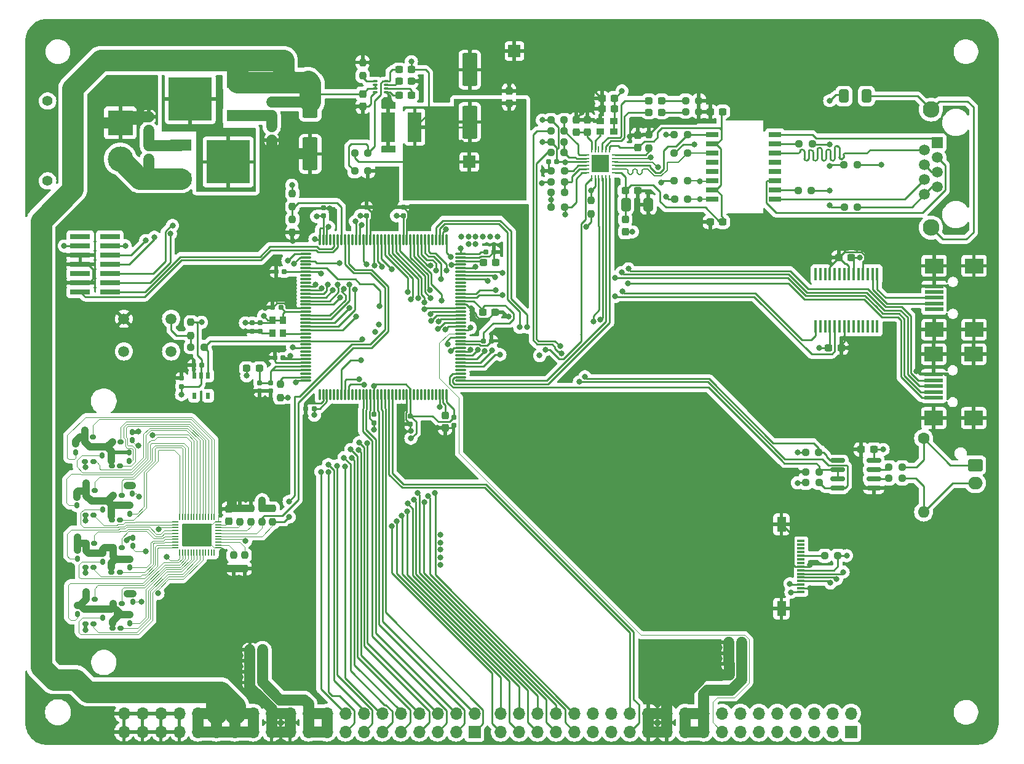
<source format=gbr>
%TF.GenerationSoftware,KiCad,Pcbnew,8.0.5*%
%TF.CreationDate,2024-09-29T23:22:26+09:00*%
%TF.ProjectId,MCU_Unit,4d43555f-556e-4697-942e-6b696361645f,rev?*%
%TF.SameCoordinates,Original*%
%TF.FileFunction,Copper,L1,Top*%
%TF.FilePolarity,Positive*%
%FSLAX46Y46*%
G04 Gerber Fmt 4.6, Leading zero omitted, Abs format (unit mm)*
G04 Created by KiCad (PCBNEW 8.0.5) date 2024-09-29 23:22:26*
%MOMM*%
%LPD*%
G01*
G04 APERTURE LIST*
G04 Aperture macros list*
%AMRoundRect*
0 Rectangle with rounded corners*
0 $1 Rounding radius*
0 $2 $3 $4 $5 $6 $7 $8 $9 X,Y pos of 4 corners*
0 Add a 4 corners polygon primitive as box body*
4,1,4,$2,$3,$4,$5,$6,$7,$8,$9,$2,$3,0*
0 Add four circle primitives for the rounded corners*
1,1,$1+$1,$2,$3*
1,1,$1+$1,$4,$5*
1,1,$1+$1,$6,$7*
1,1,$1+$1,$8,$9*
0 Add four rect primitives between the rounded corners*
20,1,$1+$1,$2,$3,$4,$5,0*
20,1,$1+$1,$4,$5,$6,$7,0*
20,1,$1+$1,$6,$7,$8,$9,0*
20,1,$1+$1,$8,$9,$2,$3,0*%
G04 Aperture macros list end*
%TA.AperFunction,SMDPad,CuDef*%
%ADD10RoundRect,0.237500X0.237500X-0.250000X0.237500X0.250000X-0.237500X0.250000X-0.237500X-0.250000X0*%
%TD*%
%TA.AperFunction,SMDPad,CuDef*%
%ADD11RoundRect,0.237500X0.237500X-0.300000X0.237500X0.300000X-0.237500X0.300000X-0.237500X-0.300000X0*%
%TD*%
%TA.AperFunction,SMDPad,CuDef*%
%ADD12R,1.700000X0.750000*%
%TD*%
%TA.AperFunction,ComponentPad*%
%ADD13C,1.500000*%
%TD*%
%TA.AperFunction,SMDPad,CuDef*%
%ADD14R,3.000000X1.600000*%
%TD*%
%TA.AperFunction,SMDPad,CuDef*%
%ADD15R,6.000000X6.000000*%
%TD*%
%TA.AperFunction,SMDPad,CuDef*%
%ADD16R,1.850000X4.100000*%
%TD*%
%TA.AperFunction,SMDPad,CuDef*%
%ADD17R,2.790000X0.740000*%
%TD*%
%TA.AperFunction,SMDPad,CuDef*%
%ADD18R,1.300000X2.000000*%
%TD*%
%TA.AperFunction,SMDPad,CuDef*%
%ADD19R,1.000000X0.300000*%
%TD*%
%TA.AperFunction,SMDPad,CuDef*%
%ADD20R,0.600000X0.900000*%
%TD*%
%TA.AperFunction,SMDPad,CuDef*%
%ADD21RoundRect,0.155000X0.212500X0.155000X-0.212500X0.155000X-0.212500X-0.155000X0.212500X-0.155000X0*%
%TD*%
%TA.AperFunction,SMDPad,CuDef*%
%ADD22RoundRect,0.155000X0.155000X-0.212500X0.155000X0.212500X-0.155000X0.212500X-0.155000X-0.212500X0*%
%TD*%
%TA.AperFunction,SMDPad,CuDef*%
%ADD23RoundRect,0.155000X-0.155000X0.212500X-0.155000X-0.212500X0.155000X-0.212500X0.155000X0.212500X0*%
%TD*%
%TA.AperFunction,SMDPad,CuDef*%
%ADD24RoundRect,0.155000X-0.212500X-0.155000X0.212500X-0.155000X0.212500X0.155000X-0.212500X0.155000X0*%
%TD*%
%TA.AperFunction,ComponentPad*%
%ADD25O,1.700000X1.700000*%
%TD*%
%TA.AperFunction,ComponentPad*%
%ADD26R,1.700000X1.700000*%
%TD*%
%TA.AperFunction,ComponentPad*%
%ADD27R,1.500000X1.500000*%
%TD*%
%TA.AperFunction,ComponentPad*%
%ADD28C,2.300000*%
%TD*%
%TA.AperFunction,SMDPad,CuDef*%
%ADD29RoundRect,0.160000X0.160000X-0.222500X0.160000X0.222500X-0.160000X0.222500X-0.160000X-0.222500X0*%
%TD*%
%TA.AperFunction,SMDPad,CuDef*%
%ADD30RoundRect,0.160000X0.222500X0.160000X-0.222500X0.160000X-0.222500X-0.160000X0.222500X-0.160000X0*%
%TD*%
%TA.AperFunction,SMDPad,CuDef*%
%ADD31RoundRect,0.237500X0.287500X0.237500X-0.287500X0.237500X-0.287500X-0.237500X0.287500X-0.237500X0*%
%TD*%
%TA.AperFunction,SMDPad,CuDef*%
%ADD32R,0.950000X1.050000*%
%TD*%
%TA.AperFunction,SMDPad,CuDef*%
%ADD33R,0.450000X1.750000*%
%TD*%
%TA.AperFunction,HeatsinkPad*%
%ADD34R,3.800000X2.800000*%
%TD*%
%TA.AperFunction,SMDPad,CuDef*%
%ADD35RoundRect,0.050000X-0.362500X0.050000X-0.362500X-0.050000X0.362500X-0.050000X0.362500X0.050000X0*%
%TD*%
%TA.AperFunction,SMDPad,CuDef*%
%ADD36RoundRect,0.050000X-0.050000X0.362500X-0.050000X-0.362500X0.050000X-0.362500X0.050000X0.362500X0*%
%TD*%
%TA.AperFunction,SMDPad,CuDef*%
%ADD37RoundRect,0.150000X-0.825000X-0.150000X0.825000X-0.150000X0.825000X0.150000X-0.825000X0.150000X0*%
%TD*%
%TA.AperFunction,SMDPad,CuDef*%
%ADD38RoundRect,0.050000X-0.285000X-0.100000X0.285000X-0.100000X0.285000X0.100000X-0.285000X0.100000X0*%
%TD*%
%TA.AperFunction,SMDPad,CuDef*%
%ADD39R,1.050000X0.950000*%
%TD*%
%TA.AperFunction,SMDPad,CuDef*%
%ADD40RoundRect,0.062500X-0.062500X0.325000X-0.062500X-0.325000X0.062500X-0.325000X0.062500X0.325000X0*%
%TD*%
%TA.AperFunction,SMDPad,CuDef*%
%ADD41RoundRect,0.062500X-0.325000X0.062500X-0.325000X-0.062500X0.325000X-0.062500X0.325000X0.062500X0*%
%TD*%
%TA.AperFunction,HeatsinkPad*%
%ADD42R,2.450000X2.450000*%
%TD*%
%TA.AperFunction,SMDPad,CuDef*%
%ADD43RoundRect,0.075000X-0.662500X-0.075000X0.662500X-0.075000X0.662500X0.075000X-0.662500X0.075000X0*%
%TD*%
%TA.AperFunction,SMDPad,CuDef*%
%ADD44RoundRect,0.075000X-0.075000X-0.662500X0.075000X-0.662500X0.075000X0.662500X-0.075000X0.662500X0*%
%TD*%
%TA.AperFunction,SMDPad,CuDef*%
%ADD45RoundRect,0.237500X-0.237500X0.250000X-0.237500X-0.250000X0.237500X-0.250000X0.237500X0.250000X0*%
%TD*%
%TA.AperFunction,ComponentPad*%
%ADD46O,1.600000X1.600000*%
%TD*%
%TA.AperFunction,ComponentPad*%
%ADD47C,1.600000*%
%TD*%
%TA.AperFunction,SMDPad,CuDef*%
%ADD48RoundRect,0.237500X-0.250000X-0.237500X0.250000X-0.237500X0.250000X0.237500X-0.250000X0.237500X0*%
%TD*%
%TA.AperFunction,SMDPad,CuDef*%
%ADD49RoundRect,0.237500X0.250000X0.237500X-0.250000X0.237500X-0.250000X-0.237500X0.250000X-0.237500X0*%
%TD*%
%TA.AperFunction,ComponentPad*%
%ADD50C,1.400000*%
%TD*%
%TA.AperFunction,ComponentPad*%
%ADD51R,3.500000X3.500000*%
%TD*%
%TA.AperFunction,ComponentPad*%
%ADD52C,3.500000*%
%TD*%
%TA.AperFunction,SMDPad,CuDef*%
%ADD53R,2.500000X2.000000*%
%TD*%
%TA.AperFunction,SMDPad,CuDef*%
%ADD54R,2.500000X0.500000*%
%TD*%
%TA.AperFunction,ComponentPad*%
%ADD55O,2.000000X1.700000*%
%TD*%
%TA.AperFunction,ComponentPad*%
%ADD56RoundRect,0.250000X-0.750000X0.600000X-0.750000X-0.600000X0.750000X-0.600000X0.750000X0.600000X0*%
%TD*%
%TA.AperFunction,SMDPad,CuDef*%
%ADD57RoundRect,0.237500X-0.237500X0.287500X-0.237500X-0.287500X0.237500X-0.287500X0.237500X0.287500X0*%
%TD*%
%TA.AperFunction,SMDPad,CuDef*%
%ADD58RoundRect,0.237500X-0.287500X-0.237500X0.287500X-0.237500X0.287500X0.237500X-0.287500X0.237500X0*%
%TD*%
%TA.AperFunction,SMDPad,CuDef*%
%ADD59RoundRect,0.237500X0.300000X0.237500X-0.300000X0.237500X-0.300000X-0.237500X0.300000X-0.237500X0*%
%TD*%
%TA.AperFunction,SMDPad,CuDef*%
%ADD60RoundRect,0.237500X-0.300000X-0.237500X0.300000X-0.237500X0.300000X0.237500X-0.300000X0.237500X0*%
%TD*%
%TA.AperFunction,SMDPad,CuDef*%
%ADD61RoundRect,0.250001X-0.799999X1.999999X-0.799999X-1.999999X0.799999X-1.999999X0.799999X1.999999X0*%
%TD*%
%TA.AperFunction,SMDPad,CuDef*%
%ADD62RoundRect,0.237500X-0.237500X0.300000X-0.237500X-0.300000X0.237500X-0.300000X0.237500X0.300000X0*%
%TD*%
%TA.AperFunction,SMDPad,CuDef*%
%ADD63RoundRect,0.250001X0.799999X-1.999999X0.799999X1.999999X-0.799999X1.999999X-0.799999X-1.999999X0*%
%TD*%
%TA.AperFunction,SMDPad,CuDef*%
%ADD64RoundRect,0.250000X-0.412500X-0.650000X0.412500X-0.650000X0.412500X0.650000X-0.412500X0.650000X0*%
%TD*%
%TA.AperFunction,ViaPad*%
%ADD65C,0.800000*%
%TD*%
%TA.AperFunction,Conductor*%
%ADD66C,0.250000*%
%TD*%
%TA.AperFunction,Conductor*%
%ADD67C,0.100000*%
%TD*%
%TA.AperFunction,Conductor*%
%ADD68C,1.000000*%
%TD*%
%TA.AperFunction,Conductor*%
%ADD69C,1.500000*%
%TD*%
%TA.AperFunction,Conductor*%
%ADD70C,3.000000*%
%TD*%
%TA.AperFunction,Conductor*%
%ADD71C,0.500000*%
%TD*%
%TA.AperFunction,Conductor*%
%ADD72C,0.200000*%
%TD*%
G04 APERTURE END LIST*
D10*
%TO.P,R45,1*%
%TO.N,Net-(U6-IREF)*%
X59540000Y-109267500D03*
%TO.P,R45,2*%
%TO.N,GND*%
X59540000Y-107442500D03*
%TD*%
D11*
%TO.P,C51,1*%
%TO.N,Net-(U6-VCAP)*%
X58020000Y-109217500D03*
%TO.P,C51,2*%
%TO.N,GND*%
X58020000Y-107492500D03*
%TD*%
D12*
%TO.P,T1,1,TD+*%
%TO.N,/Ethernet/TD+*%
X124590000Y-55925000D03*
%TO.P,T1,2,CT_1*%
%TO.N,Net-(T1-CT_1)*%
X124590000Y-57195000D03*
%TO.P,T1,3,TD-*%
%TO.N,/Ethernet/TD-*%
X124590000Y-58465000D03*
%TO.P,T1,4,NC_1*%
%TO.N,unconnected-(T1-NC_1-Pad4)*%
X124590000Y-59735000D03*
%TO.P,T1,5,NC_2*%
%TO.N,unconnected-(T1-NC_2-Pad5)*%
X124590000Y-61005000D03*
%TO.P,T1,6,RD+*%
%TO.N,/Ethernet/RD+*%
X124590000Y-62275000D03*
%TO.P,T1,7,CT_2*%
%TO.N,Net-(T1-CT_1)*%
X124590000Y-63545000D03*
%TO.P,T1,8,RD-*%
%TO.N,/Ethernet/RD-*%
X124590000Y-64815000D03*
%TO.P,T1,9,RX-*%
%TO.N,Net-(T1-RX-)*%
X133190000Y-64815000D03*
%TO.P,T1,10,CT_3*%
%TO.N,Net-(T1-CT_3)*%
X133190000Y-63545000D03*
%TO.P,T1,11,RX1+*%
%TO.N,Net-(T1-RX1+)*%
X133190000Y-62275000D03*
%TO.P,T1,12,NC_3*%
%TO.N,unconnected-(T1-NC_3-Pad12)*%
X133190000Y-61005000D03*
%TO.P,T1,13,NC_4*%
%TO.N,unconnected-(T1-NC_4-Pad13)*%
X133190000Y-59735000D03*
%TO.P,T1,14,TX1-*%
%TO.N,Net-(T1-TX1-)*%
X133190000Y-58465000D03*
%TO.P,T1,15,CT_4*%
%TO.N,Net-(T1-CT_4)*%
X133190000Y-57195000D03*
%TO.P,T1,16,TX1+*%
%TO.N,Net-(T1-TX1+)*%
X133190000Y-55925000D03*
%TD*%
D13*
%TO.P,S1,1,COM_1*%
%TO.N,GND*%
X43575000Y-81300000D03*
%TO.P,S1,2,COM_2*%
%TO.N,Net-(S1-COM_2)*%
X50075000Y-81300000D03*
%TO.P,S1,3,NO_1*%
%TO.N,unconnected-(S1-NO_1-Pad3)*%
X43575000Y-85800000D03*
%TO.P,S1,4,NO_2*%
%TO.N,unconnected-(S1-NO_2-Pad4)*%
X50075000Y-85800000D03*
%TD*%
D14*
%TO.P,Q2,1,G*%
%TO.N,Net-(Q2-G)*%
X59200000Y-53300000D03*
D15*
%TO.P,Q2,2,D*%
%TO.N,Net-(Q1-D)*%
X52700000Y-51000000D03*
D14*
%TO.P,Q2,3,S*%
%TO.N,24V_RP*%
X59200000Y-48700000D03*
%TD*%
%TO.P,Q1,1,G*%
%TO.N,Net-(Q1-G)*%
X51425000Y-57400000D03*
D15*
%TO.P,Q1,2,D*%
%TO.N,Net-(Q1-D)*%
X57925000Y-59700000D03*
D14*
%TO.P,Q1,3,S*%
%TO.N,Net-(J13-Pin_2)*%
X51425000Y-62000000D03*
%TD*%
D16*
%TO.P,L1,1,1*%
%TO.N,Net-(U4-SW)*%
X79975000Y-54900000D03*
%TO.P,L1,2,2*%
%TO.N,+3V3*%
X83625000Y-54900000D03*
%TD*%
D17*
%TO.P,J12,14,14*%
%TO.N,UART5_TX*%
X41635000Y-77600000D03*
%TO.P,J12,13,13*%
%TO.N,UART5_RX*%
X37565000Y-77600000D03*
%TO.P,J12,12,12*%
%TO.N,JTRST*%
X41635000Y-76330000D03*
%TO.P,J12,11,11*%
%TO.N,GND*%
X37565000Y-76330000D03*
%TO.P,J12,10,10*%
%TO.N,JTDI*%
X41635000Y-75060000D03*
%TO.P,J12,9,9*%
%TO.N,unconnected-(J12-Pad9)*%
X37565000Y-75060000D03*
%TO.P,J12,8,8*%
%TO.N,JTDO_SWO*%
X41635000Y-73790000D03*
%TO.P,J12,7,7*%
%TO.N,GND*%
X37565000Y-73790000D03*
%TO.P,J12,6,6*%
%TO.N,SWCLK*%
X41635000Y-72520000D03*
%TO.P,J12,5,5*%
%TO.N,GND*%
X37565000Y-72520000D03*
%TO.P,J12,4,4*%
%TO.N,SWDIO*%
X41635000Y-71250000D03*
%TO.P,J12,3,3*%
%TO.N,+3V3*%
X37565000Y-71250000D03*
%TO.P,J12,2,2*%
%TO.N,unconnected-(J12-Pad2)*%
X41635000Y-69980000D03*
%TO.P,J12,1,1*%
%TO.N,unconnected-(J12-Pad1)*%
X37565000Y-69980000D03*
%TD*%
D18*
%TO.P,J8,MP2,MP2*%
%TO.N,GND*%
X134090000Y-121230000D03*
%TO.P,J8,MP1,MP1*%
X134090000Y-109630000D03*
D19*
%TO.P,J8,15,15*%
%TO.N,CS_LCD*%
X136790000Y-118930000D03*
%TO.P,J8,14,14*%
%TO.N,GND*%
X136790000Y-118430000D03*
%TO.P,J8,13,13*%
%TO.N,RESET_LCD*%
X136790000Y-117930000D03*
%TO.P,J8,12,12*%
%TO.N,A0_LCD*%
X136790000Y-117430000D03*
%TO.P,J8,11,11*%
%TO.N,SCK_LCD*%
X136790000Y-116930000D03*
%TO.P,J8,10,10*%
%TO.N,SDA_LCD*%
X136790000Y-116430000D03*
%TO.P,J8,9,9*%
%TO.N,+3V3*%
X136790000Y-115930000D03*
%TO.P,J8,8,8*%
%TO.N,GND*%
X136790000Y-115430000D03*
%TO.P,J8,7,7*%
%TO.N,unconnected-(J8-Pad7)*%
X136790000Y-114930000D03*
%TO.P,J8,6,6*%
%TO.N,unconnected-(J8-Pad6)*%
X136790000Y-114430000D03*
%TO.P,J8,5,5*%
%TO.N,Net-(J8-Pad5)*%
X136790000Y-113930000D03*
%TO.P,J8,4,4*%
%TO.N,unconnected-(J8-Pad4)*%
X136790000Y-113430000D03*
%TO.P,J8,3,3*%
%TO.N,unconnected-(J8-Pad3)*%
X136790000Y-112930000D03*
%TO.P,J8,2,2*%
%TO.N,unconnected-(J8-Pad2)*%
X136790000Y-112430000D03*
%TO.P,J8,1,1*%
%TO.N,unconnected-(J8-Pad1)*%
X136790000Y-111930000D03*
%TD*%
D20*
%TO.P,IC1,1,OUT*%
%TO.N,NRST*%
X55150000Y-89100000D03*
%TO.P,IC1,2,VDD*%
%TO.N,+3V3*%
X54200000Y-89100000D03*
%TO.P,IC1,3,GND*%
%TO.N,GND*%
X53250000Y-89100000D03*
%TO.P,IC1,4,NC_1*%
%TO.N,unconnected-(IC1-NC_1-Pad4)*%
X53250000Y-91900000D03*
%TO.P,IC1,5,NC_2*%
%TO.N,unconnected-(IC1-NC_2-Pad5)*%
X55150000Y-91900000D03*
%TD*%
D21*
%TO.P,C28,1*%
%TO.N,+3V3*%
X103157500Y-59700000D03*
%TO.P,C28,2*%
%TO.N,GND*%
X102022500Y-59700000D03*
%TD*%
D22*
%TO.P,C14,1*%
%TO.N,+3V3*%
X51500000Y-90617500D03*
%TO.P,C14,2*%
%TO.N,GND*%
X51500000Y-89482500D03*
%TD*%
D23*
%TO.P,C50,1*%
%TO.N,+3V3*%
X62317500Y-81872500D03*
%TO.P,C50,2*%
%TO.N,GND*%
X62317500Y-83007500D03*
%TD*%
%TO.P,C49,1*%
%TO.N,+3V3*%
X61267500Y-81872500D03*
%TO.P,C49,2*%
%TO.N,GND*%
X61267500Y-83007500D03*
%TD*%
%TO.P,C17,1*%
%TO.N,+3.3VA*%
X62250000Y-90100000D03*
%TO.P,C17,2*%
%TO.N,GND*%
X62250000Y-91235000D03*
%TD*%
%TO.P,C16,1*%
%TO.N,+3.3VA*%
X63800000Y-90100000D03*
%TO.P,C16,2*%
%TO.N,GND*%
X63800000Y-91235000D03*
%TD*%
D22*
%TO.P,C12,1*%
%TO.N,+3V3*%
X71017500Y-67145000D03*
%TO.P,C12,2*%
%TO.N,GND*%
X71017500Y-66010000D03*
%TD*%
%TO.P,C11,1*%
%TO.N,+3V3*%
X77017500Y-67095000D03*
%TO.P,C11,2*%
%TO.N,GND*%
X77017500Y-65960000D03*
%TD*%
%TO.P,C10,1*%
%TO.N,+3V3*%
X82017500Y-67070000D03*
%TO.P,C10,2*%
%TO.N,GND*%
X82017500Y-65935000D03*
%TD*%
D24*
%TO.P,C9,1*%
%TO.N,+3V3*%
X93362500Y-72090000D03*
%TO.P,C9,2*%
%TO.N,GND*%
X94497500Y-72090000D03*
%TD*%
%TO.P,C8,2*%
%TO.N,GND*%
X94197500Y-84340000D03*
%TO.P,C8,1*%
%TO.N,+3V3*%
X93062500Y-84340000D03*
%TD*%
D23*
%TO.P,C7,1*%
%TO.N,+3V3*%
X89017500Y-94885000D03*
%TO.P,C7,2*%
%TO.N,GND*%
X89017500Y-96020000D03*
%TD*%
%TO.P,C6,1*%
%TO.N,+3V3*%
X83017500Y-94685000D03*
%TO.P,C6,2*%
%TO.N,GND*%
X83017500Y-95820000D03*
%TD*%
%TO.P,C5,1*%
%TO.N,+3V3*%
X78017500Y-94472500D03*
%TO.P,C5,2*%
%TO.N,GND*%
X78017500Y-95607500D03*
%TD*%
D21*
%TO.P,C4,1*%
%TO.N,+3V3*%
X69767500Y-93700000D03*
%TO.P,C4,2*%
%TO.N,GND*%
X68632500Y-93700000D03*
%TD*%
%TO.P,C3,1*%
%TO.N,+3V3*%
X65485000Y-86700000D03*
%TO.P,C3,2*%
%TO.N,GND*%
X64350000Y-86700000D03*
%TD*%
%TO.P,C2,1*%
%TO.N,+3V3*%
X65185000Y-79740000D03*
%TO.P,C2,2*%
%TO.N,GND*%
X64050000Y-79740000D03*
%TD*%
%TO.P,C1,1*%
%TO.N,+3V3*%
X65635000Y-74840000D03*
%TO.P,C1,2*%
%TO.N,GND*%
X64500000Y-74840000D03*
%TD*%
D25*
%TO.P,J10,40,Pin_40*%
%TO.N,GND*%
X43580000Y-135657500D03*
%TO.P,J10,39,Pin_39*%
X43580000Y-138197500D03*
%TO.P,J10,38,Pin_38*%
X46120000Y-135657500D03*
%TO.P,J10,37,Pin_37*%
X46120000Y-138197500D03*
%TO.P,J10,36,Pin_36*%
X48660000Y-135657500D03*
%TO.P,J10,35,Pin_35*%
X48660000Y-138197500D03*
%TO.P,J10,34,Pin_34*%
X51200000Y-135657500D03*
%TO.P,J10,33,Pin_33*%
X51200000Y-138197500D03*
%TO.P,J10,32,Pin_32*%
%TO.N,24V_RP*%
X53740000Y-135657500D03*
%TO.P,J10,31,Pin_31*%
X53740000Y-138197500D03*
%TO.P,J10,30,Pin_30*%
X56280000Y-135657500D03*
%TO.P,J10,29,Pin_29*%
X56280000Y-138197500D03*
%TO.P,J10,28,Pin_28*%
X58820000Y-135657500D03*
%TO.P,J10,27,Pin_27*%
X58820000Y-138197500D03*
%TO.P,J10,26,Pin_26*%
X61360000Y-135657500D03*
%TO.P,J10,25,Pin_25*%
X61360000Y-138197500D03*
%TO.P,J10,24,Pin_24*%
%TO.N,GND*%
X63900000Y-135657500D03*
%TO.P,J10,23,Pin_23*%
X63900000Y-138197500D03*
%TO.P,J10,22,Pin_22*%
X66440000Y-135657500D03*
%TO.P,J10,21,Pin_21*%
X66440000Y-138197500D03*
%TO.P,J10,20,Pin_20*%
%TO.N,+3V3*%
X68980000Y-135657500D03*
%TO.P,J10,19,Pin_19*%
X68980000Y-138197500D03*
%TO.P,J10,18,Pin_18*%
X71520000Y-135657500D03*
%TO.P,J10,17,Pin_17*%
X71520000Y-138197500D03*
%TO.P,J10,16,Pin_16*%
%TO.N,PF0*%
X74060000Y-135657500D03*
%TO.P,J10,15,Pin_15*%
%TO.N,PF1*%
X74060000Y-138197500D03*
%TO.P,J10,14,Pin_14*%
%TO.N,PF2*%
X76600000Y-135657500D03*
%TO.P,J10,13,Pin_13*%
%TO.N,PF3*%
X76600000Y-138197500D03*
%TO.P,J10,12,Pin_12*%
%TO.N,PF4*%
X79140000Y-135657500D03*
%TO.P,J10,11,Pin_11*%
%TO.N,PF5*%
X79140000Y-138197500D03*
%TO.P,J10,10,Pin_10*%
%TO.N,PF6*%
X81680000Y-135657500D03*
%TO.P,J10,9,Pin_9*%
%TO.N,PF7*%
X81680000Y-138197500D03*
%TO.P,J10,8,Pin_8*%
%TO.N,PF8*%
X84220000Y-135657500D03*
%TO.P,J10,7,Pin_7*%
%TO.N,PF9*%
X84220000Y-138197500D03*
%TO.P,J10,6,Pin_6*%
%TO.N,PF10*%
X86760000Y-135657500D03*
%TO.P,J10,5,Pin_5*%
%TO.N,PF11*%
X86760000Y-138197500D03*
%TO.P,J10,4,Pin_4*%
%TO.N,PF12*%
X89300000Y-135657500D03*
%TO.P,J10,3,Pin_3*%
%TO.N,PF13*%
X89300000Y-138197500D03*
%TO.P,J10,2,Pin_2*%
%TO.N,PF14*%
X91840000Y-135657500D03*
D26*
%TO.P,J10,1,Pin_1*%
%TO.N,PF15*%
X91840000Y-138197500D03*
%TD*%
%TO.P,J6,1,Pin_1*%
%TO.N,PD1*%
X143700000Y-138200000D03*
D25*
%TO.P,J6,2,Pin_2*%
%TO.N,PD0*%
X143700000Y-135660000D03*
%TO.P,J6,3,Pin_3*%
%TO.N,PD3*%
X141160000Y-138200000D03*
%TO.P,J6,4,Pin_4*%
%TO.N,PD2*%
X141160000Y-135660000D03*
%TO.P,J6,5,Pin_5*%
%TO.N,PD5*%
X138620000Y-138200000D03*
%TO.P,J6,6,Pin_6*%
%TO.N,PD4*%
X138620000Y-135660000D03*
%TO.P,J6,7,Pin_7*%
%TO.N,PD7*%
X136080000Y-138200000D03*
%TO.P,J6,8,Pin_8*%
%TO.N,PD6*%
X136080000Y-135660000D03*
%TO.P,J6,9,Pin_9*%
%TO.N,PD9*%
X133540000Y-138200000D03*
%TO.P,J6,10,Pin_10*%
%TO.N,PD8*%
X133540000Y-135660000D03*
%TO.P,J6,11,Pin_11*%
%TO.N,PD11*%
X131000000Y-138200000D03*
%TO.P,J6,12,Pin_12*%
%TO.N,PD10*%
X131000000Y-135660000D03*
%TO.P,J6,13,Pin_13*%
%TO.N,PD13*%
X128460000Y-138200000D03*
%TO.P,J6,14,Pin_14*%
%TO.N,PD12*%
X128460000Y-135660000D03*
%TO.P,J6,15,Pin_15*%
%TO.N,PD15*%
X125920000Y-138200000D03*
%TO.P,J6,16,Pin_16*%
%TO.N,PD14*%
X125920000Y-135660000D03*
%TO.P,J6,17,Pin_17*%
%TO.N,+3V3*%
X123380000Y-138200000D03*
%TO.P,J6,18,Pin_18*%
X123380000Y-135660000D03*
%TO.P,J6,19,Pin_19*%
X120840000Y-138200000D03*
%TO.P,J6,20,Pin_20*%
X120840000Y-135660000D03*
%TO.P,J6,21,Pin_21*%
%TO.N,GND*%
X118300000Y-138200000D03*
%TO.P,J6,22,Pin_22*%
X118300000Y-135660000D03*
%TO.P,J6,23,Pin_23*%
X115760000Y-138200000D03*
%TO.P,J6,24,Pin_24*%
X115760000Y-135660000D03*
%TO.P,J6,25,Pin_25*%
%TO.N,PG1*%
X113220000Y-138200000D03*
%TO.P,J6,26,Pin_26*%
%TO.N,PG0*%
X113220000Y-135660000D03*
%TO.P,J6,27,Pin_27*%
%TO.N,PG3*%
X110680000Y-138200000D03*
%TO.P,J6,28,Pin_28*%
%TO.N,PG2*%
X110680000Y-135660000D03*
%TO.P,J6,29,Pin_29*%
%TO.N,PG5*%
X108140000Y-138200000D03*
%TO.P,J6,30,Pin_30*%
%TO.N,PG4*%
X108140000Y-135660000D03*
%TO.P,J6,31,Pin_31*%
%TO.N,PG7*%
X105600000Y-138200000D03*
%TO.P,J6,32,Pin_32*%
%TO.N,PG6*%
X105600000Y-135660000D03*
%TO.P,J6,33,Pin_33*%
%TO.N,PG9*%
X103060000Y-138200000D03*
%TO.P,J6,34,Pin_34*%
%TO.N,PG8*%
X103060000Y-135660000D03*
%TO.P,J6,35,Pin_35*%
%TO.N,PG11*%
X100520000Y-138200000D03*
%TO.P,J6,36,Pin_36*%
%TO.N,PG10*%
X100520000Y-135660000D03*
%TO.P,J6,37,Pin_37*%
%TO.N,PG13*%
X97980000Y-138200000D03*
%TO.P,J6,38,Pin_38*%
%TO.N,PG12*%
X97980000Y-135660000D03*
%TO.P,J6,39,Pin_39*%
%TO.N,PG15*%
X95440000Y-138200000D03*
%TO.P,J6,40,Pin_40*%
%TO.N,PG14*%
X95440000Y-135660000D03*
%TD*%
D27*
%TO.P,J1,1*%
%TO.N,Net-(T1-TX1+)*%
X155570000Y-57045500D03*
D13*
%TO.P,J1,2*%
%TO.N,Net-(T1-TX1-)*%
X153790000Y-58061500D03*
%TO.P,J1,3*%
%TO.N,Net-(T1-RX1+)*%
X155570000Y-59077500D03*
%TO.P,J1,4*%
%TO.N,Net-(J1-Pad4)*%
X153790000Y-60093500D03*
%TO.P,J1,5*%
X155570000Y-61109500D03*
%TO.P,J1,6*%
%TO.N,Net-(T1-RX-)*%
X153790000Y-62125500D03*
%TO.P,J1,7*%
%TO.N,Net-(J1-Pad7)*%
X155570000Y-63141500D03*
%TO.P,J1,8*%
X153790000Y-64157500D03*
D28*
%TO.P,J1,SH*%
%TO.N,Earth*%
X154680000Y-52475500D03*
X154680000Y-68735500D03*
%TD*%
D29*
%TO.P,D11,2,A*%
%TO.N,+3V3*%
X44760000Y-96870000D03*
%TO.P,D11,1,K*%
%TO.N,Net-(D11-K)*%
X44760000Y-98015000D03*
%TD*%
%TO.P,D10,2,A*%
%TO.N,+3V3*%
X40610000Y-98970000D03*
%TO.P,D10,1,K*%
%TO.N,Net-(D10-K)*%
X40610000Y-100115000D03*
%TD*%
D30*
%TO.P,D9,2,A*%
%TO.N,+3V3*%
X38237500Y-100992500D03*
%TO.P,D9,1,K*%
%TO.N,Net-(D9-K)*%
X39382500Y-100992500D03*
%TD*%
%TO.P,D8,2,A*%
%TO.N,+3V3*%
X41887500Y-101542500D03*
%TO.P,D8,1,K*%
%TO.N,Net-(D8-K)*%
X43032500Y-101542500D03*
%TD*%
D29*
%TO.P,D7,2,A*%
%TO.N,+3V3*%
X44260000Y-99720000D03*
%TO.P,D7,1,K*%
%TO.N,Net-(D7-K)*%
X44260000Y-100865000D03*
%TD*%
D30*
%TO.P,D6,2,A*%
%TO.N,+3V3*%
X41987500Y-98242500D03*
%TO.P,D6,1,K*%
%TO.N,Net-(D6-K)*%
X43132500Y-98242500D03*
%TD*%
%TO.P,D5,2,A*%
%TO.N,+3V3*%
X38187500Y-97592500D03*
%TO.P,D5,1,K*%
%TO.N,Net-(D5-K)*%
X39332500Y-97592500D03*
%TD*%
D29*
%TO.P,D4,2,A*%
%TO.N,+3V3*%
X36960000Y-98520000D03*
%TO.P,D4,1,K*%
%TO.N,Net-(D4-K)*%
X36960000Y-99665000D03*
%TD*%
%TO.P,D35,2,A*%
%TO.N,+3V3*%
X44810000Y-119175000D03*
%TO.P,D35,1,K*%
%TO.N,Net-(D35-K)*%
X44810000Y-120320000D03*
%TD*%
%TO.P,D34,2,A*%
%TO.N,+3V3*%
X40660000Y-121325000D03*
%TO.P,D34,1,K*%
%TO.N,Net-(D34-K)*%
X40660000Y-122470000D03*
%TD*%
D30*
%TO.P,D33,2,A*%
%TO.N,+3V3*%
X38260000Y-123320000D03*
%TO.P,D33,1,K*%
%TO.N,Net-(D33-K)*%
X39405000Y-123320000D03*
%TD*%
%TO.P,D32,2,A*%
%TO.N,+3V3*%
X42010000Y-123920000D03*
%TO.P,D32,1,K*%
%TO.N,Net-(D32-K)*%
X43155000Y-123920000D03*
%TD*%
D29*
%TO.P,D31,2,A*%
%TO.N,+3V3*%
X44360000Y-122075000D03*
%TO.P,D31,1,K*%
%TO.N,Net-(D31-K)*%
X44360000Y-123220000D03*
%TD*%
D30*
%TO.P,D30,2,A*%
%TO.N,+3V3*%
X42137500Y-120570000D03*
%TO.P,D30,1,K*%
%TO.N,Net-(D30-K)*%
X43282500Y-120570000D03*
%TD*%
%TO.P,D29,2,A*%
%TO.N,+3V3*%
X38387500Y-119920000D03*
%TO.P,D29,1,K*%
%TO.N,Net-(D29-K)*%
X39532500Y-119920000D03*
%TD*%
D29*
%TO.P,D28,2,A*%
%TO.N,+3V3*%
X37160000Y-120825000D03*
%TO.P,D28,1,K*%
%TO.N,Net-(D28-K)*%
X37160000Y-121970000D03*
%TD*%
%TO.P,D27,2,A*%
%TO.N,+3V3*%
X44810000Y-111470000D03*
%TO.P,D27,1,K*%
%TO.N,Net-(D27-K)*%
X44810000Y-112615000D03*
%TD*%
%TO.P,D26,2,A*%
%TO.N,+3V3*%
X40660000Y-113625000D03*
%TO.P,D26,1,K*%
%TO.N,Net-(D26-K)*%
X40660000Y-114770000D03*
%TD*%
D30*
%TO.P,D25,2,A*%
%TO.N,+3V3*%
X38260000Y-115570000D03*
%TO.P,D25,1,K*%
%TO.N,Net-(D25-K)*%
X39405000Y-115570000D03*
%TD*%
%TO.P,D24,2,A*%
%TO.N,+3V3*%
X41860000Y-116220000D03*
%TO.P,D24,1,K*%
%TO.N,Net-(D24-K)*%
X43005000Y-116220000D03*
%TD*%
D29*
%TO.P,D23,2,A*%
%TO.N,+3V3*%
X44360000Y-114425000D03*
%TO.P,D23,1,K*%
%TO.N,Net-(D23-K)*%
X44360000Y-115570000D03*
%TD*%
D30*
%TO.P,D22,2,A*%
%TO.N,+3V3*%
X42110000Y-112870000D03*
%TO.P,D22,1,K*%
%TO.N,Net-(D22-K)*%
X43255000Y-112870000D03*
%TD*%
%TO.P,D21,2,A*%
%TO.N,+3V3*%
X38360000Y-112270000D03*
%TO.P,D21,1,K*%
%TO.N,Net-(D21-K)*%
X39505000Y-112270000D03*
%TD*%
D29*
%TO.P,D20,2,A*%
%TO.N,+3V3*%
X37160000Y-113175000D03*
%TO.P,D20,1,K*%
%TO.N,Net-(D20-K)*%
X37160000Y-114320000D03*
%TD*%
%TO.P,D19,2,A*%
%TO.N,+3V3*%
X44760000Y-104270000D03*
%TO.P,D19,1,K*%
%TO.N,Net-(D19-K)*%
X44760000Y-105415000D03*
%TD*%
%TO.P,D18,2,A*%
%TO.N,+3V3*%
X40651219Y-106409684D03*
%TO.P,D18,1,K*%
%TO.N,Net-(D18-K)*%
X40651219Y-107554684D03*
%TD*%
D30*
%TO.P,D17,2,A*%
%TO.N,+3V3*%
X38251219Y-108354684D03*
%TO.P,D17,1,K*%
%TO.N,Net-(D17-K)*%
X39396219Y-108354684D03*
%TD*%
%TO.P,D16,2,A*%
%TO.N,+3V3*%
X41901219Y-109054684D03*
%TO.P,D16,1,K*%
%TO.N,Net-(D16-K)*%
X43046219Y-109054684D03*
%TD*%
D29*
%TO.P,D15,1,K*%
%TO.N,Net-(D15-K)*%
X44351219Y-108157184D03*
%TO.P,D15,2,A*%
%TO.N,+3V3*%
X44351219Y-107012184D03*
%TD*%
D30*
%TO.P,D14,2,A*%
%TO.N,+3V3*%
X42128719Y-105654684D03*
%TO.P,D14,1,K*%
%TO.N,Net-(D14-K)*%
X43273719Y-105654684D03*
%TD*%
%TO.P,D13,2,A*%
%TO.N,+3V3*%
X38401219Y-104954684D03*
%TO.P,D13,1,K*%
%TO.N,Net-(D13-K)*%
X39546219Y-104954684D03*
%TD*%
D29*
%TO.P,D12,2,A*%
%TO.N,+3V3*%
X37101219Y-105862184D03*
%TO.P,D12,1,K*%
%TO.N,Net-(D12-K)*%
X37101219Y-107007184D03*
%TD*%
D31*
%TO.P,D2,1,K*%
%TO.N,Net-(D2-K)*%
X117615000Y-51257500D03*
%TO.P,D2,2,A*%
%TO.N,Net-(D2-A)*%
X115865000Y-51257500D03*
%TD*%
%TO.P,D1,1,K*%
%TO.N,Net-(D1-K)*%
X117615000Y-52857500D03*
%TO.P,D1,2,A*%
%TO.N,Net-(D1-A)*%
X115865000Y-52857500D03*
%TD*%
D32*
%TO.P,U8,1,INH*%
%TO.N,+3V3*%
X64042500Y-81465000D03*
%TO.P,U8,2,GND*%
%TO.N,GND*%
X64042500Y-83315000D03*
%TO.P,U8,3,CLK*%
%TO.N,HSE*%
X65492500Y-83315000D03*
%TO.P,U8,4,VCC*%
%TO.N,+3V3*%
X65492500Y-81465000D03*
%TD*%
D33*
%TO.P,U7,28,OSCO*%
%TO.N,unconnected-(U7-OSCO-Pad28)*%
X138825000Y-75165000D03*
%TO.P,U7,27,OSCI*%
%TO.N,unconnected-(U7-OSCI-Pad27)*%
X139475000Y-75165000D03*
%TO.P,U7,26,TEST*%
%TO.N,unconnected-(U7-TEST-Pad26)*%
X140125000Y-75165000D03*
%TO.P,U7,25,AGND*%
%TO.N,GND*%
X140775000Y-75165000D03*
%TO.P,U7,24*%
%TO.N,N/C*%
X141425000Y-75165000D03*
%TO.P,U7,23,CBUS0*%
%TO.N,unconnected-(U7-CBUS0-Pad23)*%
X142075000Y-75165000D03*
%TO.P,U7,22,CBUS1*%
%TO.N,unconnected-(U7-CBUS1-Pad22)*%
X142725000Y-75165000D03*
%TO.P,U7,21,GND*%
%TO.N,GND*%
X143375000Y-75165000D03*
%TO.P,U7,20,VCC*%
%TO.N,+3V3*%
X144025000Y-75165000D03*
%TO.P,U7,19,~{RESET}*%
%TO.N,unconnected-(U7-~{RESET}-Pad19)*%
X144675000Y-75165000D03*
%TO.P,U7,18,GND*%
%TO.N,GND*%
X145325000Y-75165000D03*
%TO.P,U7,17,3V3OUT*%
%TO.N,unconnected-(U7-3V3OUT-Pad17)*%
X145975000Y-75165000D03*
%TO.P,U7,16,USBD-*%
%TO.N,Net-(J9-D-)*%
X146625000Y-75165000D03*
%TO.P,U7,15,USBD+*%
%TO.N,Net-(J9-D+)*%
X147275000Y-75165000D03*
%TO.P,U7,14,CBUS3*%
%TO.N,unconnected-(U7-CBUS3-Pad14)*%
X147275000Y-82365000D03*
%TO.P,U7,13,CBUS2*%
%TO.N,unconnected-(U7-CBUS2-Pad13)*%
X146625000Y-82365000D03*
%TO.P,U7,12,CBUS4*%
%TO.N,unconnected-(U7-CBUS4-Pad12)*%
X145975000Y-82365000D03*
%TO.P,U7,11,CTS*%
%TO.N,unconnected-(U7-CTS-Pad11)*%
X145325000Y-82365000D03*
%TO.P,U7,10,DCD*%
%TO.N,unconnected-(U7-DCD-Pad10)*%
X144675000Y-82365000D03*
%TO.P,U7,9,DCR*%
%TO.N,unconnected-(U7-DCR-Pad9)*%
X144025000Y-82365000D03*
%TO.P,U7,8*%
%TO.N,N/C*%
X143375000Y-82365000D03*
%TO.P,U7,7,GND*%
%TO.N,GND*%
X142725000Y-82365000D03*
%TO.P,U7,6,RI*%
%TO.N,unconnected-(U7-RI-Pad6)*%
X142075000Y-82365000D03*
%TO.P,U7,5,RXD*%
%TO.N,USART6_TX*%
X141425000Y-82365000D03*
%TO.P,U7,4,VCCIO*%
%TO.N,+3V3*%
X140775000Y-82365000D03*
%TO.P,U7,3,RTS*%
%TO.N,unconnected-(U7-RTS-Pad3)*%
X140125000Y-82365000D03*
%TO.P,U7,2,DTR*%
%TO.N,unconnected-(U7-DTR-Pad2)*%
X139475000Y-82365000D03*
%TO.P,U7,1,TXD*%
%TO.N,USART6_RX*%
X138825000Y-82365000D03*
%TD*%
D34*
%TO.P,U6,47,GND*%
%TO.N,GND*%
X53622500Y-111070000D03*
D35*
%TO.P,U6,46,GND*%
X56585000Y-109270000D03*
%TO.P,U6,45,VCAP*%
%TO.N,Net-(U6-VCAP)*%
X56585000Y-109670000D03*
%TO.P,U6,44,IREF*%
%TO.N,Net-(U6-IREF)*%
X56585000Y-110070000D03*
%TO.P,U6,43,EN*%
%TO.N,Net-(U6-EN)*%
X56585000Y-110470000D03*
%TO.P,U6,42,SCL*%
%TO.N,I2C1_SCL*%
X56585000Y-110870000D03*
%TO.P,U6,41,SDA*%
%TO.N,I2C1_SDA*%
X56585000Y-111270000D03*
%TO.P,U6,40,VCC*%
%TO.N,+3V3*%
X56585000Y-111670000D03*
%TO.P,U6,39,ADDR1*%
%TO.N,Net-(U6-ADDR1)*%
X56585000Y-112070000D03*
%TO.P,U6,38,ADDR0*%
%TO.N,Net-(U6-ADDR0)*%
X56585000Y-112470000D03*
%TO.P,U6,37,GND*%
%TO.N,GND*%
X56585000Y-112870000D03*
D36*
%TO.P,U6,36,OUT35*%
%TO.N,unconnected-(U6-OUT35-Pad36)*%
X56022500Y-113532500D03*
%TO.P,U6,35,OUT34*%
%TO.N,unconnected-(U6-OUT34-Pad35)*%
X55622500Y-113532500D03*
%TO.P,U6,34,OUT33*%
%TO.N,unconnected-(U6-OUT33-Pad34)*%
X55222500Y-113532500D03*
%TO.P,U6,33,OUT32*%
%TO.N,unconnected-(U6-OUT32-Pad33)*%
X54822500Y-113532500D03*
%TO.P,U6,32,OUT31*%
%TO.N,Net-(D35-K)*%
X54422500Y-113532500D03*
%TO.P,U6,31,OUT30*%
%TO.N,Net-(D34-K)*%
X54022500Y-113532500D03*
%TO.P,U6,30,OUT29*%
%TO.N,Net-(D33-K)*%
X53622500Y-113532500D03*
%TO.P,U6,29,OUT28*%
%TO.N,Net-(D32-K)*%
X53222500Y-113532500D03*
%TO.P,U6,28,OUT27*%
%TO.N,Net-(D31-K)*%
X52822500Y-113532500D03*
%TO.P,U6,27,OUT26*%
%TO.N,Net-(D30-K)*%
X52422500Y-113532500D03*
%TO.P,U6,26,OUT25*%
%TO.N,Net-(D29-K)*%
X52022500Y-113532500D03*
%TO.P,U6,25,OUT24*%
%TO.N,Net-(D28-K)*%
X51622500Y-113532500D03*
%TO.P,U6,24,OUT23*%
%TO.N,Net-(D27-K)*%
X51222500Y-113532500D03*
D35*
%TO.P,U6,23,OUT22*%
%TO.N,Net-(D26-K)*%
X50660000Y-112870000D03*
%TO.P,U6,22,OUT21*%
%TO.N,Net-(D25-K)*%
X50660000Y-112470000D03*
%TO.P,U6,21,OUT20*%
%TO.N,Net-(D24-K)*%
X50660000Y-112070000D03*
%TO.P,U6,20,OUT19*%
%TO.N,Net-(D23-K)*%
X50660000Y-111670000D03*
%TO.P,U6,19,OUT18*%
%TO.N,Net-(D22-K)*%
X50660000Y-111270000D03*
%TO.P,U6,18,OUT17*%
%TO.N,Net-(D21-K)*%
X50660000Y-110870000D03*
%TO.P,U6,17,OUT16*%
%TO.N,Net-(D20-K)*%
X50660000Y-110470000D03*
%TO.P,U6,16,OUT15*%
%TO.N,Net-(D19-K)*%
X50660000Y-110070000D03*
%TO.P,U6,15,OUT14*%
%TO.N,Net-(D18-K)*%
X50660000Y-109670000D03*
%TO.P,U6,14,OUT13*%
%TO.N,Net-(D17-K)*%
X50660000Y-109270000D03*
D36*
%TO.P,U6,13,OUT12*%
%TO.N,Net-(D16-K)*%
X51222500Y-108607500D03*
%TO.P,U6,12,OUT11*%
%TO.N,Net-(D15-K)*%
X51622500Y-108607500D03*
%TO.P,U6,11,OUT10*%
%TO.N,Net-(D14-K)*%
X52022500Y-108607500D03*
%TO.P,U6,10,OUT9*%
%TO.N,Net-(D13-K)*%
X52422500Y-108607500D03*
%TO.P,U6,9,OUT8*%
%TO.N,Net-(D12-K)*%
X52822500Y-108607500D03*
%TO.P,U6,8,OUT7*%
%TO.N,Net-(D11-K)*%
X53222500Y-108607500D03*
%TO.P,U6,7,OUT6*%
%TO.N,Net-(D10-K)*%
X53622500Y-108607500D03*
%TO.P,U6,6,OUT5*%
%TO.N,Net-(D9-K)*%
X54022500Y-108607500D03*
%TO.P,U6,5,OUT4*%
%TO.N,Net-(D8-K)*%
X54422500Y-108607500D03*
%TO.P,U6,4,OUT3*%
%TO.N,Net-(D7-K)*%
X54822500Y-108607500D03*
%TO.P,U6,3,OUT2*%
%TO.N,Net-(D6-K)*%
X55222500Y-108607500D03*
%TO.P,U6,2,OUT1*%
%TO.N,Net-(D5-K)*%
X55622500Y-108607500D03*
%TO.P,U6,1,OUT0*%
%TO.N,Net-(D4-K)*%
X56022500Y-108607500D03*
%TD*%
D37*
%TO.P,U5,8,VCC*%
%TO.N,+3V3*%
X146800000Y-100835000D03*
%TO.P,U5,7,B*%
%TO.N,Net-(U5-B)*%
X146800000Y-102105000D03*
%TO.P,U5,6,A*%
%TO.N,Net-(U5-A)*%
X146800000Y-103375000D03*
%TO.P,U5,5,GND*%
%TO.N,GND*%
X146800000Y-104645000D03*
%TO.P,U5,4,DI*%
%TO.N,USART3_TX*%
X141850000Y-104645000D03*
%TO.P,U5,3,DE*%
%TO.N,USART3_DE*%
X141850000Y-103375000D03*
%TO.P,U5,2,~{RE}*%
X141850000Y-102105000D03*
%TO.P,U5,1,RO*%
%TO.N,USART3_RX*%
X141850000Y-100835000D03*
%TD*%
D38*
%TO.P,U4,1,RT*%
%TO.N,Net-(U4-RT)*%
X78197500Y-48587500D03*
%TO.P,U4,2,EN*%
%TO.N,24V_RP*%
X78197500Y-49087500D03*
%TO.P,U4,3,VIN*%
X78197500Y-49587500D03*
%TO.P,U4,4,GND*%
%TO.N,GND*%
X78197500Y-50087500D03*
%TO.P,U4,5,SW*%
%TO.N,Net-(U4-SW)*%
X79677500Y-50087500D03*
%TO.P,U4,6,BST*%
%TO.N,Net-(U4-BST)*%
X79677500Y-49587500D03*
%TO.P,U4,7,SS*%
%TO.N,Net-(U4-SS)*%
X79677500Y-49087500D03*
%TO.P,U4,8,FB*%
%TO.N,Net-(U4-FB)*%
X79677500Y-48587500D03*
%TD*%
D39*
%TO.P,U3,1,INH*%
%TO.N,+3V3*%
X111040000Y-54057500D03*
%TO.P,U3,2,GND*%
%TO.N,GND*%
X109190000Y-54057500D03*
%TO.P,U3,3,CLK*%
%TO.N,Net-(U2-XTAL1{slash}CLKIN)*%
X109190000Y-55507500D03*
%TO.P,U3,4,VCC*%
%TO.N,+3V3*%
X111040000Y-55507500D03*
%TD*%
D40*
%TO.P,U2,1,VDD2A*%
%TO.N,Net-(T1-CT_1)*%
X110440000Y-57957500D03*
%TO.P,U2,2,LED2/~{INTSEL}*%
%TO.N,Net-(D1-A)*%
X109940000Y-57957500D03*
%TO.P,U2,3,LED1/REGOFF*%
%TO.N,Net-(D2-A)*%
X109440000Y-57957500D03*
%TO.P,U2,4,XTAL2*%
%TO.N,unconnected-(U2-XTAL2-Pad4)*%
X108940000Y-57957500D03*
%TO.P,U2,5,XTAL1/CLKIN*%
%TO.N,Net-(U2-XTAL1{slash}CLKIN)*%
X108440000Y-57957500D03*
%TO.P,U2,6,VDDCR*%
%TO.N,Net-(U2-VDDCR)*%
X107940000Y-57957500D03*
D41*
%TO.P,U2,7,RXD1/MODE1*%
%TO.N,Net-(U2-RXD1{slash}MODE1)*%
X107202500Y-58695000D03*
%TO.P,U2,8,RXD0/MODE0*%
%TO.N,Net-(U2-RXD0{slash}MODE0)*%
X107202500Y-59195000D03*
%TO.P,U2,9,VDDIO*%
%TO.N,+3V3*%
X107202500Y-59695000D03*
%TO.P,U2,10,RXER/PHYAD0*%
%TO.N,Net-(U2-RXER{slash}PHYAD0)*%
X107202500Y-60195000D03*
%TO.P,U2,11,CRS_DV/MODE2*%
%TO.N,Net-(U2-CRS_DV{slash}MODE2)*%
X107202500Y-60695000D03*
%TO.P,U2,12,MDIO*%
%TO.N,ETH_MDIO*%
X107202500Y-61195000D03*
D40*
%TO.P,U2,13,MDC*%
%TO.N,ETH_MDC*%
X107940000Y-61932500D03*
%TO.P,U2,14,~{INT}/REFCLKO*%
%TO.N,Net-(U2-~{INT}{slash}REFCLKO)*%
X108440000Y-61932500D03*
%TO.P,U2,15,~{RST}*%
%TO.N,NRST*%
X108940000Y-61932500D03*
%TO.P,U2,16,TXEN*%
%TO.N,ETH_TXEN*%
X109440000Y-61932500D03*
%TO.P,U2,17,TXD0*%
%TO.N,ETH_TXD0*%
X109940000Y-61932500D03*
%TO.P,U2,18,TXD1*%
%TO.N,ETH_TXD1*%
X110440000Y-61932500D03*
D41*
%TO.P,U2,19,VDD1A*%
%TO.N,Net-(T1-CT_1)*%
X111177500Y-61195000D03*
%TO.P,U2,20,TXN*%
%TO.N,/Ethernet/TD-*%
X111177500Y-60695000D03*
%TO.P,U2,21,TXP*%
%TO.N,/Ethernet/TD+*%
X111177500Y-60195000D03*
%TO.P,U2,22,RXN*%
%TO.N,/Ethernet/RD-*%
X111177500Y-59695000D03*
%TO.P,U2,23,RXP*%
%TO.N,/Ethernet/RD+*%
X111177500Y-59195000D03*
%TO.P,U2,24,RBIAS*%
%TO.N,Net-(U2-RBIAS)*%
X111177500Y-58695000D03*
D42*
%TO.P,U2,25,VSS*%
%TO.N,GND*%
X109190000Y-59945000D03*
%TD*%
D43*
%TO.P,U1,1,PE2*%
%TO.N,SCK_LCD*%
X68605000Y-72340000D03*
%TO.P,U1,2,PE3*%
%TO.N,A0_LCD*%
X68605000Y-72840000D03*
%TO.P,U1,3,PE4*%
%TO.N,CS_LCD*%
X68605000Y-73340000D03*
%TO.P,U1,4,PE5*%
%TO.N,unconnected-(U1-PE5-Pad4)*%
X68605000Y-73840000D03*
%TO.P,U1,5,PE6*%
%TO.N,SDA_LCD*%
X68605000Y-74340000D03*
%TO.P,U1,6,VBAT*%
%TO.N,+3V3*%
X68605000Y-74840000D03*
%TO.P,U1,7,PC13*%
%TO.N,unconnected-(U1-PC13-Pad7)*%
X68605000Y-75340000D03*
%TO.P,U1,8,PC14*%
%TO.N,unconnected-(U1-PC14-Pad8)*%
X68605000Y-75840000D03*
%TO.P,U1,9,PC15*%
%TO.N,unconnected-(U1-PC15-Pad9)*%
X68605000Y-76340000D03*
%TO.P,U1,10,PF0*%
%TO.N,PF0*%
X68605000Y-76840000D03*
%TO.P,U1,11,PF1*%
%TO.N,PF1*%
X68605000Y-77340000D03*
%TO.P,U1,12,PF2*%
%TO.N,PF2*%
X68605000Y-77840000D03*
%TO.P,U1,13,PF3*%
%TO.N,PF3*%
X68605000Y-78340000D03*
%TO.P,U1,14,PF4*%
%TO.N,PF4*%
X68605000Y-78840000D03*
%TO.P,U1,15,PF5*%
%TO.N,PF5*%
X68605000Y-79340000D03*
%TO.P,U1,16,VSS*%
%TO.N,GND*%
X68605000Y-79840000D03*
%TO.P,U1,17,VDD*%
%TO.N,+3V3*%
X68605000Y-80340000D03*
%TO.P,U1,18,PF6*%
%TO.N,PF6*%
X68605000Y-80840000D03*
%TO.P,U1,19,PF7*%
%TO.N,PF7*%
X68605000Y-81340000D03*
%TO.P,U1,20,PF8*%
%TO.N,PF8*%
X68605000Y-81840000D03*
%TO.P,U1,21,PF9*%
%TO.N,PF9*%
X68605000Y-82340000D03*
%TO.P,U1,22,PF10*%
%TO.N,PF10*%
X68605000Y-82840000D03*
%TO.P,U1,23,PH0*%
%TO.N,HSE*%
X68605000Y-83340000D03*
%TO.P,U1,24,PH1*%
%TO.N,unconnected-(U1-PH1-Pad24)*%
X68605000Y-83840000D03*
%TO.P,U1,25,NRST*%
%TO.N,NRST*%
X68605000Y-84340000D03*
%TO.P,U1,26,PC0*%
%TO.N,unconnected-(U1-PC0-Pad26)*%
X68605000Y-84840000D03*
%TO.P,U1,27,PC1*%
%TO.N,ETH_MDC*%
X68605000Y-85340000D03*
%TO.P,U1,28,PC2*%
%TO.N,unconnected-(U1-PC2-Pad28)*%
X68605000Y-85840000D03*
%TO.P,U1,29,PC3*%
%TO.N,unconnected-(U1-PC3-Pad29)*%
X68605000Y-86340000D03*
%TO.P,U1,30,VDD*%
%TO.N,+3V3*%
X68605000Y-86840000D03*
%TO.P,U1,31,VSSA*%
%TO.N,GND*%
X68605000Y-87340000D03*
%TO.P,U1,32,VREF+*%
%TO.N,+3.3VA*%
X68605000Y-87840000D03*
%TO.P,U1,33,VDDA*%
X68605000Y-88340000D03*
%TO.P,U1,34,PA0*%
%TO.N,unconnected-(U1-PA0-Pad34)*%
X68605000Y-88840000D03*
%TO.P,U1,35,PA1*%
%TO.N,ETH_REF_CLK*%
X68605000Y-89340000D03*
%TO.P,U1,36,PA2*%
%TO.N,ETH_MDIO*%
X68605000Y-89840000D03*
D44*
%TO.P,U1,37,PA3*%
%TO.N,unconnected-(U1-PA3-Pad37)*%
X70517500Y-91752500D03*
%TO.P,U1,38,VSS*%
%TO.N,GND*%
X71017500Y-91752500D03*
%TO.P,U1,39,VDD*%
%TO.N,+3V3*%
X71517500Y-91752500D03*
%TO.P,U1,40,PA4*%
%TO.N,unconnected-(U1-PA4-Pad40)*%
X72017500Y-91752500D03*
%TO.P,U1,41,PA5*%
%TO.N,unconnected-(U1-PA5-Pad41)*%
X72517500Y-91752500D03*
%TO.P,U1,42,PA6*%
%TO.N,unconnected-(U1-PA6-Pad42)*%
X73017500Y-91752500D03*
%TO.P,U1,43,PA7*%
%TO.N,ETH_CRS_DV*%
X73517500Y-91752500D03*
%TO.P,U1,44,PC4*%
%TO.N,ETH_RXD0*%
X74017500Y-91752500D03*
%TO.P,U1,45,PC5*%
%TO.N,ETH_RXD1*%
X74517500Y-91752500D03*
%TO.P,U1,46,PB0*%
%TO.N,unconnected-(U1-PB0-Pad46)*%
X75017500Y-91752500D03*
%TO.P,U1,47,PB1*%
%TO.N,unconnected-(U1-PB1-Pad47)*%
X75517500Y-91752500D03*
%TO.P,U1,48,PB2*%
%TO.N,unconnected-(U1-PB2-Pad48)*%
X76017500Y-91752500D03*
%TO.P,U1,49,PF11*%
%TO.N,PF11*%
X76517500Y-91752500D03*
%TO.P,U1,50,PF12*%
%TO.N,PF12*%
X77017500Y-91752500D03*
%TO.P,U1,51,VSS*%
%TO.N,GND*%
X77517500Y-91752500D03*
%TO.P,U1,52,VDD*%
%TO.N,+3V3*%
X78017500Y-91752500D03*
%TO.P,U1,53,PF13*%
%TO.N,PF13*%
X78517500Y-91752500D03*
%TO.P,U1,54,PF14*%
%TO.N,PF14*%
X79017500Y-91752500D03*
%TO.P,U1,55,PF15*%
%TO.N,PF15*%
X79517500Y-91752500D03*
%TO.P,U1,56,PG0*%
%TO.N,PG0*%
X80017500Y-91752500D03*
%TO.P,U1,57,PG1*%
%TO.N,PG1*%
X80517500Y-91752500D03*
%TO.P,U1,58,PE7*%
%TO.N,unconnected-(U1-PE7-Pad58)*%
X81017500Y-91752500D03*
%TO.P,U1,59,PE8*%
%TO.N,unconnected-(U1-PE8-Pad59)*%
X81517500Y-91752500D03*
%TO.P,U1,60,PE9*%
%TO.N,unconnected-(U1-PE9-Pad60)*%
X82017500Y-91752500D03*
%TO.P,U1,61,VSS*%
%TO.N,GND*%
X82517500Y-91752500D03*
%TO.P,U1,62,VDD*%
%TO.N,+3V3*%
X83017500Y-91752500D03*
%TO.P,U1,63,PE10*%
%TO.N,unconnected-(U1-PE10-Pad63)*%
X83517500Y-91752500D03*
%TO.P,U1,64,PE11*%
%TO.N,unconnected-(U1-PE11-Pad64)*%
X84017500Y-91752500D03*
%TO.P,U1,65,PE12*%
%TO.N,unconnected-(U1-PE12-Pad65)*%
X84517500Y-91752500D03*
%TO.P,U1,66,PE13*%
%TO.N,unconnected-(U1-PE13-Pad66)*%
X85017500Y-91752500D03*
%TO.P,U1,67,PE14*%
%TO.N,unconnected-(U1-PE14-Pad67)*%
X85517500Y-91752500D03*
%TO.P,U1,68,PE15*%
%TO.N,unconnected-(U1-PE15-Pad68)*%
X86017500Y-91752500D03*
%TO.P,U1,69,PB10*%
%TO.N,unconnected-(U1-PB10-Pad69)*%
X86517500Y-91752500D03*
%TO.P,U1,70,PB11*%
%TO.N,ETH_TXEN*%
X87017500Y-91752500D03*
%TO.P,U1,71,VCAP_1*%
%TO.N,Net-(U1-VCAP_1)*%
X87517500Y-91752500D03*
%TO.P,U1,72,VDD*%
%TO.N,+3V3*%
X88017500Y-91752500D03*
D43*
%TO.P,U1,73,PB12*%
%TO.N,ETH_TXD0*%
X89930000Y-89840000D03*
%TO.P,U1,74,PB13*%
%TO.N,ETH_TXD1*%
X89930000Y-89340000D03*
%TO.P,U1,75,PB14*%
%TO.N,USART3_DE*%
X89930000Y-88840000D03*
%TO.P,U1,76,PB15*%
%TO.N,unconnected-(U1-PB15-Pad76)*%
X89930000Y-88340000D03*
%TO.P,U1,77,PD8*%
%TO.N,PD8*%
X89930000Y-87840000D03*
%TO.P,U1,78,PD9*%
%TO.N,PD9*%
X89930000Y-87340000D03*
%TO.P,U1,79,PD10*%
%TO.N,PD10*%
X89930000Y-86840000D03*
%TO.P,U1,80,PD11*%
%TO.N,PD11*%
X89930000Y-86340000D03*
%TO.P,U1,81,PD12*%
%TO.N,PD12*%
X89930000Y-85840000D03*
%TO.P,U1,82,PD13*%
%TO.N,PD13*%
X89930000Y-85340000D03*
%TO.P,U1,83,VSS*%
%TO.N,GND*%
X89930000Y-84840000D03*
%TO.P,U1,84,VDD*%
%TO.N,+3V3*%
X89930000Y-84340000D03*
%TO.P,U1,85,PD14*%
%TO.N,PD14*%
X89930000Y-83840000D03*
%TO.P,U1,86,PD15*%
%TO.N,PD15*%
X89930000Y-83340000D03*
%TO.P,U1,87,PG2*%
%TO.N,PG2*%
X89930000Y-82840000D03*
%TO.P,U1,88,PG3*%
%TO.N,PG3*%
X89930000Y-82340000D03*
%TO.P,U1,89,PG4*%
%TO.N,PG4*%
X89930000Y-81840000D03*
%TO.P,U1,90,PG5*%
%TO.N,PG5*%
X89930000Y-81340000D03*
%TO.P,U1,91,PG6*%
%TO.N,PG6*%
X89930000Y-80840000D03*
%TO.P,U1,92,PG7*%
%TO.N,PG7*%
X89930000Y-80340000D03*
%TO.P,U1,93,PG8*%
%TO.N,PG8*%
X89930000Y-79840000D03*
%TO.P,U1,94,VSS*%
%TO.N,GND*%
X89930000Y-79340000D03*
%TO.P,U1,95,VDDUSB*%
%TO.N,+3V3*%
X89930000Y-78840000D03*
%TO.P,U1,96,PC6*%
%TO.N,USART6_TX*%
X89930000Y-78340000D03*
%TO.P,U1,97,PC7*%
%TO.N,USART6_RX*%
X89930000Y-77840000D03*
%TO.P,U1,98,PC8*%
%TO.N,unconnected-(U1-PC8-Pad98)*%
X89930000Y-77340000D03*
%TO.P,U1,99,PC9*%
%TO.N,unconnected-(U1-PC9-Pad99)*%
X89930000Y-76840000D03*
%TO.P,U1,100,PA8*%
%TO.N,unconnected-(U1-PA8-Pad100)*%
X89930000Y-76340000D03*
%TO.P,U1,101,PA9*%
%TO.N,USB_VBUS*%
X89930000Y-75840000D03*
%TO.P,U1,102,PA10*%
%TO.N,USB_ID*%
X89930000Y-75340000D03*
%TO.P,U1,103,PA11*%
%TO.N,USB_DM*%
X89930000Y-74840000D03*
%TO.P,U1,104,PA12*%
%TO.N,USB_DP*%
X89930000Y-74340000D03*
%TO.P,U1,105,PA13*%
%TO.N,SWDIO*%
X89930000Y-73840000D03*
%TO.P,U1,106,VCAP_2*%
%TO.N,Net-(U1-VCAP_2)*%
X89930000Y-73340000D03*
%TO.P,U1,107,VSS*%
%TO.N,GND*%
X89930000Y-72840000D03*
%TO.P,U1,108,VDD*%
%TO.N,+3V3*%
X89930000Y-72340000D03*
D44*
%TO.P,U1,109,PA14*%
%TO.N,SWCLK*%
X88017500Y-70427500D03*
%TO.P,U1,110,PA15*%
%TO.N,JTDI*%
X87517500Y-70427500D03*
%TO.P,U1,111,PC10*%
%TO.N,USART3_TX*%
X87017500Y-70427500D03*
%TO.P,U1,112,PC11*%
%TO.N,USART3_RX*%
X86517500Y-70427500D03*
%TO.P,U1,113,PC12*%
%TO.N,unconnected-(U1-PC12-Pad113)*%
X86017500Y-70427500D03*
%TO.P,U1,114,PD0*%
%TO.N,PD0*%
X85517500Y-70427500D03*
%TO.P,U1,115,PD1*%
%TO.N,PD1*%
X85017500Y-70427500D03*
%TO.P,U1,116,PD2*%
%TO.N,PD2*%
X84517500Y-70427500D03*
%TO.P,U1,117,PD3*%
%TO.N,PD3*%
X84017500Y-70427500D03*
%TO.P,U1,118,PD4*%
%TO.N,PD4*%
X83517500Y-70427500D03*
%TO.P,U1,119,PD5*%
%TO.N,PD5*%
X83017500Y-70427500D03*
%TO.P,U1,120,VSS*%
%TO.N,GND*%
X82517500Y-70427500D03*
%TO.P,U1,121,VDDSDMMC*%
%TO.N,+3V3*%
X82017500Y-70427500D03*
%TO.P,U1,122,PD6*%
%TO.N,PD6*%
X81517500Y-70427500D03*
%TO.P,U1,123,PD7*%
%TO.N,PD7*%
X81017500Y-70427500D03*
%TO.P,U1,124,PG9*%
%TO.N,PG9*%
X80517500Y-70427500D03*
%TO.P,U1,125,PG10*%
%TO.N,PG10*%
X80017500Y-70427500D03*
%TO.P,U1,126,PG11*%
%TO.N,PG11*%
X79517500Y-70427500D03*
%TO.P,U1,127,PG12*%
%TO.N,PG12*%
X79017500Y-70427500D03*
%TO.P,U1,128,PG13*%
%TO.N,PG13*%
X78517500Y-70427500D03*
%TO.P,U1,129,PG14*%
%TO.N,PG14*%
X78017500Y-70427500D03*
%TO.P,U1,130,VSS*%
%TO.N,GND*%
X77517500Y-70427500D03*
%TO.P,U1,131,VDD*%
%TO.N,+3V3*%
X77017500Y-70427500D03*
%TO.P,U1,132,PG15*%
%TO.N,PG15*%
X76517500Y-70427500D03*
%TO.P,U1,133,PB3*%
%TO.N,JTDO_SWO*%
X76017500Y-70427500D03*
%TO.P,U1,134,PB4*%
%TO.N,JTRST*%
X75517500Y-70427500D03*
%TO.P,U1,135,PB5*%
%TO.N,unconnected-(U1-PB5-Pad135)*%
X75017500Y-70427500D03*
%TO.P,U1,136,PB6*%
%TO.N,I2C1_SCL*%
X74517500Y-70427500D03*
%TO.P,U1,137,PB7*%
%TO.N,I2C1_SDA*%
X74017500Y-70427500D03*
%TO.P,U1,138,BOOT0*%
%TO.N,Net-(U1-BOOT0)*%
X73517500Y-70427500D03*
%TO.P,U1,139,PB8*%
%TO.N,UART5_RX*%
X73017500Y-70427500D03*
%TO.P,U1,140,PB9*%
%TO.N,UART5_TX*%
X72517500Y-70427500D03*
%TO.P,U1,141,PE0*%
%TO.N,unconnected-(U1-PE0-Pad141)*%
X72017500Y-70427500D03*
%TO.P,U1,142,PE1*%
%TO.N,RESET_LCD*%
X71517500Y-70427500D03*
%TO.P,U1,143,PDR_ON*%
%TO.N,+3V3*%
X71017500Y-70427500D03*
%TO.P,U1,144,VDD*%
X70517500Y-70427500D03*
%TD*%
D45*
%TO.P,R44,2*%
%TO.N,I2C1_SDA*%
X64060000Y-109270000D03*
%TO.P,R44,1*%
%TO.N,+3V3*%
X64060000Y-107445000D03*
%TD*%
%TO.P,R43,2*%
%TO.N,I2C1_SCL*%
X62600000Y-109270000D03*
%TO.P,R43,1*%
%TO.N,+3V3*%
X62600000Y-107445000D03*
%TD*%
D10*
%TO.P,R42,2*%
%TO.N,GND*%
X61060000Y-107445000D03*
%TO.P,R42,1*%
%TO.N,Net-(U6-EN)*%
X61060000Y-109270000D03*
%TD*%
D46*
%TO.P,R41,2*%
%TO.N,Net-(J2-Pin_2)*%
X153675000Y-107930000D03*
D47*
%TO.P,R41,1*%
%TO.N,Net-(J2-Pin_1)*%
X153675000Y-97770000D03*
%TD*%
D48*
%TO.P,R40,2*%
%TO.N,Net-(J2-Pin_2)*%
X150725000Y-103275000D03*
%TO.P,R40,1*%
%TO.N,Net-(U5-A)*%
X148900000Y-103275000D03*
%TD*%
%TO.P,R39,2*%
%TO.N,Net-(J2-Pin_1)*%
X150725000Y-101750000D03*
%TO.P,R39,1*%
%TO.N,Net-(U5-B)*%
X148900000Y-101750000D03*
%TD*%
D49*
%TO.P,R38,2*%
%TO.N,GND*%
X137437500Y-102375000D03*
%TO.P,R38,1*%
%TO.N,USART3_DE*%
X139262500Y-102375000D03*
%TD*%
D48*
%TO.P,R37,2*%
%TO.N,USART3_TX*%
X139262500Y-103875000D03*
%TO.P,R37,1*%
%TO.N,+3V3*%
X137437500Y-103875000D03*
%TD*%
%TO.P,R36,2*%
%TO.N,USART3_RX*%
X139250000Y-99700000D03*
%TO.P,R36,1*%
%TO.N,+3V3*%
X137425000Y-99700000D03*
%TD*%
D45*
%TO.P,R35,1*%
%TO.N,Net-(U6-ADDR1)*%
X60200000Y-113870000D03*
%TO.P,R35,2*%
%TO.N,GND*%
X60200000Y-115695000D03*
%TD*%
%TO.P,R34,1*%
%TO.N,Net-(U6-ADDR0)*%
X58660000Y-113870000D03*
%TO.P,R34,2*%
%TO.N,GND*%
X58660000Y-115695000D03*
%TD*%
D49*
%TO.P,R33,2*%
%TO.N,Net-(J8-Pad5)*%
X140050000Y-113935000D03*
%TO.P,R33,1*%
%TO.N,+3V3*%
X141875000Y-113935000D03*
%TD*%
D45*
%TO.P,R32,1*%
%TO.N,Net-(Q2-G)*%
X63925000Y-54837500D03*
%TO.P,R32,2*%
%TO.N,GND*%
X63925000Y-56662500D03*
%TD*%
%TO.P,R31,1*%
%TO.N,24V_RP*%
X63925000Y-51475000D03*
%TO.P,R31,2*%
%TO.N,Net-(Q2-G)*%
X63925000Y-53300000D03*
%TD*%
D10*
%TO.P,R30,1*%
%TO.N,Net-(Q1-G)*%
X47000000Y-55312500D03*
%TO.P,R30,2*%
%TO.N,GND*%
X47000000Y-53487500D03*
%TD*%
%TO.P,R29,1*%
%TO.N,Net-(J13-Pin_2)*%
X47000000Y-59312500D03*
%TO.P,R29,2*%
%TO.N,Net-(Q1-G)*%
X47000000Y-57487500D03*
%TD*%
D48*
%TO.P,R28,1*%
%TO.N,Net-(U4-FB)*%
X75350526Y-60958569D03*
%TO.P,R28,2*%
%TO.N,GND*%
X77175526Y-60958569D03*
%TD*%
%TO.P,R27,1*%
%TO.N,+3V3*%
X75350526Y-58448569D03*
%TO.P,R27,2*%
%TO.N,Net-(U4-FB)*%
X77175526Y-58448569D03*
%TD*%
D10*
%TO.P,R26,1*%
%TO.N,Net-(U4-RT)*%
X76437500Y-47812500D03*
%TO.P,R26,2*%
%TO.N,GND*%
X76437500Y-45987500D03*
%TD*%
D49*
%TO.P,R25,1*%
%TO.N,Net-(U2-CRS_DV{slash}MODE2)*%
X104202500Y-63925000D03*
%TO.P,R25,2*%
%TO.N,+3V3*%
X102377500Y-63925000D03*
%TD*%
%TO.P,R24,1*%
%TO.N,Net-(U2-RXD1{slash}MODE1)*%
X104177500Y-53925000D03*
%TO.P,R24,2*%
%TO.N,+3V3*%
X102352500Y-53925000D03*
%TD*%
%TO.P,R23,1*%
%TO.N,Net-(U2-RXD0{slash}MODE0)*%
X104177500Y-56925000D03*
%TO.P,R23,2*%
%TO.N,+3V3*%
X102352500Y-56925000D03*
%TD*%
D48*
%TO.P,R22,1*%
%TO.N,ETH_RXD0*%
X102365000Y-58425000D03*
%TO.P,R22,2*%
%TO.N,Net-(U2-RXD0{slash}MODE0)*%
X104190000Y-58425000D03*
%TD*%
%TO.P,R21,1*%
%TO.N,ETH_RXD1*%
X102365000Y-55425000D03*
%TO.P,R21,2*%
%TO.N,Net-(U2-RXD1{slash}MODE1)*%
X104190000Y-55425000D03*
%TD*%
%TO.P,R20,1*%
%TO.N,+3V3*%
X119340000Y-55957500D03*
%TO.P,R20,2*%
%TO.N,/Ethernet/TD+*%
X121165000Y-55957500D03*
%TD*%
%TO.P,R19,1*%
%TO.N,+3V3*%
X119340000Y-58507500D03*
%TO.P,R19,2*%
%TO.N,/Ethernet/TD-*%
X121165000Y-58507500D03*
%TD*%
%TO.P,R18,2*%
%TO.N,/Ethernet/RD+*%
X121140000Y-62307500D03*
%TO.P,R18,1*%
%TO.N,+3V3*%
X119315000Y-62307500D03*
%TD*%
%TO.P,R17,1*%
%TO.N,+3V3*%
X119365000Y-64857500D03*
%TO.P,R17,2*%
%TO.N,/Ethernet/RD-*%
X121190000Y-64857500D03*
%TD*%
%TO.P,R16,1*%
%TO.N,GND*%
X102390000Y-60925000D03*
%TO.P,R16,2*%
%TO.N,Net-(U2-RXER{slash}PHYAD0)*%
X104215000Y-60925000D03*
%TD*%
%TO.P,R15,1*%
%TO.N,ETH_CRS_DV*%
X102390000Y-62425000D03*
%TO.P,R15,2*%
%TO.N,Net-(U2-CRS_DV{slash}MODE2)*%
X104215000Y-62425000D03*
%TD*%
%TO.P,R14,1*%
%TO.N,+3V3*%
X102417500Y-65900000D03*
%TO.P,R14,2*%
%TO.N,ETH_MDIO*%
X104242500Y-65900000D03*
%TD*%
D10*
%TO.P,R13,1*%
%TO.N,+3V3*%
X107890000Y-66837500D03*
%TO.P,R13,2*%
%TO.N,Net-(U2-~{INT}{slash}REFCLKO)*%
X107890000Y-65012500D03*
%TD*%
D45*
%TO.P,R12,1*%
%TO.N,ETH_REF_CLK*%
X65100000Y-90312500D03*
%TO.P,R12,2*%
%TO.N,Net-(U2-~{INT}{slash}REFCLKO)*%
X65100000Y-92137500D03*
%TD*%
D48*
%TO.P,R11,1*%
%TO.N,Net-(D2-K)*%
X120902500Y-51250000D03*
%TO.P,R11,2*%
%TO.N,GND*%
X122727500Y-51250000D03*
%TD*%
%TO.P,R10,1*%
%TO.N,Net-(D1-K)*%
X120890000Y-52775000D03*
%TO.P,R10,2*%
%TO.N,GND*%
X122715000Y-52775000D03*
%TD*%
D10*
%TO.P,R9,1*%
%TO.N,Net-(U2-RBIAS)*%
X115840000Y-57770000D03*
%TO.P,R9,2*%
%TO.N,GND*%
X115840000Y-55945000D03*
%TD*%
D49*
%TO.P,R8,1*%
%TO.N,Net-(J1-Pad7)*%
X144552500Y-65907500D03*
%TO.P,R8,2*%
%TO.N,Net-(C18-Pad1)*%
X142727500Y-65907500D03*
%TD*%
%TO.P,R7,1*%
%TO.N,Net-(J1-Pad4)*%
X144502500Y-60107500D03*
%TO.P,R7,2*%
%TO.N,Net-(C18-Pad1)*%
X142677500Y-60107500D03*
%TD*%
D48*
%TO.P,R6,1*%
%TO.N,Net-(T1-CT_4)*%
X136527500Y-57207500D03*
%TO.P,R6,2*%
%TO.N,Net-(C18-Pad1)*%
X138352500Y-57207500D03*
%TD*%
%TO.P,R5,1*%
%TO.N,Net-(T1-CT_3)*%
X136390000Y-63607500D03*
%TO.P,R5,2*%
%TO.N,Net-(C18-Pad1)*%
X138215000Y-63607500D03*
%TD*%
D10*
%TO.P,R4,1*%
%TO.N,GND*%
X66767500Y-69415000D03*
%TO.P,R4,2*%
%TO.N,Net-(U1-BOOT0)*%
X66767500Y-67590000D03*
%TD*%
%TO.P,R3,1*%
%TO.N,Net-(U1-BOOT0)*%
X66767500Y-65865000D03*
%TO.P,R3,2*%
%TO.N,+3V3*%
X66767500Y-64040000D03*
%TD*%
%TO.P,R2,2*%
%TO.N,+3V3*%
X52800000Y-81787500D03*
%TO.P,R2,1*%
%TO.N,Net-(S1-COM_2)*%
X52800000Y-83612500D03*
%TD*%
D48*
%TO.P,R1,1*%
%TO.N,Net-(S1-COM_2)*%
X52800000Y-85200000D03*
%TO.P,R1,2*%
%TO.N,NRST*%
X54625000Y-85200000D03*
%TD*%
D50*
%TO.P,J13,*%
%TO.N,*%
X33075000Y-62300000D03*
X33075000Y-51300000D03*
D51*
%TO.P,J13,1,Pin_1*%
%TO.N,GND*%
X43075000Y-54300000D03*
D52*
%TO.P,J13,2,Pin_2*%
%TO.N,Net-(J13-Pin_2)*%
X43075000Y-59300000D03*
%TD*%
D53*
%TO.P,J9,6,Shield*%
%TO.N,GND*%
X160590000Y-74010000D03*
X155090000Y-74010000D03*
X160590000Y-82810000D03*
X155090000Y-82810000D03*
D54*
%TO.P,J9,5,GND*%
X155090000Y-76810000D03*
%TO.P,J9,4,ID*%
%TO.N,unconnected-(J9-ID-Pad4)*%
X155090000Y-77610000D03*
%TO.P,J9,3,D+*%
%TO.N,Net-(J9-D+)*%
X155090000Y-78410000D03*
%TO.P,J9,2,D-*%
%TO.N,Net-(J9-D-)*%
X155090000Y-79210000D03*
%TO.P,J9,1,VBUS*%
%TO.N,unconnected-(J9-VBUS-Pad1)*%
X155090000Y-80010000D03*
%TD*%
%TO.P,J7,1,VBUS*%
%TO.N,USB_VBUS*%
X155075000Y-92180000D03*
%TO.P,J7,2,D-*%
%TO.N,USB_DM*%
X155075000Y-91380000D03*
%TO.P,J7,3,D+*%
%TO.N,USB_DP*%
X155075000Y-90580000D03*
%TO.P,J7,4,ID*%
%TO.N,USB_ID*%
X155075000Y-89780000D03*
%TO.P,J7,5,GND*%
%TO.N,GND*%
X155075000Y-88980000D03*
D53*
%TO.P,J7,6,Shield*%
X155075000Y-94980000D03*
X160575000Y-94980000D03*
X155075000Y-86180000D03*
X160575000Y-86180000D03*
%TD*%
D26*
%TO.P,J5,1,Pin_1*%
%TO.N,24V_RP*%
X65525000Y-45700000D03*
%TD*%
%TO.P,J4,1,Pin_1*%
%TO.N,GND*%
X97337500Y-44400000D03*
%TD*%
%TO.P,J3,1,Pin_1*%
%TO.N,+3V3*%
X91137500Y-59700000D03*
%TD*%
D55*
%TO.P,J2,2,Pin_2*%
%TO.N,Net-(J2-Pin_2)*%
X160775000Y-103950000D03*
D56*
%TO.P,J2,1,Pin_1*%
%TO.N,Net-(J2-Pin_1)*%
X160775000Y-101450000D03*
%TD*%
D57*
%TO.P,FB2,1*%
%TO.N,Net-(T1-CT_1)*%
X112590000Y-67586500D03*
%TO.P,FB2,2*%
%TO.N,+3V3*%
X112590000Y-69336500D03*
%TD*%
D58*
%TO.P,FB1,1*%
%TO.N,+3V3*%
X60475000Y-88125000D03*
%TO.P,FB1,2*%
%TO.N,+3.3VA*%
X62225000Y-88125000D03*
%TD*%
D59*
%TO.P,C48,2*%
%TO.N,GND*%
X60935000Y-128410000D03*
%TO.P,C48,1*%
%TO.N,+3V3*%
X62660000Y-128410000D03*
%TD*%
%TO.P,C47,2*%
%TO.N,GND*%
X60935000Y-129910000D03*
%TO.P,C47,1*%
%TO.N,+3V3*%
X62660000Y-129910000D03*
%TD*%
%TO.P,C46,1*%
%TO.N,+3V3*%
X62660000Y-131410000D03*
%TO.P,C46,2*%
%TO.N,GND*%
X60935000Y-131410000D03*
%TD*%
%TO.P,C45,2*%
%TO.N,GND*%
X145072500Y-99292004D03*
%TO.P,C45,1*%
%TO.N,+3V3*%
X146797500Y-99292004D03*
%TD*%
%TO.P,C44,2*%
%TO.N,GND*%
X60935000Y-126910000D03*
%TO.P,C44,1*%
%TO.N,+3V3*%
X62660000Y-126910000D03*
%TD*%
%TO.P,C42,2*%
%TO.N,GND*%
X126890000Y-127355000D03*
%TO.P,C42,1*%
%TO.N,+3V3*%
X128615000Y-127355000D03*
%TD*%
%TO.P,C41,2*%
%TO.N,GND*%
X126895000Y-130375000D03*
%TO.P,C41,1*%
%TO.N,+3V3*%
X128620000Y-130375000D03*
%TD*%
%TO.P,C39,2*%
%TO.N,GND*%
X141987500Y-72865000D03*
%TO.P,C39,1*%
%TO.N,+3V3*%
X143712500Y-72865000D03*
%TD*%
D60*
%TO.P,C38,2*%
%TO.N,GND*%
X142305000Y-85300000D03*
%TO.P,C38,1*%
%TO.N,+3V3*%
X140580000Y-85300000D03*
%TD*%
D61*
%TO.P,C37,1*%
%TO.N,24V_RP*%
X69225000Y-51400000D03*
%TO.P,C37,2*%
%TO.N,GND*%
X69225000Y-58600000D03*
%TD*%
D60*
%TO.P,C36,1*%
%TO.N,Net-(U1-VCAP_2)*%
X93073222Y-73577888D03*
%TO.P,C36,2*%
%TO.N,GND*%
X94798222Y-73577888D03*
%TD*%
D62*
%TO.P,C35,1*%
%TO.N,Net-(U1-VCAP_1)*%
X87800000Y-94590000D03*
%TO.P,C35,2*%
%TO.N,GND*%
X87800000Y-96315000D03*
%TD*%
D63*
%TO.P,C34,1*%
%TO.N,+3V3*%
X91187500Y-54200000D03*
%TO.P,C34,2*%
%TO.N,GND*%
X91187500Y-47000000D03*
%TD*%
D11*
%TO.P,C33,1*%
%TO.N,+3V3*%
X96600000Y-51625000D03*
%TO.P,C33,2*%
%TO.N,GND*%
X96600000Y-49900000D03*
%TD*%
D59*
%TO.P,C32,1*%
%TO.N,+3V3*%
X83150000Y-47000000D03*
%TO.P,C32,2*%
%TO.N,Net-(U4-FB)*%
X81425000Y-47000000D03*
%TD*%
%TO.P,C31,1*%
%TO.N,Net-(U4-BST)*%
X83162500Y-50500000D03*
%TO.P,C31,2*%
%TO.N,Net-(U4-SW)*%
X81437500Y-50500000D03*
%TD*%
D60*
%TO.P,C30,1*%
%TO.N,Net-(U4-SS)*%
X81425000Y-48550000D03*
%TO.P,C30,2*%
%TO.N,GND*%
X83150000Y-48550000D03*
%TD*%
D62*
%TO.P,C29,1*%
%TO.N,24V_RP*%
X76447500Y-50325000D03*
%TO.P,C29,2*%
%TO.N,GND*%
X76447500Y-52050000D03*
%TD*%
D11*
%TO.P,C27,1*%
%TO.N,Net-(U2-VDDCR)*%
X105860000Y-55620000D03*
%TO.P,C27,2*%
%TO.N,GND*%
X105860000Y-53895000D03*
%TD*%
%TO.P,C26,1*%
%TO.N,Net-(U2-VDDCR)*%
X107390000Y-55625000D03*
%TO.P,C26,2*%
%TO.N,GND*%
X107390000Y-53900000D03*
%TD*%
D64*
%TO.P,C25,1*%
%TO.N,Net-(T1-CT_1)*%
X112669608Y-65569527D03*
%TO.P,C25,2*%
%TO.N,GND*%
X115794608Y-65569527D03*
%TD*%
D60*
%TO.P,C24,1*%
%TO.N,Net-(T1-CT_1)*%
X112590000Y-63657500D03*
%TO.P,C24,2*%
%TO.N,GND*%
X114315000Y-63657500D03*
%TD*%
D11*
%TO.P,C23,1*%
%TO.N,Net-(T1-CT_1)*%
X114340000Y-57720000D03*
%TO.P,C23,2*%
%TO.N,GND*%
X114340000Y-55995000D03*
%TD*%
D59*
%TO.P,C22,1*%
%TO.N,+3V3*%
X111102500Y-50907500D03*
%TO.P,C22,2*%
%TO.N,GND*%
X109377500Y-50907500D03*
%TD*%
%TO.P,C21,1*%
%TO.N,+3V3*%
X111102500Y-52407500D03*
%TO.P,C21,2*%
%TO.N,GND*%
X109377500Y-52407500D03*
%TD*%
%TO.P,C20,1*%
%TO.N,Net-(T1-CT_1)*%
X126002500Y-52775000D03*
%TO.P,C20,2*%
%TO.N,GND*%
X124277500Y-52775000D03*
%TD*%
%TO.P,C19,1*%
%TO.N,Net-(T1-CT_1)*%
X126002500Y-67957500D03*
%TO.P,C19,2*%
%TO.N,GND*%
X124277500Y-67957500D03*
%TD*%
D64*
%TO.P,C18,1*%
%TO.N,Net-(C18-Pad1)*%
X142677500Y-50607500D03*
%TO.P,C18,2*%
%TO.N,Earth*%
X145802500Y-50607500D03*
%TD*%
D21*
%TO.P,C15,1*%
%TO.N,+3V3*%
X54317500Y-87700000D03*
%TO.P,C15,2*%
%TO.N,GND*%
X53182500Y-87700000D03*
%TD*%
D60*
%TO.P,C13,1*%
%TO.N,+3V3*%
X92945000Y-80400000D03*
%TO.P,C13,2*%
%TO.N,GND*%
X94670000Y-80400000D03*
%TD*%
D59*
%TO.P,C40,2*%
%TO.N,GND*%
X126890000Y-128865000D03*
%TO.P,C40,1*%
%TO.N,+3V3*%
X128615000Y-128865000D03*
%TD*%
%TO.P,C43,2*%
%TO.N,GND*%
X126890000Y-125855000D03*
%TO.P,C43,1*%
%TO.N,+3V3*%
X128615000Y-125855000D03*
%TD*%
D65*
%TO.N,+3V3*%
X51500000Y-91760000D03*
X54260000Y-81780000D03*
X60300000Y-81870000D03*
X66440000Y-86430000D03*
X60480000Y-89160000D03*
%TO.N,GND*%
X96500000Y-81000000D03*
%TO.N,*%
X92000000Y-71000000D03*
X91000000Y-71000000D03*
X95000000Y-70000000D03*
X94000000Y-70000000D03*
X93000000Y-70000000D03*
X92000000Y-70000000D03*
X91000000Y-70000000D03*
X90000000Y-70000000D03*
%TO.N,GND*%
X83100000Y-68250000D03*
%TO.N,+3V3*%
X143080000Y-113940000D03*
X98000000Y-55000000D03*
X98000000Y-56000000D03*
X98000000Y-57000000D03*
X98000000Y-58000000D03*
X98000000Y-59000000D03*
X98000000Y-60000000D03*
X98000000Y-61000000D03*
X98000000Y-62000000D03*
X98000000Y-63000000D03*
X98000000Y-64000000D03*
X97000000Y-63000000D03*
X97000000Y-64000000D03*
X97000000Y-62000000D03*
X97000000Y-61000000D03*
X97000000Y-60000000D03*
X97000000Y-59000000D03*
X97000000Y-58000000D03*
X97000000Y-57000000D03*
X97000000Y-56000000D03*
X96000000Y-56000000D03*
X96000000Y-57000000D03*
X96000000Y-58000000D03*
X96000000Y-59000000D03*
X96000000Y-60000000D03*
X96000000Y-61000000D03*
X96000000Y-62000000D03*
X96000000Y-63000000D03*
X96000000Y-64000000D03*
X95000000Y-64000000D03*
X95000000Y-63000000D03*
X95000000Y-62000000D03*
X95000000Y-61000000D03*
X95000000Y-60000000D03*
X95000000Y-59000000D03*
X95000000Y-58000000D03*
X95000000Y-58000000D03*
X95000000Y-57000000D03*
X95000000Y-56000000D03*
X94000000Y-58000000D03*
X94000000Y-59000000D03*
X93000000Y-58000000D03*
X93000000Y-59000000D03*
X93000000Y-60000000D03*
X93000000Y-61000000D03*
X94000000Y-60000000D03*
X94000000Y-61000000D03*
X94000000Y-61000000D03*
X94000000Y-62000000D03*
X94000000Y-63000000D03*
X94000000Y-64000000D03*
X93000000Y-64000000D03*
X93000000Y-63000000D03*
X93000000Y-62000000D03*
X92000000Y-62000000D03*
X92000000Y-63000000D03*
X92000000Y-64000000D03*
X91000000Y-64000000D03*
X91000000Y-63000000D03*
X91000000Y-62000000D03*
X90000000Y-57000000D03*
X90000000Y-62000000D03*
X90000000Y-63000000D03*
X90000000Y-64000000D03*
X89000000Y-64000000D03*
X89000000Y-63000000D03*
X89000000Y-61000000D03*
X89000000Y-62000000D03*
X88000000Y-62000000D03*
X88000000Y-63000000D03*
X88000000Y-64000000D03*
X87000000Y-64000000D03*
X87000000Y-63000000D03*
X87000000Y-62000000D03*
X86000000Y-62000000D03*
X86000000Y-63000000D03*
X86000000Y-64000000D03*
X85000000Y-64000000D03*
X85000000Y-63000000D03*
X85000000Y-62000000D03*
X84000000Y-63000000D03*
X84000000Y-64000000D03*
X83000000Y-64000000D03*
X83000000Y-63000000D03*
X83000000Y-62000000D03*
X83000000Y-61000000D03*
X84000000Y-62000000D03*
X84000000Y-61000000D03*
X85000000Y-61000000D03*
X86000000Y-61000000D03*
X87000000Y-61000000D03*
X88000000Y-61000000D03*
X89000000Y-56000000D03*
X88000000Y-56000000D03*
X87000000Y-56000000D03*
X86000000Y-56000000D03*
X86000000Y-57000000D03*
X87000000Y-57000000D03*
X88000000Y-57000000D03*
X89000000Y-57000000D03*
X89000000Y-58000000D03*
X88000000Y-58000000D03*
X87000000Y-58000000D03*
X86000000Y-58000000D03*
X85000000Y-58000000D03*
X85000000Y-59000000D03*
X86000000Y-59000000D03*
X87000000Y-59000000D03*
X88000000Y-59000000D03*
X89000000Y-59000000D03*
X89000000Y-60000000D03*
X88000000Y-60000000D03*
X87000000Y-60000000D03*
X86000000Y-60000000D03*
X85000000Y-60000000D03*
X84000000Y-60000000D03*
X83150000Y-45880000D03*
%TO.N,GND*%
X84270000Y-48550000D03*
X108300000Y-49880000D03*
%TO.N,ETH_MDIO*%
X104304667Y-66980000D03*
X100806802Y-86356802D03*
X67280000Y-90065000D03*
%TO.N,GND*%
X35500000Y-76330000D03*
%TO.N,+3V3*%
X35350000Y-71270000D03*
%TO.N,JTDI*%
X87942653Y-68982653D03*
X50275298Y-68450751D03*
%TO.N,JTRST*%
X49977347Y-69587347D03*
X75448597Y-67858735D03*
%TO.N,JTDO_SWO*%
X76292500Y-68400000D03*
X47770000Y-70075000D03*
%TO.N,SWCLK*%
X46580000Y-70525000D03*
X88574686Y-72780292D03*
%TO.N,SWDIO*%
X88687581Y-73918493D03*
X43750000Y-71250000D03*
%TO.N,CS_LCD*%
X87145000Y-115230000D03*
X73292500Y-73625889D03*
%TO.N,+3V3*%
X69790000Y-94580000D03*
X83080305Y-97750003D03*
X89910000Y-71570000D03*
X69870000Y-70340000D03*
X70680000Y-75065000D03*
%TO.N,RESET_LCD*%
X71742500Y-68640000D03*
%TO.N,+3V3*%
X78017212Y-90564094D03*
%TO.N,RESET_LCD*%
X87165000Y-114180155D03*
X135260000Y-117805000D03*
%TO.N,A0_LCD*%
X87145000Y-113115307D03*
X140833660Y-117686941D03*
X78692347Y-82072347D03*
X67030000Y-73745000D03*
%TO.N,SCK_LCD*%
X78127347Y-83147347D03*
X87145000Y-112115304D03*
X141680445Y-117155000D03*
%TO.N,SDA_LCD*%
X142580000Y-116180000D03*
X78775000Y-79567560D03*
%TO.N,PD0*%
X87959800Y-74670000D03*
%TO.N,PD1*%
X87234800Y-75812834D03*
%TO.N,PD2*%
X86509800Y-74663934D03*
%TO.N,PD3*%
X85784800Y-73935202D03*
%TO.N,PD4*%
X87322284Y-78774960D03*
%TO.N,PD5*%
X85733887Y-77359722D03*
%TO.N,PD6*%
X85808685Y-78459826D03*
%TO.N,PD7*%
X84980305Y-79019997D03*
%TO.N,PD9*%
X94258836Y-85651028D03*
%TO.N,PD10*%
X93261576Y-85725000D03*
%TO.N,PD11*%
X92266840Y-85601304D03*
%TO.N,PD12*%
X91267499Y-85565000D03*
%TO.N,PD13*%
X88580305Y-85740000D03*
%TO.N,PD14*%
X88130305Y-84795000D03*
%TO.N,PG2*%
X91255423Y-82542199D03*
%TO.N,PG3*%
X87855564Y-82743541D03*
%TO.N,PG4*%
X86838320Y-82714682D03*
%TO.N,PG5*%
X86886207Y-81662287D03*
%TO.N,PG6*%
X85887320Y-81615071D03*
X86340000Y-105255000D03*
%TO.N,PG8*%
X84980305Y-80020000D03*
X84980305Y-106597007D03*
%TO.N,PG9*%
X84074406Y-78484064D03*
X83980305Y-105285000D03*
%TO.N,USB_VBUS*%
X112946326Y-76385000D03*
X93700000Y-76065000D03*
%TO.N,USB_ID*%
X94710000Y-75565000D03*
X113022171Y-74415000D03*
%TO.N,USB_DP*%
X112127040Y-74935000D03*
X91986320Y-74115001D03*
%TO.N,USB_DM*%
X95675000Y-75010000D03*
X111165000Y-75660000D03*
%TO.N,GND*%
X143460000Y-85280000D03*
%TO.N,+3V3*%
X139270000Y-85290000D03*
%TO.N,USART6_RX*%
X112158902Y-77535000D03*
X94770000Y-77315000D03*
%TO.N,USART6_TX*%
X95675001Y-78047570D03*
X111165000Y-78230000D03*
%TO.N,GND*%
X140850000Y-72840000D03*
%TO.N,+3V3*%
X144860000Y-72860000D03*
%TO.N,ETH_RXD1*%
X103806432Y-86078799D03*
X76623080Y-90369605D03*
%TO.N,ETH_RXD0*%
X75955571Y-89625000D03*
X103642365Y-85092347D03*
%TO.N,GND*%
X106600000Y-52900000D03*
X113215000Y-56199888D03*
X109200000Y-59900000D03*
%TO.N,+3V3*%
X112140000Y-49920000D03*
%TO.N,GND*%
X115820000Y-67070000D03*
X123040000Y-67950000D03*
%TO.N,+3V3*%
X118200000Y-64480000D03*
X117512282Y-62525211D03*
X122100000Y-57280000D03*
X118200000Y-55960000D03*
%TO.N,PG10*%
X83505000Y-106238659D03*
X83080305Y-78592539D03*
%TO.N,PG11*%
X82630305Y-106760000D03*
X82630305Y-77640000D03*
%TO.N,PG12*%
X82605000Y-107852319D03*
X80480306Y-74499694D03*
%TO.N,PG13*%
X81795014Y-108438773D03*
X79130505Y-74175199D03*
%TO.N,PG14*%
X81155000Y-109207135D03*
X78091087Y-73948459D03*
%TO.N,PG15*%
X76940000Y-73825000D03*
X80430000Y-109895883D03*
%TO.N,GND*%
X138040000Y-115205000D03*
X138050000Y-118430000D03*
%TO.N,+3V3*%
X62600000Y-106320000D03*
%TO.N,GND*%
X58580000Y-106005000D03*
%TO.N,+3V3*%
X60309238Y-111920000D03*
%TO.N,I2C1_SDA*%
X66320000Y-108620000D03*
X66317347Y-106457347D03*
%TO.N,PF0*%
X70694206Y-102390376D03*
X69913343Y-76615000D03*
%TO.N,PF1*%
X71756623Y-102427487D03*
X70779369Y-77115000D03*
%TO.N,PF2*%
X71633536Y-76595000D03*
X71735487Y-101381045D03*
%TO.N,ETH_CRS_DV*%
X101090000Y-62625000D03*
X76230571Y-87000001D03*
%TO.N,PF3*%
X72358536Y-77337454D03*
X72927877Y-101548129D03*
%TO.N,PF4*%
X74026593Y-101621539D03*
X73028432Y-76595000D03*
%TO.N,PF5*%
X73348301Y-78398300D03*
X73868284Y-100437924D03*
%TO.N,PF6*%
X74927833Y-100472167D03*
X73826590Y-77197451D03*
%TO.N,PF7*%
X74800461Y-99319490D03*
%TO.N,PF8*%
X75854714Y-99348437D03*
X74629491Y-79804117D03*
%TO.N,PF9*%
X75383740Y-77246101D03*
X75967846Y-98354854D03*
%TO.N,PF10*%
X77047550Y-98409252D03*
X75508536Y-80981029D03*
%TO.N,NRST*%
X76400000Y-84100000D03*
X108224999Y-81686092D03*
%TO.N,ETH_MDC*%
X66800000Y-85200000D03*
X101638605Y-85525000D03*
%TO.N,GND*%
X91200000Y-44100000D03*
X96600000Y-48800000D03*
X101290000Y-60925000D03*
%TO.N,+3V3*%
X101190000Y-53925000D03*
X101190000Y-56925000D03*
X104290000Y-59725000D03*
X102390000Y-64925000D03*
X113590000Y-69325000D03*
X107215000Y-68625000D03*
%TO.N,GND*%
X75300000Y-52100000D03*
X77600000Y-46000000D03*
X71900000Y-66100000D03*
%TO.N,+3V3*%
X70100000Y-67200000D03*
X81100000Y-67100000D03*
X76100000Y-67100000D03*
X66700000Y-62900000D03*
%TO.N,GND*%
X66800000Y-70600000D03*
X63400000Y-74900000D03*
%TO.N,+3V3*%
X62800000Y-80900000D03*
%TO.N,GND*%
X63000000Y-79800000D03*
X60300000Y-83000000D03*
X63400000Y-86700000D03*
X61300000Y-91300000D03*
X68600000Y-94700000D03*
X83080305Y-96750000D03*
X86700000Y-96300000D03*
X152790000Y-76110000D03*
X152700000Y-88525000D03*
%TO.N,+3V3*%
X148100000Y-99300000D03*
%TO.N,GND*%
X136300000Y-102400000D03*
%TO.N,+3V3*%
X136300000Y-103900000D03*
X136300000Y-99700000D03*
%TO.N,USART3_RX*%
X107030000Y-89275000D03*
X99080000Y-82455000D03*
%TO.N,USART3_TX*%
X98067345Y-82467652D03*
X106280000Y-90000000D03*
%TO.N,GND*%
X77975000Y-96600000D03*
%TO.N,ETH_TXEN*%
X87091403Y-93473606D03*
X109187670Y-81387024D03*
%TO.N,+3V3*%
X38200000Y-96650000D03*
X45575000Y-96850000D03*
X38250000Y-101750000D03*
X38375000Y-103900000D03*
X44050000Y-104275000D03*
X38300000Y-109125000D03*
X37175000Y-111400000D03*
X38375000Y-118950000D03*
X38250000Y-124140000D03*
X44032500Y-119200000D03*
X38275000Y-116300000D03*
X44000000Y-111775000D03*
%TO.N,/Ethernet/RD-*%
X122840000Y-64857500D03*
X117081885Y-60441896D03*
%TO.N,/Ethernet/RD+*%
X122840000Y-62357500D03*
X116084508Y-59038298D03*
%TO.N,Net-(D35-K)*%
X48271752Y-119131752D03*
X45960000Y-120250000D03*
%TO.N,Net-(D27-K)*%
X46610000Y-113370000D03*
X49460000Y-114070000D03*
%TO.N,Net-(D19-K)*%
X48360000Y-110320000D03*
X45660000Y-105770000D03*
%TO.N,Net-(D11-K)*%
X47494620Y-97354620D03*
X45610000Y-98760682D03*
%TO.N,Net-(C18-Pad1)*%
X140740000Y-51257500D03*
X140740000Y-63657500D03*
X140740000Y-60257500D03*
X140740000Y-57257500D03*
X140740000Y-65657500D03*
%TO.N,Net-(J1-Pad4)*%
X147840000Y-60057500D03*
%TO.N,Net-(U2-~{INT}{slash}REFCLKO)*%
X66100000Y-92137500D03*
X107890000Y-63625000D03*
%TO.N,PF7*%
X74624746Y-76595000D03*
%TO.N,PG7*%
X85779645Y-80620883D03*
X85452283Y-105715395D03*
%TO.N,PD8*%
X95345000Y-86240000D03*
%TO.N,SDA_LCD*%
X87145000Y-111090000D03*
%TO.N,SCK_LCD*%
X66141108Y-73286878D03*
%TO.N,CS_LCD*%
X135400000Y-118970000D03*
%TD*%
D66*
%TO.N,+3V3*%
X51500000Y-90617500D02*
X51500000Y-91760000D01*
X54252500Y-81787500D02*
X54260000Y-81780000D01*
X52800000Y-81787500D02*
X54252500Y-81787500D01*
X60302500Y-81872500D02*
X60300000Y-81870000D01*
X61267500Y-81872500D02*
X60302500Y-81872500D01*
X66170000Y-86700000D02*
X66440000Y-86430000D01*
X65485000Y-86700000D02*
X66170000Y-86700000D01*
X60475000Y-89155000D02*
X60480000Y-89160000D01*
X60475000Y-88125000D02*
X60475000Y-89155000D01*
X96625305Y-81900000D02*
X97225000Y-81300305D01*
X94400000Y-81900000D02*
X96625305Y-81900000D01*
X97225000Y-81300305D02*
X97225000Y-80600002D01*
X93062500Y-83237500D02*
X94400000Y-81900000D01*
X97225000Y-80600002D02*
X96612499Y-79987501D01*
X93062500Y-84340000D02*
X93062500Y-83237500D01*
X78281306Y-90300000D02*
X78017212Y-90564094D01*
X83017500Y-90947236D02*
X82370264Y-90300000D01*
X83017500Y-91752500D02*
X83017500Y-90947236D01*
X82370264Y-90300000D02*
X78281306Y-90300000D01*
X86072101Y-94685000D02*
X83017500Y-94685000D01*
X86687180Y-95300079D02*
X86072101Y-94685000D01*
%TO.N,GND*%
X95900000Y-80400000D02*
X96500000Y-81000000D01*
X94670000Y-80400000D02*
X95900000Y-80400000D01*
X82517500Y-68832500D02*
X83100000Y-68250000D01*
X82517500Y-70427500D02*
X82517500Y-68832500D01*
%TO.N,PF2*%
X72481623Y-131111623D02*
X72481623Y-102127181D01*
X76600000Y-135230000D02*
X72481623Y-131111623D01*
X76600000Y-135657500D02*
X76600000Y-135230000D01*
X72481623Y-102127181D02*
X71735487Y-101381045D01*
%TO.N,PF9*%
X76630000Y-99017008D02*
X75967846Y-98354854D01*
X85585000Y-135360799D02*
X76630000Y-126405799D01*
X85585000Y-136832500D02*
X85585000Y-135360799D01*
X76630000Y-126405799D02*
X76630000Y-99017008D01*
X84220000Y-138197500D02*
X85585000Y-136832500D01*
%TO.N,PF10*%
X77080000Y-125977500D02*
X86760000Y-135657500D01*
X77080000Y-98441702D02*
X77080000Y-125977500D01*
X77047550Y-98409252D02*
X77080000Y-98441702D01*
%TO.N,PF11*%
X88000000Y-136957500D02*
X86760000Y-138197500D01*
X88000000Y-135235799D02*
X88000000Y-136957500D01*
X77781802Y-98118198D02*
X77781802Y-125017601D01*
X76450000Y-96786396D02*
X77781802Y-98118198D01*
X76450000Y-93716590D02*
X76450000Y-96786396D01*
X77781802Y-125017601D02*
X88000000Y-135235799D01*
X76517500Y-91752500D02*
X76517500Y-93649090D01*
X76517500Y-93649090D02*
X76450000Y-93716590D01*
%TO.N,PF12*%
X78250000Y-124607500D02*
X89300000Y-135657500D01*
X78250000Y-97950000D02*
X78250000Y-124607500D01*
X77017500Y-91752500D02*
X77017500Y-93785486D01*
X77017500Y-93785486D02*
X76900000Y-93902986D01*
X76900000Y-93902986D02*
X76900000Y-96600000D01*
X76900000Y-96600000D02*
X78250000Y-97950000D01*
%TO.N,PF13*%
X90475000Y-137022500D02*
X89300000Y-138197500D01*
X78700000Y-123395799D02*
X90475000Y-135170799D01*
X78517500Y-93921882D02*
X78700000Y-94104382D01*
X78700000Y-94104382D02*
X78700000Y-123395799D01*
X78517500Y-91752500D02*
X78517500Y-93921882D01*
X90475000Y-135170799D02*
X90475000Y-137022500D01*
%TO.N,PF14*%
X79150000Y-122967500D02*
X79150000Y-93917986D01*
X79150000Y-93917986D02*
X79017500Y-93785486D01*
X91840000Y-135657500D02*
X79150000Y-122967500D01*
X79017500Y-93785486D02*
X79017500Y-91752500D01*
%TO.N,PF15*%
X93015000Y-137022500D02*
X91840000Y-138197500D01*
X93015000Y-135170799D02*
X93015000Y-137022500D01*
X79600000Y-121755799D02*
X93015000Y-135170799D01*
X79517500Y-93649090D02*
X79600000Y-93731590D01*
X79517500Y-91752500D02*
X79517500Y-93649090D01*
X79600000Y-93731590D02*
X79600000Y-121755799D01*
%TO.N,PG15*%
X94265000Y-137025000D02*
X95440000Y-138200000D01*
X80430000Y-116297564D02*
X94265000Y-130132564D01*
X94265000Y-130132564D02*
X94265000Y-137025000D01*
X80430000Y-109895883D02*
X80430000Y-116297564D01*
%TO.N,PG14*%
X81155000Y-116386168D02*
X95440000Y-130671168D01*
X81155000Y-109207135D02*
X81155000Y-116386168D01*
X95440000Y-130671168D02*
X95440000Y-135660000D01*
%TO.N,PG13*%
X96615000Y-131209772D02*
X96615000Y-136835000D01*
X81880000Y-116474772D02*
X96615000Y-131209772D01*
X96615000Y-136835000D02*
X97980000Y-138200000D01*
X81880000Y-108523759D02*
X81880000Y-116474772D01*
X81795014Y-108438773D02*
X81880000Y-108523759D01*
%TO.N,PG12*%
X97980000Y-131938376D02*
X97980000Y-135660000D01*
X82605000Y-116563376D02*
X97980000Y-131938376D01*
X82605000Y-107852319D02*
X82605000Y-116563376D01*
%TO.N,PG11*%
X99155000Y-136835000D02*
X100520000Y-138200000D01*
X83330000Y-116651980D02*
X99155000Y-132476980D01*
X83330000Y-107459695D02*
X83330000Y-116651980D01*
X82630305Y-106760000D02*
X83330000Y-107459695D01*
X99155000Y-132476980D02*
X99155000Y-136835000D01*
%TO.N,PG10*%
X83780000Y-116465584D02*
X100520000Y-133205584D01*
X83505000Y-106238659D02*
X83780000Y-106513659D01*
X83780000Y-106513659D02*
X83780000Y-116465584D01*
X100520000Y-133205584D02*
X100520000Y-135660000D01*
%TO.N,PG9*%
X101695000Y-136835000D02*
X103060000Y-138200000D01*
X84230000Y-116279188D02*
X101695000Y-133744188D01*
X84230000Y-105534695D02*
X84230000Y-116279188D01*
X101695000Y-133744188D02*
X101695000Y-136835000D01*
X83980305Y-105285000D02*
X84230000Y-105534695D01*
%TO.N,PG8*%
X103060000Y-134472792D02*
X103060000Y-135660000D01*
X84880000Y-116292792D02*
X103060000Y-134472792D01*
X84880000Y-106697312D02*
X84880000Y-116292792D01*
X84980305Y-106597007D02*
X84880000Y-106697312D01*
%TO.N,PG7*%
X104310000Y-136910000D02*
X105600000Y-138200000D01*
X104310000Y-135086396D02*
X104310000Y-136910000D01*
X85705305Y-105968417D02*
X85705305Y-116481701D01*
X85452283Y-105715395D02*
X85705305Y-105968417D01*
X85705305Y-116481701D02*
X104310000Y-135086396D01*
%TO.N,PG6*%
X105520000Y-135660000D02*
X105600000Y-135660000D01*
X86420000Y-105335000D02*
X86420000Y-116560000D01*
X86340000Y-105255000D02*
X86420000Y-105335000D01*
X86420000Y-116560000D02*
X105520000Y-135660000D01*
%TO.N,+3V3*%
X143075000Y-113935000D02*
X143080000Y-113940000D01*
X141875000Y-113935000D02*
X143075000Y-113935000D01*
X83150000Y-47000000D02*
X83150000Y-45880000D01*
%TO.N,GND*%
X83150000Y-48550000D02*
X84270000Y-48550000D01*
X109327500Y-50907500D02*
X108300000Y-49880000D01*
X109377500Y-50907500D02*
X109327500Y-50907500D01*
%TO.N,ETH_MDC*%
X104106737Y-86803799D02*
X106490000Y-84420536D01*
X106490000Y-83473604D02*
X106480000Y-83463604D01*
X102227328Y-85525000D02*
X103506127Y-86803799D01*
X106490000Y-84420536D02*
X106490000Y-83473604D01*
X101638605Y-85525000D02*
X102227328Y-85525000D01*
X103506127Y-86803799D02*
X104106737Y-86803799D01*
X106490000Y-68220000D02*
X106490000Y-83453604D01*
X107015000Y-67700000D02*
X107010000Y-67700000D01*
X107090000Y-67625000D02*
X107015000Y-67700000D01*
X107010000Y-67700000D02*
X106490000Y-68220000D01*
X107090000Y-62782500D02*
X107090000Y-67625000D01*
X107940000Y-61932500D02*
X107090000Y-62782500D01*
%TO.N,+3V3*%
X102417500Y-64952500D02*
X102390000Y-64925000D01*
X102417500Y-65900000D02*
X102417500Y-64952500D01*
%TO.N,ETH_MDIO*%
X104304667Y-65962167D02*
X104242500Y-65900000D01*
X104304667Y-66980000D02*
X104304667Y-65962167D01*
X68605000Y-89840000D02*
X67505000Y-89840000D01*
X67505000Y-89840000D02*
X67280000Y-90065000D01*
%TO.N,UART5_RX*%
X46447792Y-78295000D02*
X38260000Y-78295000D01*
X51502792Y-73240000D02*
X46447792Y-78295000D01*
X70268340Y-72120000D02*
X70004736Y-71856396D01*
X72356396Y-72120000D02*
X70268340Y-72120000D01*
X38260000Y-78295000D02*
X37565000Y-77600000D01*
X73017500Y-70427500D02*
X73017500Y-71458896D01*
X70004736Y-71856396D02*
X63810000Y-71856396D01*
X73017500Y-71458896D02*
X72356396Y-72120000D01*
X63810000Y-71856396D02*
X62426396Y-73240000D01*
X62426396Y-73240000D02*
X51502792Y-73240000D01*
%TO.N,GND*%
X37565000Y-76330000D02*
X35500000Y-76330000D01*
X39285000Y-75825000D02*
X38780000Y-76330000D01*
X38780000Y-76330000D02*
X37565000Y-76330000D01*
X38590000Y-73790000D02*
X39285000Y-74485000D01*
X37565000Y-73790000D02*
X38590000Y-73790000D01*
X39285000Y-74485000D02*
X39285000Y-75825000D01*
X37565000Y-72520000D02*
X37565000Y-73790000D01*
%TO.N,+3V3*%
X35370000Y-71250000D02*
X35350000Y-71270000D01*
X37565000Y-71250000D02*
X35370000Y-71250000D01*
%TO.N,SCK_LCD*%
X67087986Y-72340000D02*
X68605000Y-72340000D01*
X66141108Y-73286878D02*
X67087986Y-72340000D01*
%TO.N,A0_LCD*%
X67799736Y-72840000D02*
X68605000Y-72840000D01*
X67030000Y-73609736D02*
X67799736Y-72840000D01*
X67030000Y-73745000D02*
X67030000Y-73609736D01*
%TO.N,UART5_TX*%
X72517500Y-71322500D02*
X72517500Y-70427500D01*
X72170000Y-71670000D02*
X72517500Y-71322500D01*
X63690000Y-71340000D02*
X70124736Y-71340000D01*
X70454736Y-71670000D02*
X72170000Y-71670000D01*
X51366396Y-72740000D02*
X62290000Y-72740000D01*
X70124736Y-71340000D02*
X70454736Y-71670000D01*
X46506396Y-77600000D02*
X51366396Y-72740000D01*
X41635000Y-77600000D02*
X46506396Y-77600000D01*
X62290000Y-72740000D02*
X63690000Y-71340000D01*
%TO.N,JTDI*%
X87517500Y-69407806D02*
X87517500Y-70427500D01*
X87942653Y-68982653D02*
X87517500Y-69407806D01*
X50088638Y-68450751D02*
X50275298Y-68450751D01*
X49252347Y-69287042D02*
X50088638Y-68450751D01*
X47570000Y-75060000D02*
X49270000Y-73360000D01*
X49270000Y-73360000D02*
X49252347Y-73342347D01*
X49252347Y-73342347D02*
X49252347Y-69287042D01*
X41635000Y-75060000D02*
X47570000Y-75060000D01*
%TO.N,JTRST*%
X49940000Y-73530000D02*
X47140000Y-76330000D01*
X47140000Y-76330000D02*
X41635000Y-76330000D01*
X49940000Y-69624694D02*
X49940000Y-73530000D01*
X49977347Y-69587347D02*
X49940000Y-69624694D01*
X75517500Y-67927638D02*
X75448597Y-67858735D01*
X75517500Y-70427500D02*
X75517500Y-67927638D01*
%TO.N,JTDO_SWO*%
X76017500Y-68675000D02*
X76017500Y-70427500D01*
X76292500Y-68400000D02*
X76017500Y-68675000D01*
X47770000Y-70360305D02*
X47770000Y-70075000D01*
X44340305Y-73790000D02*
X47770000Y-70360305D01*
X41635000Y-73790000D02*
X44340305Y-73790000D01*
%TO.N,SWCLK*%
X44585000Y-72520000D02*
X41635000Y-72520000D01*
X46580000Y-70525000D02*
X44585000Y-72520000D01*
%TO.N,CS_LCD*%
X69830000Y-73340000D02*
X70115889Y-73625889D01*
X68605000Y-73340000D02*
X69830000Y-73340000D01*
X70115889Y-73625889D02*
X73292500Y-73625889D01*
%TO.N,SWCLK*%
X88017500Y-72223106D02*
X88574686Y-72780292D01*
X88017500Y-70427500D02*
X88017500Y-72223106D01*
%TO.N,SWDIO*%
X88766074Y-73840000D02*
X89930000Y-73840000D01*
X88687581Y-73918493D02*
X88766074Y-73840000D01*
X41635000Y-71250000D02*
X43750000Y-71250000D01*
%TO.N,CS_LCD*%
X135440000Y-118930000D02*
X135400000Y-118970000D01*
X136790000Y-118930000D02*
X135440000Y-118930000D01*
%TO.N,+3V3*%
X69767500Y-94557500D02*
X69790000Y-94580000D01*
X69767500Y-93700000D02*
X69767500Y-94557500D01*
X86839601Y-95452500D02*
X86687180Y-95300079D01*
X88450000Y-95452500D02*
X86839601Y-95452500D01*
X89017500Y-94885000D02*
X88450000Y-95452500D01*
X83105607Y-97750003D02*
X83080305Y-97750003D01*
X83805305Y-97050305D02*
X83105607Y-97750003D01*
X83805305Y-95472805D02*
X83805305Y-97050305D01*
X83017500Y-94685000D02*
X83805305Y-95472805D01*
X93062500Y-84340000D02*
X92980000Y-84340000D01*
X96064998Y-79440000D02*
X96612499Y-79987501D01*
X93240000Y-79440000D02*
X96064998Y-79440000D01*
X92945000Y-79735000D02*
X93240000Y-79440000D01*
X92945000Y-80400000D02*
X92945000Y-79735000D01*
%TO.N,USART3_TX*%
X87700000Y-68200000D02*
X87017500Y-68882500D01*
X95200000Y-68200000D02*
X87700000Y-68200000D01*
X87017500Y-68882500D02*
X87017500Y-70427500D01*
X96400000Y-78663896D02*
X96400000Y-69400000D01*
X98067345Y-80331241D02*
X96400000Y-78663896D01*
X98067345Y-82467652D02*
X98067345Y-80331241D01*
X96400000Y-69400000D02*
X95200000Y-68200000D01*
%TO.N,USART3_RX*%
X99080000Y-80707500D02*
X96900000Y-78527500D01*
X96900000Y-78527500D02*
X96900000Y-69263604D01*
X96900000Y-69263604D02*
X95386396Y-67750000D01*
X86517500Y-68746104D02*
X86517500Y-70427500D01*
X99080000Y-82455000D02*
X99080000Y-80707500D01*
X95386396Y-67750000D02*
X87513604Y-67750000D01*
X87513604Y-67750000D02*
X86517500Y-68746104D01*
%TO.N,GND*%
X93780000Y-81290000D02*
X94670000Y-80400000D01*
X92082500Y-80877076D02*
X92495424Y-81290000D01*
X92495424Y-81290000D02*
X93780000Y-81290000D01*
X92082500Y-80687236D02*
X92082500Y-80877076D01*
X90735264Y-79340000D02*
X92082500Y-80687236D01*
X89930000Y-79340000D02*
X90735264Y-79340000D01*
%TO.N,+3V3*%
X92945000Y-80055000D02*
X91730000Y-78840000D01*
X91730000Y-78840000D02*
X89930000Y-78840000D01*
X92945000Y-80400000D02*
X92945000Y-80055000D01*
X89930000Y-71590000D02*
X89910000Y-71570000D01*
X89930000Y-72340000D02*
X89930000Y-71590000D01*
X69957500Y-70427500D02*
X69870000Y-70340000D01*
X70517500Y-70427500D02*
X69957500Y-70427500D01*
X70455000Y-74840000D02*
X70680000Y-75065000D01*
X68605000Y-74840000D02*
X70455000Y-74840000D01*
%TO.N,SDA_LCD*%
X71500000Y-74340000D02*
X68605000Y-74340000D01*
X75450000Y-75870000D02*
X73030000Y-75870000D01*
X73030000Y-75870000D02*
X71500000Y-74340000D01*
X78856460Y-77476536D02*
X77879924Y-76500000D01*
X78856460Y-79486100D02*
X78856460Y-77476536D01*
X76080000Y-76500000D02*
X75450000Y-75870000D01*
X78775000Y-79567560D02*
X78856460Y-79486100D01*
X77879924Y-76500000D02*
X76080000Y-76500000D01*
%TO.N,RESET_LCD*%
X71742500Y-68640000D02*
X71517500Y-68865000D01*
X71517500Y-68865000D02*
X71517500Y-70427500D01*
%TO.N,+3V3*%
X78017500Y-90564382D02*
X78017500Y-91752500D01*
X78017212Y-90564094D02*
X78017500Y-90564382D01*
%TO.N,ETH_RXD1*%
X74760000Y-90340000D02*
X74517500Y-90582500D01*
X74770000Y-90350000D02*
X74760000Y-90340000D01*
X76623080Y-90369605D02*
X76603475Y-90350000D01*
X74517500Y-90582500D02*
X74517500Y-91752500D01*
X76603475Y-90350000D02*
X74770000Y-90350000D01*
%TO.N,ETH_RXD0*%
X75955571Y-89625000D02*
X74175000Y-89625000D01*
X74175000Y-89625000D02*
X74017500Y-89782500D01*
X74017500Y-89782500D02*
X74017500Y-91752500D01*
%TO.N,RESET_LCD*%
X135385000Y-117930000D02*
X135260000Y-117805000D01*
X136790000Y-117930000D02*
X135385000Y-117930000D01*
%TO.N,PF8*%
X76180000Y-127617500D02*
X84220000Y-135657500D01*
X76180000Y-99673723D02*
X76180000Y-127617500D01*
X75854714Y-99348437D02*
X76180000Y-99673723D01*
%TO.N,PF7*%
X75730000Y-100249029D02*
X74800461Y-99319490D01*
X75730000Y-127920000D02*
X75730000Y-100249029D01*
X83000000Y-135190000D02*
X75730000Y-127920000D01*
X83000000Y-136877500D02*
X83000000Y-135190000D01*
X81680000Y-138197500D02*
X83000000Y-136877500D01*
%TO.N,PF6*%
X81680000Y-135380000D02*
X81680000Y-135657500D01*
X75280000Y-128980000D02*
X81680000Y-135380000D01*
X75280000Y-100824334D02*
X75280000Y-128980000D01*
X74927833Y-100472167D02*
X75280000Y-100824334D01*
%TO.N,PF5*%
X74751593Y-101321233D02*
X73868284Y-100437924D01*
X79626701Y-134482500D02*
X79432500Y-134482500D01*
X80505000Y-135360799D02*
X79626701Y-134482500D01*
X74751593Y-129801593D02*
X74751593Y-101321233D01*
X80505000Y-136832500D02*
X80505000Y-135360799D01*
X79432500Y-134482500D02*
X74751593Y-129801593D01*
X79140000Y-138197500D02*
X80505000Y-136832500D01*
%TO.N,PF3*%
X72931623Y-101551875D02*
X72927877Y-101548129D01*
X72931623Y-130327422D02*
X72931623Y-101551875D01*
X77775000Y-135170799D02*
X72931623Y-130327422D01*
X77775000Y-137022500D02*
X77775000Y-135170799D01*
X76600000Y-138197500D02*
X77775000Y-137022500D01*
%TO.N,PF4*%
X78898097Y-135657500D02*
X79140000Y-135657500D01*
X74020000Y-130779403D02*
X78898097Y-135657500D01*
X74020000Y-101628132D02*
X74020000Y-130779403D01*
X74026593Y-101621539D02*
X74020000Y-101628132D01*
%TO.N,PF1*%
X71756623Y-132717727D02*
X71756623Y-102427487D01*
X72256497Y-133217601D02*
X71756623Y-132717727D01*
X73281802Y-133217601D02*
X72256497Y-133217601D01*
X75300000Y-136957500D02*
X75300000Y-135235799D01*
X75300000Y-135235799D02*
X73281802Y-133217601D01*
X74060000Y-138197500D02*
X75300000Y-136957500D01*
%TO.N,PF0*%
X70694206Y-102390376D02*
X70694206Y-132291706D01*
X70694206Y-132291706D02*
X74060000Y-135657500D01*
%TO.N,PF10*%
X73649565Y-82840000D02*
X68605000Y-82840000D01*
X75508536Y-80981029D02*
X73649565Y-82840000D01*
%TO.N,PF9*%
X75354491Y-80104422D02*
X73118913Y-82340000D01*
X75354491Y-77275350D02*
X75354491Y-80104422D01*
X73118913Y-82340000D02*
X68605000Y-82340000D01*
X75383740Y-77246101D02*
X75354491Y-77275350D01*
%TO.N,PF8*%
X74629491Y-79804117D02*
X72593608Y-81840000D01*
X72593608Y-81840000D02*
X68605000Y-81840000D01*
%TO.N,PF7*%
X72068302Y-81340000D02*
X68605000Y-81340000D01*
X74624746Y-78783556D02*
X72068302Y-81340000D01*
X74624746Y-76595000D02*
X74624746Y-78783556D01*
%TO.N,PF6*%
X71931906Y-80840000D02*
X68605000Y-80840000D01*
X74073301Y-78030270D02*
X74073301Y-78698605D01*
X73533536Y-77490505D02*
X74073301Y-78030270D01*
X74073301Y-78698605D02*
X71931906Y-80840000D01*
X73826590Y-77197451D02*
X73533536Y-77490505D01*
%TO.N,PF5*%
X72406601Y-79340000D02*
X68605000Y-79340000D01*
X73348301Y-78398300D02*
X72406601Y-79340000D01*
%TO.N,PF4*%
X71881295Y-78840000D02*
X68605000Y-78840000D01*
X73083536Y-77637759D02*
X71881295Y-78840000D01*
X73083536Y-77037149D02*
X73083536Y-77637759D01*
X72834909Y-76788523D02*
X73083536Y-77037149D01*
X73028432Y-76595000D02*
X72834909Y-76788523D01*
%TO.N,PF3*%
X71355990Y-78340000D02*
X68605000Y-78340000D01*
X72358536Y-77337454D02*
X71355990Y-78340000D01*
%TO.N,PF2*%
X71079674Y-77840000D02*
X68605000Y-77840000D01*
X71504369Y-77415305D02*
X71079674Y-77840000D01*
X71504369Y-76724167D02*
X71504369Y-77415305D01*
X71633536Y-76595000D02*
X71504369Y-76724167D01*
%TO.N,PF1*%
X70554369Y-77340000D02*
X68605000Y-77340000D01*
X70779369Y-77115000D02*
X70554369Y-77340000D01*
%TO.N,PF0*%
X69688343Y-76840000D02*
X68605000Y-76840000D01*
X69913343Y-76615000D02*
X69688343Y-76840000D01*
%TO.N,PG0*%
X113220000Y-124536396D02*
X113220000Y-135660000D01*
X84603198Y-104530000D02*
X93213604Y-104530000D01*
X81880000Y-104560000D02*
X84573198Y-104560000D01*
X84573198Y-104560000D02*
X84603198Y-104530000D01*
X80050000Y-102730000D02*
X81880000Y-104560000D01*
X80017500Y-93512694D02*
X80050000Y-93545194D01*
X93213604Y-104530000D02*
X113220000Y-124536396D01*
X80050000Y-93545194D02*
X80050000Y-102730000D01*
X80017500Y-91752500D02*
X80017500Y-93512694D01*
%TO.N,PG1*%
X114480000Y-134460000D02*
X114480000Y-136940000D01*
X113740000Y-124420000D02*
X113740000Y-133720000D01*
X93400000Y-104080000D02*
X113740000Y-124420000D01*
X114480000Y-136940000D02*
X113220000Y-138200000D01*
X82036396Y-104080000D02*
X93400000Y-104080000D01*
X113740000Y-133720000D02*
X114480000Y-134460000D01*
X80517500Y-102561104D02*
X82036396Y-104080000D01*
X80517500Y-91752500D02*
X80517500Y-102561104D01*
D67*
%TO.N,PD15*%
X88284410Y-83340000D02*
X89930000Y-83340000D01*
X86970000Y-84654410D02*
X88284410Y-83340000D01*
X89720000Y-92208056D02*
X86970000Y-89458056D01*
X89720000Y-99830000D02*
X89720000Y-92208056D01*
X114745000Y-124855000D02*
X89720000Y-99830000D01*
X129029214Y-124855000D02*
X114745000Y-124855000D01*
X129645000Y-125470786D02*
X129029214Y-124855000D01*
X126809950Y-133450001D02*
X127638376Y-133450001D01*
X125670000Y-133450000D02*
X126809950Y-133450001D01*
X86970000Y-89458056D02*
X86970000Y-84654410D01*
X125280000Y-133450000D02*
X125670000Y-133450000D01*
X124610000Y-136890000D02*
X124610000Y-134120000D01*
X124610000Y-134120000D02*
X125280000Y-133450000D01*
X127638376Y-133450001D02*
X129645000Y-131443377D01*
X125920000Y-138200000D02*
X124610000Y-136890000D01*
X129645000Y-131443377D02*
X129645000Y-125470786D01*
D66*
%TO.N,A0_LCD*%
X140576719Y-117430000D02*
X140833660Y-117686941D01*
X136790000Y-117430000D02*
X140576719Y-117430000D01*
%TO.N,SCK_LCD*%
X141455445Y-116930000D02*
X141680445Y-117155000D01*
X136790000Y-116930000D02*
X141455445Y-116930000D01*
%TO.N,SDA_LCD*%
X142330000Y-116430000D02*
X142580000Y-116180000D01*
X136790000Y-116430000D02*
X142330000Y-116430000D01*
%TO.N,PD0*%
X87959800Y-73812105D02*
X87959800Y-74670000D01*
X86429153Y-72281458D02*
X87959800Y-73812105D01*
X85780000Y-72281458D02*
X86429153Y-72281458D01*
X85517500Y-72018958D02*
X85780000Y-72281458D01*
X85517500Y-70427500D02*
X85517500Y-72018958D01*
%TO.N,PD1*%
X85017500Y-72258958D02*
X85017500Y-70427500D01*
X85490000Y-72731458D02*
X85017500Y-72258958D01*
X87234800Y-75812834D02*
X87234800Y-73723501D01*
X87234800Y-73723501D02*
X86242757Y-72731458D01*
X86242757Y-72731458D02*
X85490000Y-72731458D01*
%TO.N,PD2*%
X86509800Y-73634897D02*
X86509800Y-74663934D01*
X86056361Y-73181458D02*
X86509800Y-73634897D01*
X85278543Y-73181458D02*
X86056361Y-73181458D01*
X84517500Y-72420415D02*
X85278543Y-73181458D01*
X84517500Y-70427500D02*
X84517500Y-72420415D01*
%TO.N,PD3*%
X84017500Y-72556811D02*
X84017500Y-70427500D01*
X85395891Y-73935202D02*
X84017500Y-72556811D01*
X85784800Y-73935202D02*
X85395891Y-73935202D01*
%TO.N,PD4*%
X85890000Y-75065707D02*
X83517500Y-72693207D01*
X83517500Y-72693207D02*
X83517500Y-70427500D01*
X85890000Y-76490530D02*
X85890000Y-75065707D01*
X87322284Y-77922814D02*
X85890000Y-76490530D01*
X87322284Y-78774960D02*
X87322284Y-77922814D01*
%TO.N,PD5*%
X83017500Y-72829603D02*
X83017500Y-70427500D01*
X85440000Y-75252103D02*
X83017500Y-72829603D01*
X85440000Y-77065835D02*
X85440000Y-75252103D01*
X85733887Y-77359722D02*
X85440000Y-77065835D01*
%TO.N,PD6*%
X84990000Y-77641141D02*
X85808685Y-78459826D01*
X84990000Y-75438499D02*
X84990000Y-77641141D01*
X81517500Y-71965999D02*
X84990000Y-75438499D01*
X81517500Y-70427500D02*
X81517500Y-71965999D01*
%TO.N,PD7*%
X81017500Y-72102395D02*
X81017500Y-70427500D01*
X84980305Y-78364658D02*
X84540000Y-77924353D01*
X84540000Y-75624895D02*
X81017500Y-72102395D01*
X84980305Y-79019997D02*
X84980305Y-78364658D01*
X84540000Y-77924353D02*
X84540000Y-75624895D01*
%TO.N,PD9*%
X94258836Y-85753045D02*
X92671881Y-87340000D01*
X94258836Y-85651028D02*
X94258836Y-85753045D01*
X92671881Y-87340000D02*
X89930000Y-87340000D01*
%TO.N,PD8*%
X93081610Y-87840000D02*
X89930000Y-87840000D01*
X94681610Y-86240000D02*
X93081610Y-87840000D01*
X95345000Y-86240000D02*
X94681610Y-86240000D01*
%TO.N,ETH_RXD1*%
X100455000Y-55425000D02*
X102365000Y-55425000D01*
X99915000Y-55965000D02*
X100455000Y-55425000D01*
X99915000Y-84251396D02*
X99915000Y-55965000D01*
X100463604Y-84800000D02*
X99915000Y-84251396D01*
X102527633Y-84800000D02*
X100463604Y-84800000D01*
X102917365Y-85189732D02*
X102527633Y-84800000D01*
X102917365Y-85392652D02*
X102917365Y-85189732D01*
X103342060Y-85817347D02*
X102917365Y-85392652D01*
X103544980Y-85817347D02*
X103342060Y-85817347D01*
X103806432Y-86078799D02*
X103544980Y-85817347D01*
%TO.N,USART3_TX*%
X142824999Y-104645000D02*
X141850000Y-104645000D01*
X143150000Y-104319999D02*
X142824999Y-104645000D01*
X143150000Y-101550000D02*
X143150000Y-104319999D01*
X143060000Y-101460000D02*
X143150000Y-101550000D01*
X140560000Y-101460000D02*
X143060000Y-101460000D01*
X139700000Y-100600000D02*
X140560000Y-101460000D01*
X123936396Y-90000000D02*
X134536396Y-100600000D01*
X134536396Y-100600000D02*
X139700000Y-100600000D01*
X106280000Y-90000000D02*
X123936396Y-90000000D01*
%TO.N,USART3_RX*%
X138500000Y-98400000D02*
X139250000Y-99150000D01*
X132972792Y-98400000D02*
X138500000Y-98400000D01*
X124122792Y-89550000D02*
X132972792Y-98400000D01*
X139250000Y-99150000D02*
X139250000Y-99700000D01*
X107030000Y-89275000D02*
X107305000Y-89550000D01*
X107305000Y-89550000D02*
X124122792Y-89550000D01*
%TO.N,ETH_RXD0*%
X101877500Y-58425000D02*
X102365000Y-58425000D01*
X100365000Y-59937500D02*
X101877500Y-58425000D01*
X100365000Y-84065000D02*
X100365000Y-59937500D01*
X102890018Y-84340000D02*
X100640000Y-84340000D01*
X100640000Y-84340000D02*
X100365000Y-84065000D01*
X103642365Y-85092347D02*
X102890018Y-84340000D01*
%TO.N,PD10*%
X92146576Y-86840000D02*
X89930000Y-86840000D01*
X93261576Y-85725000D02*
X92146576Y-86840000D01*
%TO.N,PD11*%
X91528144Y-86340000D02*
X89930000Y-86340000D01*
X92266840Y-85601304D02*
X91528144Y-86340000D01*
%TO.N,PD12*%
X90992499Y-85840000D02*
X91267499Y-85565000D01*
X89930000Y-85840000D02*
X90992499Y-85840000D01*
%TO.N,PD13*%
X88980305Y-85340000D02*
X89930000Y-85340000D01*
X88580305Y-85740000D02*
X88980305Y-85340000D01*
%TO.N,PD14*%
X88010000Y-84674695D02*
X88130305Y-84795000D01*
X88570000Y-83840000D02*
X88010000Y-84400000D01*
X88010000Y-84400000D02*
X88010000Y-84674695D01*
X89930000Y-83840000D02*
X88570000Y-83840000D01*
%TO.N,PG2*%
X90957622Y-82840000D02*
X91255423Y-82542199D01*
X89930000Y-82840000D02*
X90957622Y-82840000D01*
%TO.N,PG3*%
X87855564Y-82743541D02*
X88259105Y-82340000D01*
X88259105Y-82340000D02*
X89930000Y-82340000D01*
%TO.N,PG4*%
X86859117Y-82714682D02*
X87733799Y-81840000D01*
X87733799Y-81840000D02*
X89930000Y-81840000D01*
X86838320Y-82714682D02*
X86859117Y-82714682D01*
%TO.N,PG5*%
X87208494Y-81340000D02*
X89930000Y-81340000D01*
X86886207Y-81662287D02*
X87208494Y-81340000D01*
%TO.N,PG6*%
X86662391Y-80840000D02*
X89930000Y-80840000D01*
X85887320Y-81615071D02*
X86662391Y-80840000D01*
%TO.N,PG7*%
X86060528Y-80340000D02*
X89930000Y-80340000D01*
X85779645Y-80620883D02*
X86060528Y-80340000D01*
%TO.N,PG8*%
X84980305Y-80020000D02*
X85160305Y-79840000D01*
X85160305Y-79840000D02*
X89930000Y-79840000D01*
%TO.N,PG9*%
X84074406Y-75795697D02*
X80517500Y-72238791D01*
X80517500Y-72238791D02*
X80517500Y-70427500D01*
X84074406Y-78484064D02*
X84074406Y-75795697D01*
%TO.N,USB_ID*%
X113297171Y-74690000D02*
X113022171Y-74415000D01*
X135290000Y-74690000D02*
X113297171Y-74690000D01*
X145967208Y-77210000D02*
X137810000Y-77210000D01*
X137810000Y-77210000D02*
X135290000Y-74690000D01*
X151910000Y-80890000D02*
X150680000Y-79660000D01*
X151910000Y-88760305D02*
X151910000Y-80890000D01*
X152929695Y-89780000D02*
X151910000Y-88760305D01*
X148417208Y-79660000D02*
X145967208Y-77210000D01*
X150680000Y-79660000D02*
X148417208Y-79660000D01*
X155075000Y-89780000D02*
X152929695Y-89780000D01*
%TO.N,USB_VBUS*%
X150560000Y-89319493D02*
X153420507Y-92180000D01*
X150560000Y-81486396D02*
X150560000Y-89319493D01*
X150146802Y-81073198D02*
X150560000Y-81486396D01*
X147916802Y-81073198D02*
X150146802Y-81073198D01*
X145443198Y-78599594D02*
X147916802Y-81073198D01*
X135032208Y-76385000D02*
X137246802Y-78599594D01*
X112946326Y-76385000D02*
X135032208Y-76385000D01*
X153420507Y-92180000D02*
X155075000Y-92180000D01*
X137246802Y-78599594D02*
X145443198Y-78599594D01*
X93475000Y-75840000D02*
X93700000Y-76065000D01*
X89930000Y-75840000D02*
X93475000Y-75840000D01*
%TO.N,USB_ID*%
X94485000Y-75340000D02*
X89930000Y-75340000D01*
X94710000Y-75565000D02*
X94485000Y-75340000D01*
%TO.N,USB_DP*%
X153093299Y-90580000D02*
X155075000Y-90580000D01*
X151460000Y-81090000D02*
X151460000Y-88946701D01*
X150480000Y-80110000D02*
X151460000Y-81090000D01*
X148230812Y-80110000D02*
X150480000Y-80110000D01*
X145820406Y-77699594D02*
X148230812Y-80110000D01*
X151460000Y-88946701D02*
X153093299Y-90580000D01*
X137619594Y-77699594D02*
X145820406Y-77699594D01*
X135060000Y-75140000D02*
X137619594Y-77699594D01*
X112332040Y-75140000D02*
X135060000Y-75140000D01*
X112127040Y-74935000D02*
X112332040Y-75140000D01*
X91761321Y-74340000D02*
X91986320Y-74115001D01*
X89930000Y-74340000D02*
X91761321Y-74340000D01*
%TO.N,USB_DM*%
X95505000Y-74840000D02*
X89930000Y-74840000D01*
X95675000Y-75010000D02*
X95505000Y-74840000D01*
X134943604Y-75660000D02*
X111165000Y-75660000D01*
X134966802Y-75683198D02*
X134943604Y-75660000D01*
X137433198Y-78149594D02*
X134966802Y-75683198D01*
X138330000Y-78149594D02*
X137433198Y-78149594D01*
X145634010Y-78149594D02*
X138330000Y-78149594D01*
X145640000Y-78155584D02*
X145634010Y-78149594D01*
X145640000Y-78160000D02*
X145640000Y-78155584D01*
X147130000Y-79650000D02*
X145640000Y-78160000D01*
X148040000Y-80560000D02*
X147130000Y-79650000D01*
X150270000Y-80560000D02*
X150220000Y-80560000D01*
X151010000Y-81300000D02*
X150270000Y-80560000D01*
X151010000Y-88340000D02*
X151010000Y-81300000D01*
X151010000Y-89133097D02*
X151010000Y-88340000D01*
X153256903Y-91380000D02*
X151010000Y-89133097D01*
X150220000Y-80560000D02*
X148040000Y-80560000D01*
X155075000Y-91380000D02*
X153256903Y-91380000D01*
%TO.N,Net-(J9-D-)*%
X146625000Y-77231396D02*
X146625000Y-75165000D01*
X148603604Y-79210000D02*
X146625000Y-77231396D01*
X155090000Y-79210000D02*
X148603604Y-79210000D01*
%TO.N,Net-(J9-D+)*%
X147275000Y-77245000D02*
X147275000Y-75165000D01*
X148440000Y-78410000D02*
X147275000Y-77245000D01*
X155090000Y-78410000D02*
X148440000Y-78410000D01*
%TO.N,GND*%
X143440000Y-85300000D02*
X143460000Y-85280000D01*
X142305000Y-85300000D02*
X143440000Y-85300000D01*
X142725000Y-84425000D02*
X142725000Y-82365000D01*
X142305000Y-84845000D02*
X142725000Y-84425000D01*
X142305000Y-85300000D02*
X142305000Y-84845000D01*
%TO.N,+3V3*%
X139280000Y-85300000D02*
X139270000Y-85290000D01*
X140580000Y-85300000D02*
X139280000Y-85300000D01*
X140775000Y-85105000D02*
X140580000Y-85300000D01*
X140775000Y-82365000D02*
X140775000Y-85105000D01*
%TO.N,USART6_TX*%
X141442500Y-85777076D02*
X141037196Y-86182380D01*
X130340000Y-78260000D02*
X111195000Y-78260000D01*
X141442500Y-83507500D02*
X141442500Y-85777076D01*
X141037196Y-86182380D02*
X138262380Y-86182380D01*
X111195000Y-78260000D02*
X111165000Y-78230000D01*
X141425000Y-83490000D02*
X141442500Y-83507500D01*
X138262380Y-86182380D02*
X130340000Y-78260000D01*
X141425000Y-82365000D02*
X141425000Y-83490000D01*
%TO.N,USART6_RX*%
X136916396Y-84200000D02*
X138230000Y-84200000D01*
X138230000Y-84200000D02*
X138825000Y-83605000D01*
X130526396Y-77810000D02*
X136916396Y-84200000D01*
X112433902Y-77810000D02*
X130526396Y-77810000D01*
X138825000Y-83605000D02*
X138825000Y-82365000D01*
X112158902Y-77535000D02*
X112433902Y-77810000D01*
X92566528Y-77315000D02*
X94770000Y-77315000D01*
X92041528Y-77840000D02*
X92566528Y-77315000D01*
X89930000Y-77840000D02*
X92041528Y-77840000D01*
%TO.N,USART6_TX*%
X92122076Y-78340000D02*
X89930000Y-78340000D01*
X92150000Y-78367924D02*
X92122076Y-78340000D01*
X95667431Y-78040000D02*
X92477924Y-78040000D01*
X92477924Y-78040000D02*
X92150000Y-78367924D01*
X95675001Y-78047570D02*
X95667431Y-78040000D01*
%TO.N,GND*%
X140875000Y-72865000D02*
X140850000Y-72840000D01*
X141987500Y-72865000D02*
X140875000Y-72865000D01*
X145090305Y-72065000D02*
X142787500Y-72065000D01*
X145585000Y-72559695D02*
X145090305Y-72065000D01*
X145585000Y-73160305D02*
X145585000Y-72559695D01*
X145325000Y-73420305D02*
X145585000Y-73160305D01*
X145325000Y-75165000D02*
X145325000Y-73420305D01*
X142787500Y-72065000D02*
X141987500Y-72865000D01*
%TO.N,+3V3*%
X144855000Y-72865000D02*
X144860000Y-72860000D01*
X143712500Y-72865000D02*
X144855000Y-72865000D01*
%TO.N,GND*%
X141987500Y-72892500D02*
X141987500Y-72865000D01*
X140775000Y-74105000D02*
X141987500Y-72892500D01*
X140775000Y-75165000D02*
X140775000Y-74105000D01*
X142822500Y-73700000D02*
X143060000Y-73700000D01*
X143060000Y-73700000D02*
X143375000Y-74015000D01*
X141987500Y-72865000D02*
X142822500Y-73700000D01*
X143375000Y-74015000D02*
X143375000Y-75165000D01*
%TO.N,+3V3*%
X144025000Y-73177500D02*
X143712500Y-72865000D01*
X144025000Y-75165000D02*
X144025000Y-73177500D01*
%TO.N,ETH_TXD1*%
X89124736Y-89340000D02*
X89930000Y-89340000D01*
X88867500Y-89597236D02*
X89124736Y-89340000D01*
X88867500Y-90082764D02*
X88867500Y-89597236D01*
X89099736Y-90315000D02*
X88867500Y-90082764D01*
X110440000Y-81840000D02*
X101965000Y-90315000D01*
X101965000Y-90315000D02*
X89099736Y-90315000D01*
X110450000Y-81850000D02*
X110440000Y-81840000D01*
%TO.N,ETH_TXD0*%
X109940000Y-81660000D02*
X109940000Y-61932500D01*
X101770000Y-89830000D02*
X109940000Y-81660000D01*
X89920000Y-89830000D02*
X101770000Y-89830000D01*
%TO.N,GND*%
X105860000Y-53640000D02*
X106600000Y-52900000D01*
X105860000Y-53895000D02*
X105860000Y-53640000D01*
X113419888Y-55995000D02*
X113215000Y-56199888D01*
X114340000Y-55995000D02*
X113419888Y-55995000D01*
X122715000Y-53985000D02*
X122715000Y-52775000D01*
X117385000Y-54400000D02*
X122300000Y-54400000D01*
X115840000Y-55945000D02*
X117385000Y-54400000D01*
X122300000Y-54400000D02*
X122715000Y-53985000D01*
X115790000Y-55995000D02*
X115840000Y-55945000D01*
X114340000Y-55995000D02*
X115790000Y-55995000D01*
X109190000Y-59910000D02*
X109200000Y-59900000D01*
X109190000Y-59945000D02*
X109190000Y-59910000D01*
X109377500Y-50907500D02*
X109377500Y-52407500D01*
X109190000Y-52595000D02*
X109377500Y-52407500D01*
X109190000Y-54057500D02*
X109190000Y-52595000D01*
X107390000Y-53900000D02*
X109032500Y-53900000D01*
X109032500Y-53900000D02*
X109190000Y-54057500D01*
X107385000Y-53895000D02*
X107390000Y-53900000D01*
X105860000Y-53895000D02*
X107385000Y-53895000D01*
%TO.N,NRST*%
X108990000Y-80090000D02*
X109000000Y-80100000D01*
X108990000Y-68588604D02*
X108990000Y-80090000D01*
%TO.N,ETH_TXEN*%
X109450000Y-61942500D02*
X109440000Y-61932500D01*
X109450000Y-81124694D02*
X109450000Y-61942500D01*
%TO.N,ETH_TXD1*%
X110440000Y-81840000D02*
X110440000Y-61932500D01*
%TO.N,ETH_MDIO*%
X105150000Y-65900000D02*
X104242500Y-65900000D01*
X105830000Y-61990000D02*
X105830000Y-65220000D01*
X106625000Y-61195000D02*
X105830000Y-61990000D01*
X107202500Y-61195000D02*
X106625000Y-61195000D01*
X105830000Y-65220000D02*
X105150000Y-65900000D01*
%TO.N,+3V3*%
X103177500Y-58470000D02*
X103177500Y-59680000D01*
X103177500Y-57960000D02*
X103177500Y-58470000D01*
X103365000Y-54937500D02*
X103365000Y-57772500D01*
X102352500Y-53925000D02*
X103365000Y-54937500D01*
X103365000Y-57772500D02*
X103177500Y-57960000D01*
X103177500Y-57750000D02*
X103177500Y-57960000D01*
X103177500Y-59680000D02*
X103157500Y-59700000D01*
X102352500Y-56925000D02*
X103177500Y-57750000D01*
X111152500Y-50907500D02*
X112140000Y-49920000D01*
X111102500Y-50907500D02*
X111152500Y-50907500D01*
X111040000Y-55507500D02*
X111040000Y-54057500D01*
X111102500Y-53995000D02*
X111040000Y-54057500D01*
X111102500Y-52407500D02*
X111102500Y-53995000D01*
X111102500Y-50907500D02*
X111102500Y-52407500D01*
%TO.N,Net-(T1-CT_1)*%
X112590000Y-65649135D02*
X112669608Y-65569527D01*
X112590000Y-67586500D02*
X112590000Y-65649135D01*
%TO.N,GND*%
X115794608Y-67044608D02*
X115820000Y-67070000D01*
X115794608Y-65569527D02*
X115794608Y-67044608D01*
X115794608Y-64144608D02*
X115794608Y-65569527D01*
X115307500Y-63657500D02*
X115794608Y-64144608D01*
X114315000Y-63657500D02*
X115307500Y-63657500D01*
X123047500Y-67957500D02*
X123040000Y-67950000D01*
X124277500Y-67957500D02*
X123047500Y-67957500D01*
%TO.N,Net-(T1-CT_1)*%
X118170000Y-65960000D02*
X123619576Y-65960000D01*
X125617076Y-67957500D02*
X126002500Y-67957500D01*
X117380000Y-65170000D02*
X118170000Y-65960000D01*
X116447500Y-62857500D02*
X117380000Y-63790000D01*
X123619576Y-65960000D02*
X125617076Y-67957500D01*
X113390000Y-62857500D02*
X116447500Y-62857500D01*
X112590000Y-63657500D02*
X113390000Y-62857500D01*
X117380000Y-63790000D02*
X117380000Y-65170000D01*
X125580000Y-55010000D02*
X125790000Y-55220000D01*
X117600000Y-55010000D02*
X125580000Y-55010000D01*
X117030000Y-55580000D02*
X117600000Y-55010000D01*
X117030000Y-56310000D02*
X117030000Y-55580000D01*
X115230000Y-56830000D02*
X116510000Y-56830000D01*
X116510000Y-56830000D02*
X117030000Y-56310000D01*
X114340000Y-57720000D02*
X115230000Y-56830000D01*
X125790000Y-52987500D02*
X125790000Y-55220000D01*
X125790000Y-55220000D02*
X125790000Y-56600000D01*
%TO.N,+3V3*%
X118577500Y-64857500D02*
X118200000Y-64480000D01*
X119365000Y-64857500D02*
X118577500Y-64857500D01*
X117729993Y-62307500D02*
X117512282Y-62525211D01*
X119315000Y-62307500D02*
X117729993Y-62307500D01*
X120567500Y-57280000D02*
X122100000Y-57280000D01*
X119340000Y-58507500D02*
X120567500Y-57280000D01*
X118202500Y-55957500D02*
X118200000Y-55960000D01*
X119340000Y-55957500D02*
X118202500Y-55957500D01*
%TO.N,Net-(T1-CT_1)*%
X112669608Y-63737108D02*
X112590000Y-63657500D01*
X112669608Y-65569527D02*
X112669608Y-63737108D01*
X111995000Y-61195000D02*
X112590000Y-61790000D01*
X112590000Y-61790000D02*
X112590000Y-63657500D01*
X111177500Y-61195000D02*
X111995000Y-61195000D01*
%TO.N,PG10*%
X83355305Y-78317539D02*
X83080305Y-78592539D01*
X83355305Y-75712992D02*
X83355305Y-78317539D01*
X80017500Y-72375187D02*
X83355305Y-75712992D01*
X80017500Y-70427500D02*
X80017500Y-72375187D01*
%TO.N,GND*%
X83017500Y-96687195D02*
X83017500Y-95820000D01*
X83080305Y-96750000D02*
X83017500Y-96687195D01*
%TO.N,PG11*%
X82630305Y-75624388D02*
X82630305Y-77640000D01*
X79517500Y-72511583D02*
X82630305Y-75624388D01*
X79517500Y-70427500D02*
X79517500Y-72511583D01*
%TO.N,PG12*%
X79017500Y-73036888D02*
X80480306Y-74499694D01*
X79017500Y-70427500D02*
X79017500Y-73036888D01*
%TO.N,PG13*%
X79130505Y-73962572D02*
X79130505Y-74175199D01*
X78517500Y-73349567D02*
X79130505Y-73962572D01*
X78517500Y-70427500D02*
X78517500Y-73349567D01*
%TO.N,PG14*%
X78017500Y-73874872D02*
X78091087Y-73948459D01*
X78017500Y-70427500D02*
X78017500Y-73874872D01*
%TO.N,PG15*%
X76940000Y-73825000D02*
X76517500Y-73402500D01*
X76517500Y-73402500D02*
X76517500Y-70427500D01*
%TO.N,GND*%
X138050000Y-120210000D02*
X138050000Y-118430000D01*
X137030000Y-121230000D02*
X138050000Y-120210000D01*
X134090000Y-121230000D02*
X137030000Y-121230000D01*
X137815000Y-115430000D02*
X138040000Y-115205000D01*
X136790000Y-115430000D02*
X137815000Y-115430000D01*
X136790000Y-118430000D02*
X138050000Y-118430000D01*
X135710000Y-115150000D02*
X135710000Y-111250000D01*
X135710000Y-111250000D02*
X134090000Y-109630000D01*
X135990000Y-115430000D02*
X135710000Y-115150000D01*
X136790000Y-115430000D02*
X135990000Y-115430000D01*
%TO.N,+3V3*%
X141875000Y-115385000D02*
X141875000Y-113935000D01*
X136790000Y-115930000D02*
X141330000Y-115930000D01*
X141330000Y-115930000D02*
X141875000Y-115385000D01*
%TO.N,Net-(J8-Pad5)*%
X137590000Y-113930000D02*
X137595000Y-113935000D01*
X137595000Y-113935000D02*
X140050000Y-113935000D01*
X136790000Y-113930000D02*
X137590000Y-113930000D01*
%TO.N,I2C1_SDA*%
X74017500Y-73817500D02*
X74017500Y-70427500D01*
X75200000Y-75000000D02*
X74017500Y-73817500D01*
X79500000Y-77000000D02*
X77500000Y-75000000D01*
X77500000Y-75000000D02*
X75200000Y-75000000D01*
X77475000Y-84825000D02*
X79500000Y-82800000D01*
X74925264Y-84825000D02*
X77475000Y-84825000D01*
X79500000Y-82800000D02*
X79500000Y-77000000D01*
X67750264Y-92000000D02*
X74925264Y-84825000D01*
X67100000Y-92000000D02*
X67750264Y-92000000D01*
X66317347Y-106457347D02*
X67100000Y-105674694D01*
X67100000Y-105674694D02*
X67100000Y-92000000D01*
X66320000Y-108620000D02*
X65670000Y-109270000D01*
X65670000Y-109270000D02*
X64060000Y-109270000D01*
D68*
%TO.N,+3V3*%
X62600000Y-107445000D02*
X62600000Y-106320000D01*
X64060000Y-107445000D02*
X62600000Y-107445000D01*
D67*
%TO.N,GND*%
X55092500Y-109600000D02*
X53622500Y-111070000D01*
X56070000Y-109270000D02*
X55740000Y-109600000D01*
X56585000Y-109270000D02*
X56070000Y-109270000D01*
X55740000Y-109600000D02*
X55092500Y-109600000D01*
X55990000Y-112870000D02*
X56585000Y-112870000D01*
X54190000Y-111070000D02*
X55990000Y-112870000D01*
X53622500Y-111070000D02*
X54190000Y-111070000D01*
D68*
X57170000Y-115220000D02*
X57170000Y-113890000D01*
X57390000Y-115440000D02*
X57170000Y-115220000D01*
X57645000Y-115695000D02*
X57390000Y-115440000D01*
X58660000Y-115695000D02*
X57645000Y-115695000D01*
X57170000Y-113890000D02*
X57170000Y-113460000D01*
X60200000Y-115695000D02*
X58660000Y-115695000D01*
D67*
X57110000Y-113970000D02*
X57120000Y-113980000D01*
X57110000Y-112920000D02*
X57110000Y-113970000D01*
X56585000Y-112870000D02*
X57060000Y-112870000D01*
X57060000Y-112870000D02*
X57110000Y-112920000D01*
D68*
X58580000Y-106932500D02*
X58020000Y-107492500D01*
X58580000Y-106005000D02*
X58580000Y-106932500D01*
X58070000Y-107442500D02*
X58020000Y-107492500D01*
X59540000Y-107442500D02*
X58070000Y-107442500D01*
X59542500Y-107445000D02*
X59540000Y-107442500D01*
X61060000Y-107445000D02*
X59542500Y-107445000D01*
D67*
X57307500Y-107492500D02*
X58020000Y-107492500D01*
X56585000Y-108215000D02*
X57307500Y-107492500D01*
%TO.N,Net-(U6-VCAP)*%
X57567500Y-109670000D02*
X58020000Y-109217500D01*
X56585000Y-109670000D02*
X57567500Y-109670000D01*
%TO.N,Net-(U6-IREF)*%
X59250000Y-110070000D02*
X59540000Y-109780000D01*
X59540000Y-109780000D02*
X59540000Y-109267500D01*
X56585000Y-110070000D02*
X59250000Y-110070000D01*
%TO.N,Net-(U6-EN)*%
X61060000Y-109920000D02*
X61060000Y-109270000D01*
X56585000Y-110470000D02*
X60510000Y-110470000D01*
X60510000Y-110470000D02*
X61060000Y-109920000D01*
%TO.N,I2C1_SDA*%
X64060000Y-109810000D02*
X64060000Y-109270000D01*
X62600000Y-111270000D02*
X64060000Y-109810000D01*
X56585000Y-111270000D02*
X62600000Y-111270000D01*
%TO.N,I2C1_SCL*%
X62600000Y-110090000D02*
X62600000Y-109270000D01*
X61820000Y-110870000D02*
X62600000Y-110090000D01*
X56585000Y-110870000D02*
X61820000Y-110870000D01*
D66*
X62600000Y-108710000D02*
X62600000Y-109270000D01*
X62910000Y-108400000D02*
X62600000Y-108710000D01*
X67550000Y-106250000D02*
X65400000Y-108400000D01*
X77661396Y-85275000D02*
X75111660Y-85275000D01*
X79950000Y-82986396D02*
X77661396Y-85275000D01*
X75386396Y-74550000D02*
X77686396Y-74550000D01*
X75111660Y-85275000D02*
X67550000Y-92836660D01*
X74517500Y-73681104D02*
X75386396Y-74550000D01*
X67550000Y-92836660D02*
X67550000Y-106250000D01*
X77686396Y-74550000D02*
X79950000Y-76813604D01*
X74517500Y-70427500D02*
X74517500Y-73681104D01*
X79950000Y-76813604D02*
X79950000Y-82986396D01*
X65400000Y-108400000D02*
X62910000Y-108400000D01*
D67*
%TO.N,GND*%
X56585000Y-109270000D02*
X56585000Y-108215000D01*
%TO.N,I2C1_SCL*%
X62970000Y-109195000D02*
X62990000Y-109175000D01*
%TO.N,+3V3*%
X60059238Y-111670000D02*
X60309238Y-111920000D01*
X56585000Y-111670000D02*
X60059238Y-111670000D01*
D66*
%TO.N,GND*%
X68632500Y-94667500D02*
X68632500Y-93700000D01*
X68600000Y-94700000D02*
X68632500Y-94667500D01*
%TO.N,Net-(U2-~{INT}{slash}REFCLKO)*%
X66100000Y-92137500D02*
X65100000Y-92137500D01*
%TO.N,+3V3*%
X71517500Y-92694160D02*
X71517500Y-91752500D01*
X70511660Y-93700000D02*
X71517500Y-92694160D01*
X69767500Y-93700000D02*
X70511660Y-93700000D01*
%TO.N,GND*%
X68632500Y-93167500D02*
X68632500Y-93700000D01*
X70675264Y-92900000D02*
X68900000Y-92900000D01*
X71017500Y-91752500D02*
X71017500Y-92557764D01*
X71017500Y-92557764D02*
X70675264Y-92900000D01*
X68900000Y-92900000D02*
X68632500Y-93167500D01*
%TO.N,ETH_CRS_DV*%
X101290000Y-62425000D02*
X101090000Y-62625000D01*
X102390000Y-62425000D02*
X101290000Y-62425000D01*
X74799999Y-87000001D02*
X76230571Y-87000001D01*
X73517500Y-88282500D02*
X73600000Y-88200000D01*
X73600000Y-88200000D02*
X74799999Y-87000001D01*
X73517500Y-91752500D02*
X73517500Y-88282500D01*
%TO.N,NRST*%
X76400000Y-84100000D02*
X76160000Y-84340000D01*
X76160000Y-84340000D02*
X68605000Y-84340000D01*
X108224999Y-80875001D02*
X108224999Y-81686092D01*
X109000000Y-80100000D02*
X108224999Y-80875001D01*
X108940000Y-68538604D02*
X108990000Y-68588604D01*
X108940000Y-61932500D02*
X108940000Y-68538604D01*
%TO.N,Net-(U2-~{INT}{slash}REFCLKO)*%
X107890000Y-63625000D02*
X108440000Y-63075000D01*
X107890000Y-63625000D02*
X107890000Y-65012500D01*
X108440000Y-63075000D02*
X108440000Y-61932500D01*
%TO.N,+3V3*%
X107890000Y-67950000D02*
X107215000Y-68625000D01*
X107890000Y-66837500D02*
X107890000Y-67950000D01*
%TO.N,ETH_MDC*%
X66940000Y-85340000D02*
X68605000Y-85340000D01*
X66800000Y-85200000D02*
X66940000Y-85340000D01*
%TO.N,GND*%
X91187500Y-44112500D02*
X91200000Y-44100000D01*
X91187500Y-47000000D02*
X91187500Y-44112500D01*
X96600000Y-49900000D02*
X96600000Y-48800000D01*
X102390000Y-60925000D02*
X101290000Y-60925000D01*
X102022500Y-60557500D02*
X102390000Y-60925000D01*
X102022500Y-59700000D02*
X102022500Y-60557500D01*
%TO.N,+3V3*%
X102352500Y-53925000D02*
X101190000Y-53925000D01*
X102352500Y-56925000D02*
X101190000Y-56925000D01*
X104320000Y-59695000D02*
X104290000Y-59725000D01*
X104912500Y-59695000D02*
X104320000Y-59695000D01*
X104265000Y-59700000D02*
X104290000Y-59725000D01*
X103157500Y-59700000D02*
X104265000Y-59700000D01*
X102377500Y-64912500D02*
X102390000Y-64925000D01*
X102377500Y-63925000D02*
X102377500Y-64912500D01*
X113578500Y-69336500D02*
X113590000Y-69325000D01*
X112590000Y-69336500D02*
X113578500Y-69336500D01*
D69*
%TO.N,GND*%
X40500000Y-54300000D02*
X43075000Y-54300000D01*
X39900000Y-54900000D02*
X40500000Y-54300000D01*
X39900000Y-61700000D02*
X39900000Y-54900000D01*
X43250000Y-65050000D02*
X39900000Y-61700000D01*
X62184924Y-65050000D02*
X43250000Y-65050000D01*
X63925000Y-63309924D02*
X62184924Y-65050000D01*
X63925000Y-57885000D02*
X63925000Y-63309924D01*
D66*
X75350000Y-52050000D02*
X75300000Y-52100000D01*
X76447500Y-52050000D02*
X75350000Y-52050000D01*
X77587500Y-45987500D02*
X77600000Y-46000000D01*
X76437500Y-45987500D02*
X77587500Y-45987500D01*
D70*
%TO.N,24V_RP*%
X68900000Y-48600000D02*
X68800000Y-48700000D01*
X69225000Y-48925000D02*
X68900000Y-48600000D01*
X68800000Y-48700000D02*
X66525000Y-48700000D01*
X69225000Y-51400000D02*
X69225000Y-48925000D01*
D66*
%TO.N,Net-(U4-FB)*%
X77175526Y-57475526D02*
X77175526Y-58448569D01*
X76900000Y-57200000D02*
X77175526Y-57475526D01*
X74900000Y-57200000D02*
X76900000Y-57200000D01*
X74538026Y-60146069D02*
X74538026Y-57561974D01*
X75350526Y-60958569D02*
X74538026Y-60146069D01*
X74538026Y-57561974D02*
X74900000Y-57200000D01*
X79212500Y-48587500D02*
X79677500Y-48587500D01*
X78900000Y-50400000D02*
X78900000Y-48900000D01*
X78050000Y-57574095D02*
X78050000Y-51250000D01*
X78050000Y-51250000D02*
X78900000Y-50400000D01*
X77175526Y-58448569D02*
X78050000Y-57574095D01*
X78900000Y-48900000D02*
X79212500Y-48587500D01*
%TO.N,+3V3*%
X75900000Y-59700000D02*
X82700000Y-59700000D01*
X83625000Y-58775000D02*
X83625000Y-54900000D01*
X75350526Y-59150526D02*
X75900000Y-59700000D01*
X75350526Y-58448569D02*
X75350526Y-59150526D01*
X82700000Y-59700000D02*
X83625000Y-58775000D01*
X85500000Y-53025000D02*
X83625000Y-54900000D01*
X85100000Y-47000000D02*
X85500000Y-47400000D01*
X85500000Y-47400000D02*
X85500000Y-53025000D01*
X83150000Y-47000000D02*
X85100000Y-47000000D01*
X90487500Y-54900000D02*
X91187500Y-54200000D01*
X83625000Y-54900000D02*
X90487500Y-54900000D01*
%TO.N,Net-(U4-SW)*%
X79975000Y-50385000D02*
X79677500Y-50087500D01*
X79975000Y-54900000D02*
X79975000Y-50385000D01*
X80600000Y-50500000D02*
X81437500Y-50500000D01*
X80187500Y-50087500D02*
X80600000Y-50500000D01*
X79677500Y-50087500D02*
X80187500Y-50087500D01*
%TO.N,Net-(U4-BST)*%
X83162500Y-49862500D02*
X83162500Y-50500000D01*
X82887500Y-49587500D02*
X83162500Y-49862500D01*
X79677500Y-49587500D02*
X82887500Y-49587500D01*
%TO.N,Net-(U4-SS)*%
X79677500Y-49087500D02*
X80887500Y-49087500D01*
X80887500Y-49087500D02*
X81425000Y-48550000D01*
%TO.N,Net-(U4-FB)*%
X80500000Y-47000000D02*
X81425000Y-47000000D01*
X80200000Y-47300000D02*
X80500000Y-47000000D01*
X80200000Y-48500000D02*
X80200000Y-47300000D01*
X80112500Y-48587500D02*
X80200000Y-48500000D01*
X79677500Y-48587500D02*
X80112500Y-48587500D01*
%TO.N,Net-(U4-RT)*%
X76987500Y-48587500D02*
X78197500Y-48587500D01*
X76437500Y-48037500D02*
X76987500Y-48587500D01*
X76437500Y-47812500D02*
X76437500Y-48037500D01*
%TO.N,GND*%
X77600000Y-50685000D02*
X77600000Y-51700000D01*
X77250000Y-52050000D02*
X76447500Y-52050000D01*
X78197500Y-50087500D02*
X77600000Y-50685000D01*
X77600000Y-51700000D02*
X77250000Y-52050000D01*
%TO.N,24V_RP*%
X70300000Y-50325000D02*
X69225000Y-51400000D01*
X76447500Y-50325000D02*
X70300000Y-50325000D01*
X77185000Y-49587500D02*
X76447500Y-50325000D01*
X78197500Y-49587500D02*
X77185000Y-49587500D01*
X78197500Y-49087500D02*
X78197500Y-49587500D01*
%TO.N,Net-(U1-BOOT0)*%
X72917500Y-65317500D02*
X73517500Y-65917500D01*
X67065000Y-65865000D02*
X67612500Y-65317500D01*
X67612500Y-65317500D02*
X72917500Y-65317500D01*
X66767500Y-65865000D02*
X67065000Y-65865000D01*
X73517500Y-65917500D02*
X73517500Y-70427500D01*
%TO.N,GND*%
X71810000Y-66010000D02*
X71900000Y-66100000D01*
X71017500Y-66010000D02*
X71810000Y-66010000D01*
%TO.N,+3V3*%
X70155000Y-67145000D02*
X70100000Y-67200000D01*
X71017500Y-67145000D02*
X70155000Y-67145000D01*
X81130000Y-67070000D02*
X81100000Y-67100000D01*
X82017500Y-67070000D02*
X81130000Y-67070000D01*
X76105000Y-67095000D02*
X76100000Y-67100000D01*
X77017500Y-67095000D02*
X76105000Y-67095000D01*
%TO.N,GND*%
X77652500Y-67510618D02*
X77652500Y-66595000D01*
X77517500Y-67645618D02*
X77652500Y-67510618D01*
X77517500Y-70427500D02*
X77517500Y-67645618D01*
X77652500Y-66595000D02*
X77017500Y-65960000D01*
%TO.N,+3V3*%
X77017500Y-67095000D02*
X77017500Y-70427500D01*
%TO.N,GND*%
X82652500Y-66570000D02*
X82017500Y-65935000D01*
X82652500Y-67485618D02*
X82652500Y-66570000D01*
X82517500Y-70427500D02*
X82517500Y-67620618D01*
X82517500Y-67620618D02*
X82652500Y-67485618D01*
%TO.N,+3V3*%
X82017500Y-67070000D02*
X82017500Y-70427500D01*
%TO.N,GND*%
X94497500Y-73277166D02*
X94798222Y-73577888D01*
X94497500Y-72090000D02*
X94497500Y-73277166D01*
X93862500Y-72725000D02*
X94497500Y-72090000D01*
X92646396Y-72790000D02*
X92711396Y-72725000D01*
X92711396Y-72725000D02*
X93862500Y-72725000D01*
X92521534Y-72790000D02*
X92646396Y-72790000D01*
X89930000Y-72840000D02*
X92471534Y-72840000D01*
X92471534Y-72840000D02*
X92521534Y-72790000D01*
%TO.N,+3V3*%
X92710000Y-72090000D02*
X93362500Y-72090000D01*
X92460000Y-72340000D02*
X92710000Y-72090000D01*
X89930000Y-72340000D02*
X92460000Y-72340000D01*
%TO.N,Net-(U1-VCAP_2)*%
X92835334Y-73340000D02*
X93073222Y-73577888D01*
X89930000Y-73340000D02*
X92835334Y-73340000D01*
%TO.N,GND*%
X92671882Y-85000000D02*
X93537500Y-85000000D01*
X93537500Y-85000000D02*
X94197500Y-84340000D01*
X92511882Y-84840000D02*
X92671882Y-85000000D01*
X89930000Y-84840000D02*
X92511882Y-84840000D01*
%TO.N,+3V3*%
X89930000Y-84340000D02*
X93062500Y-84340000D01*
X71017500Y-67145000D02*
X71017500Y-68800000D01*
X70600000Y-68800000D02*
X71017500Y-68800000D01*
X70517500Y-68882500D02*
X70600000Y-68800000D01*
X70517500Y-70427500D02*
X70517500Y-68882500D01*
X71017500Y-68800000D02*
X71017500Y-70427500D01*
X66767500Y-62967500D02*
X66700000Y-62900000D01*
X66767500Y-64040000D02*
X66767500Y-62967500D01*
%TO.N,Net-(U1-BOOT0)*%
X66767500Y-65865000D02*
X66767500Y-67590000D01*
%TO.N,GND*%
X66767500Y-70567500D02*
X66800000Y-70600000D01*
X66767500Y-69415000D02*
X66767500Y-70567500D01*
X63460000Y-74840000D02*
X63400000Y-74900000D01*
X64500000Y-74840000D02*
X63460000Y-74840000D01*
%TO.N,+3V3*%
X63365000Y-81465000D02*
X62800000Y-80900000D01*
X64042500Y-81465000D02*
X63365000Y-81465000D01*
X63635000Y-81872500D02*
X64042500Y-81465000D01*
X62317500Y-81872500D02*
X63635000Y-81872500D01*
X61267500Y-81872500D02*
X62317500Y-81872500D01*
%TO.N,GND*%
X63060000Y-79740000D02*
X63000000Y-79800000D01*
X64050000Y-79740000D02*
X63060000Y-79740000D01*
X60307500Y-83007500D02*
X60300000Y-83000000D01*
X61267500Y-83007500D02*
X60307500Y-83007500D01*
X64350000Y-86700000D02*
X63400000Y-86700000D01*
X61365000Y-91235000D02*
X61300000Y-91300000D01*
X62250000Y-91235000D02*
X61365000Y-91235000D01*
X63800000Y-91235000D02*
X62250000Y-91235000D01*
X86715000Y-96315000D02*
X86700000Y-96300000D01*
X87800000Y-96315000D02*
X86715000Y-96315000D01*
X88722500Y-96315000D02*
X89017500Y-96020000D01*
X87800000Y-96315000D02*
X88722500Y-96315000D01*
X82382500Y-94269382D02*
X82382500Y-95185000D01*
X82517500Y-94134382D02*
X82382500Y-94269382D01*
X82382500Y-95185000D02*
X83017500Y-95820000D01*
X82517500Y-91752500D02*
X82517500Y-94134382D01*
%TO.N,ETH_TXEN*%
X109187670Y-81387024D02*
X109450000Y-81124694D01*
%TO.N,GND*%
X153490000Y-76810000D02*
X152790000Y-76110000D01*
X155090000Y-76810000D02*
X153490000Y-76810000D01*
X160590000Y-82810000D02*
X155090000Y-82810000D01*
X160590000Y-74010000D02*
X160590000Y-82810000D01*
X155090000Y-74010000D02*
X160590000Y-74010000D01*
X155090000Y-76810000D02*
X155090000Y-74010000D01*
X153155000Y-88980000D02*
X152700000Y-88525000D01*
X155075000Y-88980000D02*
X153155000Y-88980000D01*
X160575000Y-86180000D02*
X160575000Y-94980000D01*
X155075000Y-88980000D02*
X155075000Y-86180000D01*
X155075000Y-86180000D02*
X160575000Y-86180000D01*
X155075000Y-94980000D02*
X160575000Y-94980000D01*
X145825001Y-104645000D02*
X146800000Y-104645000D01*
X145072500Y-99292004D02*
X145072500Y-103892499D01*
X145072500Y-103892499D02*
X145825001Y-104645000D01*
%TO.N,+3V3*%
X148092004Y-99292004D02*
X148100000Y-99300000D01*
X146797500Y-99292004D02*
X148092004Y-99292004D01*
X146800000Y-100835000D02*
X146800000Y-99294504D01*
X146800000Y-99294504D02*
X146797500Y-99292004D01*
%TO.N,GND*%
X136325000Y-102375000D02*
X136300000Y-102400000D01*
X137437500Y-102375000D02*
X136325000Y-102375000D01*
%TO.N,+3V3*%
X136325000Y-103875000D02*
X136300000Y-103900000D01*
X137437500Y-103875000D02*
X136325000Y-103875000D01*
X137425000Y-99700000D02*
X136300000Y-99700000D01*
%TO.N,USART3_DE*%
X138900000Y-101200000D02*
X134500000Y-101200000D01*
X139262500Y-101562500D02*
X138900000Y-101200000D01*
X139262500Y-102375000D02*
X139262500Y-101562500D01*
%TO.N,USART3_RX*%
X140300000Y-100300000D02*
X140835000Y-100835000D01*
X140300000Y-100100000D02*
X140300000Y-100300000D01*
X139900000Y-99700000D02*
X140300000Y-100100000D01*
X139250000Y-99700000D02*
X139900000Y-99700000D01*
X140835000Y-100835000D02*
X141850000Y-100835000D01*
%TO.N,Net-(T1-CT_1)*%
X125195000Y-57195000D02*
X124590000Y-57195000D01*
X125790000Y-56600000D02*
X125195000Y-57195000D01*
X126002500Y-52775000D02*
X125790000Y-52987500D01*
X125065000Y-63545000D02*
X124590000Y-63545000D01*
X125765000Y-62845000D02*
X125065000Y-63545000D01*
X125065000Y-57195000D02*
X125765000Y-57895000D01*
X125765000Y-57895000D02*
X125765000Y-62845000D01*
X124590000Y-57195000D02*
X125065000Y-57195000D01*
X125790000Y-67125000D02*
X126002500Y-67337500D01*
X126002500Y-67337500D02*
X126002500Y-67957500D01*
X125065000Y-63545000D02*
X125790000Y-64270000D01*
X125790000Y-64270000D02*
X125790000Y-67125000D01*
%TO.N,GND*%
X122715000Y-52775000D02*
X124277500Y-52775000D01*
X122727500Y-52762500D02*
X122715000Y-52775000D01*
X122727500Y-51250000D02*
X122727500Y-52762500D01*
%TO.N,Net-(D1-K)*%
X120807500Y-52857500D02*
X120890000Y-52775000D01*
X117615000Y-52857500D02*
X120807500Y-52857500D01*
%TO.N,Net-(D2-K)*%
X117622500Y-51250000D02*
X117615000Y-51257500D01*
X120902500Y-51250000D02*
X117622500Y-51250000D01*
%TO.N,Net-(U2-CRS_DV{slash}MODE2)*%
X104202500Y-62437500D02*
X104215000Y-62425000D01*
X104202500Y-63925000D02*
X104202500Y-62437500D01*
X105290000Y-61661396D02*
X106256396Y-60695000D01*
X105290000Y-62337500D02*
X105290000Y-61661396D01*
X106256396Y-60695000D02*
X107202500Y-60695000D01*
X104215000Y-62425000D02*
X105202500Y-62425000D01*
X105202500Y-62425000D02*
X105290000Y-62337500D01*
%TO.N,Net-(U2-RXD0{slash}MODE0)*%
X104190000Y-56937500D02*
X104177500Y-56925000D01*
X104190000Y-58425000D02*
X104190000Y-56937500D01*
X105885000Y-59195000D02*
X105755000Y-59065000D01*
X105755000Y-59065000D02*
X104860000Y-59065000D01*
%TO.N,Net-(U2-RXD1{slash}MODE1)*%
X104177500Y-55412500D02*
X104190000Y-55425000D01*
X104177500Y-53925000D02*
X104177500Y-55412500D01*
X106090000Y-57325000D02*
X104190000Y-55425000D01*
X106090000Y-58525000D02*
X106090000Y-57325000D01*
X106260000Y-58695000D02*
X106090000Y-58525000D01*
X107202500Y-58695000D02*
X106260000Y-58695000D01*
%TO.N,Net-(U2-VDDCR)*%
X107390000Y-56305000D02*
X107390000Y-55625000D01*
X107940000Y-56855000D02*
X107390000Y-56305000D01*
X107940000Y-57957500D02*
X107940000Y-56855000D01*
%TO.N,Net-(U2-RXER{slash}PHYAD0)*%
X105390000Y-60925000D02*
X104715000Y-60925000D01*
X107202500Y-60195000D02*
X106120000Y-60195000D01*
X106120000Y-60195000D02*
X105390000Y-60925000D01*
%TO.N,Net-(U2-RXD0{slash}MODE0)*%
X104860000Y-59095000D02*
X104190000Y-58425000D01*
X107202500Y-59195000D02*
X105885000Y-59195000D01*
%TO.N,GND*%
X78017500Y-96557500D02*
X77975000Y-96600000D01*
X78017500Y-95607500D02*
X78017500Y-96557500D01*
X77382500Y-94972500D02*
X78017500Y-95607500D01*
X77517500Y-93921882D02*
X77382500Y-94056882D01*
X77517500Y-91752500D02*
X77517500Y-93921882D01*
X77382500Y-94056882D02*
X77382500Y-94972500D01*
X65940000Y-79840000D02*
X68605000Y-79840000D01*
X65877500Y-79777500D02*
X65940000Y-79840000D01*
X65877500Y-79381882D02*
X65877500Y-79777500D01*
X65600618Y-79105000D02*
X65877500Y-79381882D01*
X64595000Y-79105000D02*
X65600618Y-79105000D01*
X64500000Y-79200000D02*
X64595000Y-79105000D01*
X64500000Y-79290000D02*
X64500000Y-79200000D01*
X64050000Y-79740000D02*
X64500000Y-79290000D01*
X61267500Y-83007500D02*
X62317500Y-83007500D01*
X62625000Y-83315000D02*
X62317500Y-83007500D01*
X64042500Y-83315000D02*
X62625000Y-83315000D01*
X64350000Y-87150000D02*
X64350000Y-86700000D01*
X64540000Y-87340000D02*
X64350000Y-87150000D01*
X68605000Y-87340000D02*
X64540000Y-87340000D01*
%TO.N,+3V3*%
X54200000Y-90300000D02*
X54200000Y-89100000D01*
X53882500Y-90617500D02*
X54200000Y-90300000D01*
X51500000Y-90617500D02*
X53882500Y-90617500D01*
X54317500Y-86917500D02*
X54317500Y-87700000D01*
X53487500Y-81787500D02*
X53700000Y-82000000D01*
X52800000Y-81787500D02*
X53487500Y-81787500D01*
X53700000Y-82000000D02*
X53700000Y-86300000D01*
X53700000Y-86300000D02*
X54317500Y-86917500D01*
X54200000Y-87817500D02*
X54317500Y-87700000D01*
X54200000Y-89100000D02*
X54200000Y-87817500D01*
%TO.N,Net-(S1-COM_2)*%
X50075000Y-82875000D02*
X50075000Y-81300000D01*
X52800000Y-83612500D02*
X50812500Y-83612500D01*
X50812500Y-83612500D02*
X50075000Y-82875000D01*
X52800000Y-85200000D02*
X52800000Y-83612500D01*
%TO.N,NRST*%
X55150000Y-85725000D02*
X55150000Y-89100000D01*
X54625000Y-85200000D02*
X55150000Y-85725000D01*
X55485000Y-84340000D02*
X68605000Y-84340000D01*
X54625000Y-85200000D02*
X55485000Y-84340000D01*
%TO.N,+3V3*%
X65635000Y-74840000D02*
X68605000Y-74840000D01*
%TO.N,HSE*%
X65517500Y-83340000D02*
X65492500Y-83315000D01*
X68605000Y-83340000D02*
X65517500Y-83340000D01*
%TO.N,+3V3*%
X65185000Y-79765000D02*
X65760000Y-80340000D01*
X65185000Y-79740000D02*
X65185000Y-79765000D01*
X64042500Y-81465000D02*
X65492500Y-81465000D01*
X65492500Y-80607500D02*
X65492500Y-81465000D01*
X65760000Y-80340000D02*
X65492500Y-80607500D01*
X68605000Y-80340000D02*
X65760000Y-80340000D01*
X78017500Y-91752500D02*
X78017500Y-94472500D01*
X83017500Y-91752500D02*
X83017500Y-94685000D01*
X89017500Y-93738002D02*
X89017500Y-94885000D01*
X88017500Y-92738002D02*
X89017500Y-93738002D01*
X88017500Y-91752500D02*
X88017500Y-92738002D01*
%TO.N,Net-(U1-VCAP_1)*%
X87816403Y-93173301D02*
X87816403Y-94573597D01*
X87517500Y-92874398D02*
X87816403Y-93173301D01*
X87816403Y-94573597D02*
X87800000Y-94590000D01*
X87517500Y-91752500D02*
X87517500Y-92874398D01*
%TO.N,ETH_TXEN*%
X87091403Y-93473606D02*
X87017500Y-93399703D01*
X87017500Y-93399703D02*
X87017500Y-91752500D01*
%TO.N,Net-(J2-Pin_2)*%
X157655000Y-103950000D02*
X153675000Y-107930000D01*
X160775000Y-103950000D02*
X157655000Y-103950000D01*
%TO.N,Net-(J2-Pin_1)*%
X153675000Y-97770000D02*
X157355000Y-101450000D01*
X157355000Y-101450000D02*
X160775000Y-101450000D01*
%TO.N,Net-(J2-Pin_2)*%
X152575000Y-103275000D02*
X153675000Y-104375000D01*
X150725000Y-103275000D02*
X152575000Y-103275000D01*
X153675000Y-104375000D02*
X153675000Y-107930000D01*
%TO.N,Net-(J2-Pin_1)*%
X152650000Y-101750000D02*
X153675000Y-100725000D01*
X153675000Y-100725000D02*
X153675000Y-97770000D01*
X150725000Y-101750000D02*
X152650000Y-101750000D01*
%TO.N,Net-(U5-B)*%
X148545000Y-102105000D02*
X148900000Y-101750000D01*
X146800000Y-102105000D02*
X148545000Y-102105000D01*
%TO.N,Net-(U5-A)*%
X148800000Y-103375000D02*
X148900000Y-103275000D01*
X146800000Y-103375000D02*
X148800000Y-103375000D01*
%TO.N,USART3_TX*%
X140032500Y-104645000D02*
X139262500Y-103875000D01*
X141850000Y-104645000D02*
X140032500Y-104645000D01*
%TO.N,USART3_DE*%
X141850000Y-102105000D02*
X139532500Y-102105000D01*
X139532500Y-102105000D02*
X139262500Y-102375000D01*
%TO.N,USART3_RX*%
X141835000Y-100850000D02*
X141850000Y-100835000D01*
%TO.N,USART3_DE*%
X141850000Y-103375000D02*
X141850000Y-102105000D01*
D68*
%TO.N,+3V3*%
X38187500Y-96662500D02*
X38200000Y-96650000D01*
X38187500Y-97592500D02*
X38187500Y-96662500D01*
D71*
X45555000Y-96870000D02*
X45575000Y-96850000D01*
X44760000Y-96870000D02*
X45555000Y-96870000D01*
X42010000Y-99720000D02*
X41850000Y-99560000D01*
X44260000Y-99720000D02*
X42010000Y-99720000D01*
D68*
X41850000Y-99560000D02*
X41260000Y-98970000D01*
X41850000Y-100925000D02*
X41850000Y-99560000D01*
D71*
X41887500Y-100962500D02*
X41850000Y-100925000D01*
X41887500Y-101542500D02*
X41887500Y-100962500D01*
D68*
X41260000Y-98970000D02*
X41987500Y-98242500D01*
X40610000Y-98970000D02*
X41260000Y-98970000D01*
X38895000Y-98970000D02*
X40610000Y-98970000D01*
X38187500Y-98262500D02*
X38895000Y-98970000D01*
X38187500Y-97592500D02*
X38187500Y-98262500D01*
X37557500Y-97592500D02*
X38187500Y-97592500D01*
X36960000Y-98190000D02*
X37557500Y-97592500D01*
X36960000Y-98520000D02*
X36960000Y-98190000D01*
D66*
X38237500Y-101737500D02*
X38250000Y-101750000D01*
X38237500Y-100992500D02*
X38237500Y-101737500D01*
D68*
X38401219Y-103926219D02*
X38375000Y-103900000D01*
X38401219Y-104954684D02*
X38401219Y-103926219D01*
X44055000Y-104270000D02*
X44050000Y-104275000D01*
X44760000Y-104270000D02*
X44055000Y-104270000D01*
X41976219Y-107012184D02*
X41875000Y-106910965D01*
X44351219Y-107012184D02*
X41976219Y-107012184D01*
X41875000Y-106910965D02*
X41373719Y-106409684D01*
X41875000Y-108475000D02*
X41875000Y-106910965D01*
D71*
X41901219Y-108501219D02*
X41875000Y-108475000D01*
X41901219Y-109054684D02*
X41901219Y-108501219D01*
D68*
X41373719Y-106409684D02*
X42128719Y-105654684D01*
X40651219Y-106409684D02*
X41373719Y-106409684D01*
X39134684Y-106409684D02*
X40651219Y-106409684D01*
X38401219Y-105676219D02*
X39134684Y-106409684D01*
X38401219Y-104954684D02*
X38401219Y-105676219D01*
X37995316Y-104954684D02*
X38401219Y-104954684D01*
X37900000Y-105050000D02*
X37995316Y-104954684D01*
X37275000Y-105050000D02*
X37900000Y-105050000D01*
X37101219Y-105223781D02*
X37275000Y-105050000D01*
X37101219Y-105862184D02*
X37101219Y-105223781D01*
D71*
X38251219Y-109076219D02*
X38300000Y-109125000D01*
X38251219Y-108354684D02*
X38251219Y-109076219D01*
D68*
X37160000Y-111415000D02*
X37175000Y-111400000D01*
X37160000Y-113175000D02*
X37160000Y-111415000D01*
X42110000Y-114010000D02*
X42110000Y-112870000D01*
X42350000Y-114250000D02*
X42110000Y-114010000D01*
X42350000Y-114425000D02*
X42350000Y-114250000D01*
X38387500Y-118962500D02*
X38375000Y-118950000D01*
X38387500Y-119920000D02*
X38387500Y-118962500D01*
X37618158Y-120825000D02*
X37482500Y-120825000D01*
X38118158Y-121325000D02*
X37618158Y-120825000D01*
X40660000Y-121325000D02*
X38118158Y-121325000D01*
D71*
X38260000Y-124130000D02*
X38250000Y-124140000D01*
X38260000Y-123320000D02*
X38260000Y-124130000D01*
D68*
X42654671Y-122320329D02*
X42654671Y-121545329D01*
X42654671Y-121545329D02*
X42137500Y-121028158D01*
X43184342Y-122075000D02*
X42654671Y-121545329D01*
X42000000Y-122975000D02*
X42654671Y-122320329D01*
D71*
X42010000Y-123285000D02*
X42000000Y-123275000D01*
D68*
X42000000Y-123275000D02*
X42000000Y-122975000D01*
D71*
X42010000Y-123920000D02*
X42010000Y-123285000D01*
D68*
X41840658Y-121325000D02*
X42137500Y-121028158D01*
X40660000Y-121325000D02*
X41840658Y-121325000D01*
X42137500Y-121028158D02*
X42137500Y-120570000D01*
X44360000Y-122075000D02*
X43184342Y-122075000D01*
X44057500Y-119175000D02*
X44032500Y-119200000D01*
X44810000Y-119175000D02*
X44057500Y-119175000D01*
X37160000Y-120825000D02*
X37482500Y-120825000D01*
X37482500Y-120825000D02*
X38387500Y-119920000D01*
D71*
X38260000Y-116285000D02*
X38275000Y-116300000D01*
X38260000Y-115570000D02*
X38260000Y-116285000D01*
X44305000Y-111470000D02*
X44000000Y-111775000D01*
X44810000Y-111470000D02*
X44305000Y-111470000D01*
D68*
X42350000Y-114425000D02*
X44360000Y-114425000D01*
X41850000Y-115575000D02*
X41850000Y-114925000D01*
X41850000Y-114925000D02*
X42350000Y-114425000D01*
D71*
X41860000Y-115585000D02*
X41850000Y-115575000D01*
X41860000Y-116220000D02*
X41860000Y-115585000D01*
D68*
X40905000Y-112870000D02*
X42110000Y-112870000D01*
X40660000Y-113115000D02*
X40905000Y-112870000D01*
X40660000Y-113625000D02*
X40660000Y-113115000D01*
X38725000Y-113625000D02*
X40660000Y-113625000D01*
X38360000Y-112270000D02*
X38360000Y-113260000D01*
X38360000Y-113260000D02*
X38725000Y-113625000D01*
X37380000Y-112270000D02*
X38360000Y-112270000D01*
X37160000Y-112490000D02*
X37380000Y-112270000D01*
X37160000Y-113175000D02*
X37160000Y-112490000D01*
D66*
%TO.N,ETH_REF_CLK*%
X65435000Y-89340000D02*
X68605000Y-89340000D01*
X65100000Y-89675000D02*
X65435000Y-89340000D01*
X65100000Y-90312500D02*
X65100000Y-89675000D01*
%TO.N,+3.3VA*%
X68605000Y-88340000D02*
X63960000Y-88340000D01*
X63960000Y-88340000D02*
X63800000Y-88500000D01*
X62250000Y-88150000D02*
X62225000Y-88125000D01*
X62250000Y-90100000D02*
X62250000Y-88150000D01*
X63800000Y-90100000D02*
X62250000Y-90100000D01*
X64460000Y-87840000D02*
X63800000Y-88500000D01*
X68605000Y-87840000D02*
X64460000Y-87840000D01*
X63800000Y-88500000D02*
X63800000Y-90100000D01*
%TO.N,+3V3*%
X65485000Y-86840000D02*
X68605000Y-86840000D01*
X104912500Y-59695000D02*
X104907500Y-59700000D01*
X107202500Y-59695000D02*
X104912500Y-59695000D01*
%TO.N,Net-(U2-VDDCR)*%
X107385000Y-55620000D02*
X107390000Y-55625000D01*
X105860000Y-55620000D02*
X107385000Y-55620000D01*
D69*
%TO.N,+3V3*%
X68980000Y-134370000D02*
X68980000Y-135657500D01*
X68400000Y-133790000D02*
X68980000Y-134370000D01*
X65040000Y-133790000D02*
X68400000Y-133790000D01*
X62660000Y-131410000D02*
X65040000Y-133790000D01*
%TO.N,GND*%
X60935000Y-132089163D02*
X60935000Y-131410000D01*
X63900000Y-135054163D02*
X60935000Y-132089163D01*
X63900000Y-135657500D02*
X63900000Y-135054163D01*
X123580836Y-130375000D02*
X126895000Y-130375000D01*
X121135836Y-132820000D02*
X123580836Y-130375000D01*
%TO.N,+3V3*%
X123910000Y-132450000D02*
X123380000Y-132980000D01*
X128645000Y-131029163D02*
X127224163Y-132450000D01*
X128645000Y-130400000D02*
X128645000Y-131029163D01*
X127224163Y-132450000D02*
X123910000Y-132450000D01*
X128620000Y-130375000D02*
X128645000Y-130400000D01*
X123380000Y-132980000D02*
X123380000Y-135660000D01*
%TO.N,GND*%
X118300000Y-133760000D02*
X118300000Y-135660000D01*
X121135836Y-132820000D02*
X119240000Y-132820000D01*
X119240000Y-132820000D02*
X118300000Y-133760000D01*
%TO.N,+3V3*%
X68980000Y-138197500D02*
X68980000Y-135657500D01*
X71520000Y-138197500D02*
X68980000Y-138197500D01*
X71520000Y-135657500D02*
X71520000Y-138197500D01*
X68980000Y-135657500D02*
X71520000Y-135657500D01*
X62660000Y-129910000D02*
X62660000Y-131410000D01*
X62660000Y-128410000D02*
X62660000Y-129910000D01*
X62660000Y-126910000D02*
X62660000Y-128410000D01*
%TO.N,GND*%
X60935000Y-129910000D02*
X60935000Y-131410000D01*
X60935000Y-128410000D02*
X60935000Y-129910000D01*
X60935000Y-126910000D02*
X60935000Y-128410000D01*
X63900000Y-135657500D02*
X66440000Y-135657500D01*
X66440000Y-135657500D02*
X66440000Y-138197500D01*
X63900000Y-135657500D02*
X63900000Y-138197500D01*
X66440000Y-138197500D02*
X63900000Y-138197500D01*
X126890000Y-128865000D02*
X126890000Y-127355000D01*
X126890000Y-125855000D02*
X126890000Y-127355000D01*
X126895000Y-128870000D02*
X126890000Y-128865000D01*
X126895000Y-130375000D02*
X126895000Y-128870000D01*
X118300000Y-135660000D02*
X118300000Y-138200000D01*
X115760000Y-135660000D02*
X118300000Y-135660000D01*
X115760000Y-138200000D02*
X118300000Y-138200000D01*
X115760000Y-135660000D02*
X115760000Y-138200000D01*
%TO.N,+3V3*%
X128615000Y-125855000D02*
X128615000Y-127355000D01*
X128615000Y-127355000D02*
X128615000Y-128865000D01*
X128615000Y-130370000D02*
X128620000Y-130375000D01*
X128615000Y-128865000D02*
X128615000Y-130370000D01*
X123380000Y-138200000D02*
X123380000Y-135660000D01*
X123380000Y-138200000D02*
X120840000Y-138200000D01*
X120840000Y-135660000D02*
X123380000Y-135660000D01*
X120840000Y-138200000D02*
X120840000Y-135660000D01*
D70*
%TO.N,24V_RP*%
X59200000Y-45720000D02*
X59220000Y-45700000D01*
X59200000Y-48700000D02*
X59200000Y-45720000D01*
X59220000Y-45700000D02*
X40430000Y-45700000D01*
X65525000Y-45700000D02*
X59220000Y-45700000D01*
D69*
X69150000Y-51475000D02*
X69225000Y-51400000D01*
X63925000Y-51475000D02*
X69150000Y-51475000D01*
D70*
X65525000Y-47700000D02*
X66525000Y-48700000D01*
X65525000Y-45700000D02*
X65525000Y-47700000D01*
X59200000Y-48700000D02*
X66525000Y-48700000D01*
D69*
%TO.N,GND*%
X64640000Y-58600000D02*
X69225000Y-58600000D01*
X63925000Y-57885000D02*
X64640000Y-58600000D01*
X63925000Y-56662500D02*
X63925000Y-57885000D01*
%TO.N,Net-(Q2-G)*%
X63925000Y-53300000D02*
X63925000Y-54837500D01*
X59200000Y-53300000D02*
X63925000Y-53300000D01*
%TO.N,GND*%
X43887500Y-53487500D02*
X43075000Y-54300000D01*
X47000000Y-53487500D02*
X43887500Y-53487500D01*
%TO.N,Net-(Q1-G)*%
X51337500Y-57487500D02*
X51425000Y-57400000D01*
X47000000Y-57487500D02*
X51337500Y-57487500D01*
X47000000Y-55312500D02*
X47000000Y-57487500D01*
%TO.N,Net-(J13-Pin_2)*%
X47000000Y-60775000D02*
X45775000Y-62000000D01*
X47000000Y-59312500D02*
X47000000Y-60775000D01*
D70*
X45775000Y-62000000D02*
X51425000Y-62000000D01*
X43075000Y-59300000D02*
X45775000Y-62000000D01*
%TO.N,24V_RP*%
X56280000Y-134250000D02*
X56280000Y-135657500D01*
X56880000Y-133650000D02*
X56280000Y-134250000D01*
X56880000Y-132700000D02*
X56880000Y-133650000D01*
D69*
X56280000Y-135657500D02*
X56280000Y-138197500D01*
X58820000Y-135657500D02*
X58820000Y-138197500D01*
X56280000Y-135657500D02*
X58820000Y-135657500D01*
X56280000Y-138197500D02*
X58820000Y-138197500D01*
X53740000Y-135657500D02*
X53740000Y-138197500D01*
X61360000Y-138197500D02*
X61360000Y-135657500D01*
X61360000Y-135657500D02*
X58820000Y-135657500D01*
X61360000Y-138197500D02*
X58820000Y-138197500D01*
X53740000Y-138197500D02*
X56280000Y-138197500D01*
X53740000Y-135657500D02*
X56280000Y-135657500D01*
D70*
X58820000Y-134640000D02*
X58820000Y-135657500D01*
X56880000Y-132700000D02*
X58820000Y-134640000D01*
X38640000Y-132700000D02*
X56880000Y-132700000D01*
X36960000Y-131020000D02*
X38640000Y-132700000D01*
X33930000Y-131020000D02*
X36960000Y-131020000D01*
X32150000Y-129240000D02*
X33930000Y-131020000D01*
X32150000Y-67840000D02*
X32150000Y-129240000D01*
X36540000Y-49590000D02*
X36540000Y-63450000D01*
X40430000Y-45700000D02*
X36540000Y-49590000D01*
X36540000Y-63450000D02*
X32150000Y-67840000D01*
D67*
%TO.N,Net-(U6-ADDR0)*%
X58660000Y-113150000D02*
X58660000Y-113870000D01*
X57980000Y-112470000D02*
X58660000Y-113150000D01*
X56585000Y-112470000D02*
X57980000Y-112470000D01*
%TO.N,Net-(U6-ADDR1)*%
X60200000Y-112730000D02*
X60200000Y-113870000D01*
X59540000Y-112070000D02*
X60200000Y-112730000D01*
X56585000Y-112070000D02*
X59540000Y-112070000D01*
D66*
%TO.N,Net-(T1-TX1-)*%
X139650000Y-57992500D02*
G75*
G03*
X139410000Y-57752500I-240000J0D01*
G01*
X138075000Y-58052500D02*
G75*
G03*
X137850000Y-58277500I0J-225000D01*
G01*
X141090000Y-59502500D02*
G75*
G02*
X140850000Y-59262500I0J240000D01*
G01*
X137850000Y-59262500D02*
G75*
G02*
X137610000Y-59502500I-240000J0D01*
G01*
X139290000Y-57752500D02*
G75*
G03*
X139050000Y-57992500I0J-240000D01*
G01*
X136890000Y-58002500D02*
G75*
G03*
X136650000Y-58242500I0J-240000D01*
G01*
X139050000Y-59262500D02*
G75*
G02*
X138810000Y-59502500I-240000J0D01*
G01*
X140490000Y-58002500D02*
G75*
G03*
X140250000Y-58242500I0J-240000D01*
G01*
X142290000Y-59302500D02*
G75*
G02*
X142050000Y-59062500I0J240000D01*
G01*
X137490000Y-59502500D02*
G75*
G02*
X137250000Y-59262500I0J240000D01*
G01*
X138690000Y-59502500D02*
G75*
G02*
X138450000Y-59262500I0J240000D01*
G01*
X140250000Y-59262500D02*
G75*
G02*
X140010000Y-59502500I-240000J0D01*
G01*
X142650000Y-59062500D02*
G75*
G02*
X142410000Y-59302500I-240000J0D01*
G01*
X140850000Y-58242500D02*
G75*
G03*
X140610000Y-58002500I-240000J0D01*
G01*
X137250000Y-58242500D02*
G75*
G03*
X137010000Y-58002500I-240000J0D01*
G01*
X138450000Y-58277500D02*
G75*
G03*
X138225000Y-58052500I-225000J0D01*
G01*
X139890000Y-59502500D02*
G75*
G02*
X139650000Y-59262500I0J240000D01*
G01*
X142890000Y-58502500D02*
G75*
G03*
X142650000Y-58742500I0J-240000D01*
G01*
X141450000Y-59262500D02*
G75*
G02*
X141210000Y-59502500I-240000J0D01*
G01*
X142050000Y-57742500D02*
G75*
G03*
X141810000Y-57502500I-240000J0D01*
G01*
X136650000Y-58262500D02*
G75*
G02*
X136410000Y-58502500I-240000J0D01*
G01*
X141690000Y-57502500D02*
G75*
G03*
X141450000Y-57742500I0J-240000D01*
G01*
X137610000Y-59502500D02*
X137490000Y-59502500D01*
X139650000Y-58502500D02*
X139650000Y-57992500D01*
X137250000Y-58262500D02*
X137250000Y-58242500D01*
X137010000Y-58002500D02*
X136890000Y-58002500D01*
X142050000Y-58742500D02*
X142050000Y-58502500D01*
X141810000Y-57502500D02*
X141690000Y-57502500D01*
X142050000Y-58502500D02*
X142050000Y-57742500D01*
X142650000Y-58742500D02*
X142650000Y-59062500D01*
X142410000Y-59302500D02*
X142290000Y-59302500D01*
X136650000Y-58242500D02*
X136650000Y-58262500D01*
X135478234Y-58502500D02*
X133190000Y-58502500D01*
X141450000Y-57742500D02*
X141450000Y-58502500D01*
X137850000Y-58277500D02*
X137850000Y-58502500D01*
X138810000Y-59502500D02*
X138690000Y-59502500D01*
X138450000Y-59262500D02*
X138450000Y-58502500D01*
X138450000Y-58502500D02*
X138450000Y-58277500D01*
X136410000Y-58502500D02*
X136290000Y-58502500D01*
X137250000Y-59262500D02*
X137250000Y-58502500D01*
X140250000Y-58242500D02*
X140250000Y-58502500D01*
X142050000Y-59062500D02*
X142050000Y-58742500D01*
X139410000Y-57752500D02*
X139290000Y-57752500D01*
X136290000Y-58502500D02*
X135478234Y-58502500D01*
X140610000Y-58002500D02*
X140490000Y-58002500D01*
X139050000Y-57992500D02*
X139050000Y-58502500D01*
X140850000Y-58502500D02*
X140850000Y-58242500D01*
X139650000Y-59262500D02*
X139650000Y-58502500D01*
X145845000Y-58502500D02*
X142890000Y-58502500D01*
X146540000Y-58057500D02*
X146290000Y-58057500D01*
X153790000Y-58061500D02*
X146544000Y-58061500D01*
X146290000Y-58057500D02*
X145845000Y-58502500D01*
X137850000Y-58502500D02*
X137850000Y-59262500D01*
X146544000Y-58061500D02*
X146540000Y-58057500D01*
X137250000Y-58502500D02*
X137250000Y-58262500D01*
X140010000Y-59502500D02*
X139890000Y-59502500D01*
X141450000Y-58502500D02*
X141450000Y-59262500D01*
X140850000Y-59262500D02*
X140850000Y-58502500D01*
X138225000Y-58052500D02*
X138075000Y-58052500D01*
X141210000Y-59502500D02*
X141090000Y-59502500D01*
X139050000Y-58502500D02*
X139050000Y-59262500D01*
X140250000Y-58502500D02*
X140250000Y-59262500D01*
%TO.N,Net-(T1-RX1+)*%
X156645000Y-63586780D02*
X156645000Y-60152500D01*
X156645000Y-60152500D02*
X155570000Y-59077500D01*
X133336000Y-66707500D02*
X153524280Y-66707500D01*
X131990000Y-65361500D02*
X133336000Y-66707500D01*
X131990000Y-62461500D02*
X131990000Y-65361500D01*
X132139000Y-62312500D02*
X131990000Y-62461500D01*
X153524280Y-66707500D02*
X156645000Y-63586780D01*
X133190000Y-62312500D02*
X132139000Y-62312500D01*
D72*
%TO.N,/Ethernet/TD-*%
X114882000Y-60947000D02*
G75*
G02*
X115134000Y-60695000I252000J0D01*
G01*
X114000000Y-60695000D02*
G75*
G02*
X114252000Y-60947000I0J-252000D01*
G01*
X112740000Y-60695000D02*
G75*
G02*
X112992000Y-60947000I0J-252000D01*
G01*
X114252000Y-61143000D02*
G75*
G03*
X114504000Y-61395000I252000J0D01*
G01*
X113622000Y-60947000D02*
G75*
G02*
X113874000Y-60695000I252000J0D01*
G01*
X114630000Y-61395000D02*
G75*
G03*
X114882000Y-61143000I0J252000D01*
G01*
X113370000Y-61395000D02*
G75*
G03*
X113622000Y-61143000I0J252000D01*
G01*
X112992000Y-61143000D02*
G75*
G03*
X113244000Y-61395000I252000J0D01*
G01*
X115708644Y-60695000D02*
X116605540Y-61591896D01*
X115260000Y-60695000D02*
X115440000Y-60695000D01*
X115134000Y-60695000D02*
X115260000Y-60695000D01*
X115440000Y-60695000D02*
X115708644Y-60695000D01*
X114252000Y-60947000D02*
X114252000Y-61143000D01*
X114504000Y-61395000D02*
X114630000Y-61395000D01*
X113874000Y-60695000D02*
X114000000Y-60695000D01*
X111177500Y-60695000D02*
X112740000Y-60695000D01*
X113622000Y-61143000D02*
X113622000Y-60947000D01*
X119915000Y-59757500D02*
X121165000Y-58507500D01*
X118340000Y-60810127D02*
X118340000Y-59757500D01*
X114882000Y-61143000D02*
X114882000Y-60947000D01*
X113244000Y-61395000D02*
X113370000Y-61395000D01*
X112992000Y-60947000D02*
X112992000Y-61143000D01*
X116605540Y-61591896D02*
X117558231Y-61591896D01*
X117558231Y-61591896D02*
X118340000Y-60810127D01*
X118340000Y-59757500D02*
X119915000Y-59757500D01*
%TO.N,/Ethernet/RD-*%
X121190000Y-64857500D02*
X122840000Y-64857500D01*
%TO.N,/Ethernet/RD+*%
X122790000Y-62307500D02*
X122840000Y-62357500D01*
X121140000Y-62307500D02*
X122790000Y-62307500D01*
%TO.N,/Ethernet/TD-*%
X121170000Y-58502500D02*
X121165000Y-58507500D01*
X124590000Y-58502500D02*
X121170000Y-58502500D01*
D66*
%TO.N,/Ethernet/TD+*%
X121165000Y-55957500D02*
X124585000Y-55957500D01*
X124585000Y-55957500D02*
X124590000Y-55962500D01*
X119565000Y-57557500D02*
X121165000Y-55957500D01*
X118440000Y-57557500D02*
X119565000Y-57557500D01*
X117840000Y-58157500D02*
X118440000Y-57557500D01*
X117840000Y-60709086D02*
X117840000Y-58157500D01*
X117382190Y-61166896D02*
X117840000Y-60709086D01*
X116781580Y-61166896D02*
X117382190Y-61166896D01*
X116002500Y-60387816D02*
X116781580Y-61166896D01*
X116002500Y-60195000D02*
X116002500Y-60387816D01*
X111177500Y-60195000D02*
X116002500Y-60195000D01*
D72*
%TO.N,/Ethernet/RD-*%
X124585000Y-64857500D02*
X124590000Y-64852500D01*
X117024396Y-60441896D02*
X117081885Y-60441896D01*
X122840000Y-64857500D02*
X124585000Y-64857500D01*
X116340000Y-59757500D02*
X117024396Y-60441896D01*
X116320798Y-59738298D02*
X116340000Y-59757500D01*
X111220798Y-59738298D02*
X116320798Y-59738298D01*
X111177500Y-59695000D02*
X111220798Y-59738298D01*
%TO.N,/Ethernet/RD+*%
X124545000Y-62357500D02*
X124590000Y-62312500D01*
X122840000Y-62357500D02*
X124545000Y-62357500D01*
X115927806Y-59195000D02*
X116084508Y-59038298D01*
X111177500Y-59195000D02*
X115927806Y-59195000D01*
D66*
%TO.N,Net-(U2-RBIAS)*%
X115840000Y-58257500D02*
X115840000Y-57770000D01*
X115402500Y-58695000D02*
X115840000Y-58257500D01*
X111177500Y-58695000D02*
X115402500Y-58695000D01*
%TO.N,Net-(T1-CT_1)*%
X111902500Y-57720000D02*
X114340000Y-57720000D01*
X111640000Y-57457500D02*
X111902500Y-57720000D01*
X110626396Y-57457500D02*
X111640000Y-57457500D01*
X110440000Y-57643896D02*
X110626396Y-57457500D01*
X110440000Y-57957500D02*
X110440000Y-57643896D01*
%TO.N,Net-(D1-A)*%
X113040000Y-52857500D02*
X115865000Y-52857500D01*
X112490000Y-53407500D02*
X113040000Y-52857500D01*
X112490000Y-56343896D02*
X112490000Y-53407500D01*
X112026396Y-56807500D02*
X112490000Y-56343896D01*
X110590000Y-56807500D02*
X112026396Y-56807500D01*
X110140000Y-57257500D02*
X110590000Y-56807500D01*
X110140000Y-57307500D02*
X110140000Y-57257500D01*
X109940000Y-57507500D02*
X110140000Y-57307500D01*
X109940000Y-57957500D02*
X109940000Y-57507500D01*
%TO.N,Net-(D2-A)*%
X112040000Y-56157500D02*
X112040000Y-51757500D01*
X111840000Y-56357500D02*
X112040000Y-56157500D01*
X110240000Y-56357500D02*
X111840000Y-56357500D01*
X112540000Y-51257500D02*
X112040000Y-51757500D01*
X109440000Y-57157500D02*
X109440000Y-57957500D01*
X115865000Y-51257500D02*
X112540000Y-51257500D01*
X110240000Y-56357500D02*
X109440000Y-57157500D01*
%TO.N,Net-(U2-XTAL1{slash}CLKIN)*%
X108440000Y-56757500D02*
X109190000Y-56007500D01*
X108440000Y-57957500D02*
X108440000Y-56757500D01*
D67*
%TO.N,Net-(D22-K)*%
X46660000Y-110570000D02*
X44227056Y-110570000D01*
X44227056Y-110570000D02*
X43255000Y-111542056D01*
X43255000Y-111542056D02*
X43255000Y-112870000D01*
X47660000Y-111570000D02*
X46660000Y-110570000D01*
X49177767Y-111270000D02*
X48877767Y-111570000D01*
X50660000Y-111270000D02*
X49177767Y-111270000D01*
X48877767Y-111570000D02*
X47660000Y-111570000D01*
%TO.N,Net-(D21-K)*%
X49153503Y-110870000D02*
X50660000Y-110870000D01*
X48753503Y-111270000D02*
X49153503Y-110870000D01*
X47935736Y-111270000D02*
X48753503Y-111270000D01*
X46935736Y-110270000D02*
X47935736Y-111270000D01*
X43098108Y-110524684D02*
X43848108Y-110524684D01*
X44102792Y-110270000D02*
X46935736Y-110270000D01*
X42952792Y-110670000D02*
X43098108Y-110524684D01*
X39505000Y-111125000D02*
X39960000Y-110670000D01*
X39960000Y-110670000D02*
X42952792Y-110670000D01*
X43848108Y-110524684D02*
X44102792Y-110270000D01*
X39505000Y-112270000D02*
X39505000Y-111125000D01*
%TO.N,Net-(D20-K)*%
X36110000Y-114320000D02*
X37160000Y-114320000D01*
X35760000Y-113970000D02*
X36110000Y-114320000D01*
X35760000Y-110970000D02*
X35760000Y-113970000D01*
X42828528Y-110370000D02*
X36360000Y-110370000D01*
X43723844Y-110224684D02*
X42973844Y-110224684D01*
X43978528Y-109970000D02*
X43723844Y-110224684D01*
X48060000Y-110970000D02*
X47060000Y-109970000D01*
X42973844Y-110224684D02*
X42828528Y-110370000D01*
X48629239Y-110970000D02*
X48060000Y-110970000D01*
X50660000Y-110470000D02*
X49129239Y-110470000D01*
X49129239Y-110470000D02*
X48629239Y-110970000D01*
X47060000Y-109970000D02*
X43978528Y-109970000D01*
X36360000Y-110370000D02*
X35760000Y-110970000D01*
%TO.N,Net-(D18-K)*%
X43854264Y-109670000D02*
X50660000Y-109670000D01*
X42849580Y-109924684D02*
X43599580Y-109924684D01*
X42704264Y-110070000D02*
X42849580Y-109924684D01*
X38060000Y-110070000D02*
X42704264Y-110070000D01*
X37618719Y-109628719D02*
X38060000Y-110070000D01*
X38084457Y-107554684D02*
X37618719Y-108020422D01*
X43599580Y-109924684D02*
X43854264Y-109670000D01*
X37618719Y-108020422D02*
X37618719Y-109628719D01*
X40651219Y-107554684D02*
X38084457Y-107554684D01*
%TO.N,Net-(D17-K)*%
X40811535Y-109770000D02*
X39396219Y-108354684D01*
X42580000Y-109770000D02*
X40811535Y-109770000D01*
X43475316Y-109624684D02*
X42725316Y-109624684D01*
X43745316Y-109354684D02*
X43475316Y-109624684D01*
X42725316Y-109624684D02*
X42580000Y-109770000D01*
X45108528Y-109270000D02*
X45023844Y-109354684D01*
X50660000Y-109270000D02*
X45108528Y-109270000D01*
X45023844Y-109354684D02*
X43745316Y-109354684D01*
%TO.N,Net-(D35-K)*%
X54422500Y-114517348D02*
X54422500Y-113532500D01*
X51755584Y-117184264D02*
X54422500Y-114517348D01*
X49724264Y-117184264D02*
X51755584Y-117184264D01*
X48271752Y-118636776D02*
X49724264Y-117184264D01*
X45890000Y-120320000D02*
X45960000Y-120250000D01*
X48271752Y-119131752D02*
X48271752Y-118636776D01*
X44810000Y-120320000D02*
X45890000Y-120320000D01*
%TO.N,Net-(D34-K)*%
X54022500Y-114493084D02*
X54022500Y-113532500D01*
X51738452Y-116777132D02*
X54022500Y-114493084D01*
X47510000Y-118974264D02*
X49707132Y-116777132D01*
X49707132Y-116777132D02*
X51738452Y-116777132D01*
X47510000Y-122830000D02*
X47510000Y-118974264D01*
X45480000Y-124780000D02*
X45560000Y-124780000D01*
X45470000Y-124790000D02*
X45480000Y-124780000D01*
X37630000Y-124790000D02*
X45470000Y-124790000D01*
X37350000Y-124510000D02*
X37630000Y-124790000D01*
X37350000Y-122980000D02*
X37350000Y-124510000D01*
X37860000Y-122470000D02*
X37350000Y-122980000D01*
X45560000Y-124780000D02*
X47510000Y-122830000D01*
X40660000Y-122470000D02*
X37860000Y-122470000D01*
%TO.N,Net-(D33-K)*%
X39405000Y-123835000D02*
X39405000Y-123320000D01*
X40060000Y-124490000D02*
X39405000Y-123835000D01*
X45348528Y-124490000D02*
X40060000Y-124490000D01*
X47210000Y-122628528D02*
X45348528Y-124490000D01*
X49622944Y-116437056D02*
X47210000Y-118850000D01*
X51654264Y-116437056D02*
X49622944Y-116437056D01*
X47210000Y-118850000D02*
X47210000Y-122628528D01*
X53622500Y-114468820D02*
X51654264Y-116437056D01*
X53622500Y-113532500D02*
X53622500Y-114468820D01*
%TO.N,Net-(D32-K)*%
X46910000Y-118714112D02*
X49487056Y-116137056D01*
X51530000Y-116137056D02*
X53222500Y-114444556D01*
X46910000Y-122504264D02*
X46910000Y-118714112D01*
X45494264Y-123920000D02*
X46910000Y-122504264D01*
X53222500Y-114444556D02*
X53222500Y-113532500D01*
X43155000Y-123920000D02*
X45494264Y-123920000D01*
X49487056Y-116137056D02*
X51530000Y-116137056D01*
%TO.N,Net-(D31-K)*%
X45720000Y-123220000D02*
X44360000Y-123220000D01*
X46560000Y-122380000D02*
X45720000Y-123220000D01*
X46610000Y-122380000D02*
X46560000Y-122380000D01*
X49392056Y-115807792D02*
X46610000Y-118589848D01*
X51435000Y-115807792D02*
X49392056Y-115807792D01*
X52822500Y-114420292D02*
X51435000Y-115807792D01*
X52822500Y-113532500D02*
X52822500Y-114420292D01*
X46610000Y-118589848D02*
X46610000Y-122380000D01*
%TO.N,Net-(D30-K)*%
X52422500Y-114387500D02*
X52280000Y-114530000D01*
X52422500Y-113532500D02*
X52422500Y-114387500D01*
X52280000Y-114538528D02*
X52280000Y-114530000D01*
X49267792Y-115507792D02*
X51310736Y-115507792D01*
X46445584Y-118330000D02*
X49267792Y-115507792D01*
X43530000Y-118330000D02*
X46445584Y-118330000D01*
X43282500Y-118577500D02*
X43530000Y-118330000D01*
X51310736Y-115507792D02*
X52280000Y-114538528D01*
X43282500Y-120570000D02*
X43282500Y-118577500D01*
%TO.N,Net-(D29-K)*%
X39532500Y-118487500D02*
X39532500Y-119920000D01*
X39990000Y-118030000D02*
X39532500Y-118487500D01*
X46321320Y-118030000D02*
X39990000Y-118030000D01*
X49181320Y-115170000D02*
X46321320Y-118030000D01*
X51224264Y-115170000D02*
X49181320Y-115170000D01*
X52022500Y-114371764D02*
X51224264Y-115170000D01*
X52022500Y-113532500D02*
X52022500Y-114371764D01*
%TO.N,Net-(D28-K)*%
X51622500Y-114347500D02*
X51622500Y-113532500D01*
X51100000Y-114870000D02*
X51622500Y-114347500D01*
X49057056Y-114870000D02*
X51100000Y-114870000D01*
X36180000Y-117730000D02*
X46197056Y-117730000D01*
X35880000Y-118030000D02*
X36180000Y-117730000D01*
X35880000Y-122450000D02*
X35880000Y-118030000D01*
X36250000Y-122820000D02*
X35880000Y-122450000D01*
X46197056Y-117730000D02*
X49057056Y-114870000D01*
X36850000Y-122820000D02*
X36250000Y-122820000D01*
X37160000Y-122510000D02*
X36850000Y-122820000D01*
X37160000Y-121970000D02*
X37160000Y-122510000D01*
%TO.N,Net-(D27-K)*%
X44810000Y-113020000D02*
X44810000Y-112615000D01*
X45160000Y-113370000D02*
X44810000Y-113020000D01*
X50960000Y-114570000D02*
X49960000Y-114570000D01*
X49960000Y-114570000D02*
X49460000Y-114070000D01*
X51222500Y-114307500D02*
X50960000Y-114570000D01*
X46610000Y-113370000D02*
X45160000Y-113370000D01*
X51222500Y-113532500D02*
X51222500Y-114307500D01*
%TO.N,Net-(D26-K)*%
X37760000Y-114770000D02*
X40660000Y-114770000D01*
X37360000Y-115170000D02*
X37760000Y-114770000D01*
X37360000Y-116870000D02*
X37360000Y-115170000D01*
X37580000Y-117090000D02*
X37360000Y-116870000D01*
X48160000Y-115342792D02*
X46412792Y-117090000D01*
X46412792Y-117090000D02*
X37580000Y-117090000D01*
X48160000Y-112970000D02*
X48160000Y-115342792D01*
X48260000Y-112870000D02*
X48160000Y-112970000D01*
X50660000Y-112870000D02*
X48260000Y-112870000D01*
%TO.N,Net-(D25-K)*%
X39405000Y-115815000D02*
X39405000Y-115570000D01*
X45790000Y-116790000D02*
X40380000Y-116790000D01*
X46060000Y-116520000D02*
X45790000Y-116790000D01*
X46558528Y-116520000D02*
X46060000Y-116520000D01*
X47860000Y-115218528D02*
X46558528Y-116520000D01*
X40380000Y-116790000D02*
X39405000Y-115815000D01*
X47860000Y-112770000D02*
X47860000Y-115218528D01*
X50647868Y-112482132D02*
X48147868Y-112482132D01*
X50660000Y-112470000D02*
X50647868Y-112482132D01*
X48147868Y-112482132D02*
X47860000Y-112770000D01*
%TO.N,Net-(D24-K)*%
X47560000Y-112294264D02*
X47560000Y-115094264D01*
X47672132Y-112182132D02*
X47560000Y-112294264D01*
X49114163Y-112182132D02*
X47672132Y-112182132D01*
X47560000Y-115094264D02*
X46434264Y-116220000D01*
X46434264Y-116220000D02*
X43005000Y-116220000D01*
X49226295Y-112070000D02*
X49114163Y-112182132D01*
X50660000Y-112070000D02*
X49226295Y-112070000D01*
%TO.N,Net-(D23-K)*%
X49202031Y-111670000D02*
X50660000Y-111670000D01*
X49002031Y-111870000D02*
X49202031Y-111670000D01*
X47560000Y-111870000D02*
X49002031Y-111870000D01*
X47260000Y-112170000D02*
X47560000Y-111870000D01*
X47260000Y-114970000D02*
X47260000Y-112170000D01*
X46660000Y-115570000D02*
X47260000Y-114970000D01*
X44360000Y-115570000D02*
X46660000Y-115570000D01*
%TO.N,Net-(D19-K)*%
X48610000Y-110070000D02*
X50660000Y-110070000D01*
X48360000Y-110320000D02*
X48610000Y-110070000D01*
X45305000Y-105415000D02*
X45660000Y-105770000D01*
X44760000Y-105415000D02*
X45305000Y-105415000D01*
%TO.N,Net-(D16-K)*%
X51222500Y-100132500D02*
X51222500Y-108607500D01*
X48360000Y-99370000D02*
X50460000Y-99370000D01*
X50460000Y-99370000D02*
X51222500Y-100132500D01*
X48260000Y-99470000D02*
X48360000Y-99370000D01*
X48260000Y-100915584D02*
X48260000Y-99470000D01*
X46660000Y-102515584D02*
X48260000Y-100915584D01*
X44899580Y-109054684D02*
X46660000Y-107294264D01*
X46660000Y-107294264D02*
X46660000Y-102515584D01*
X43046219Y-109054684D02*
X44899580Y-109054684D01*
%TO.N,Net-(D15-K)*%
X51622500Y-99156764D02*
X51622500Y-108607500D01*
X51535736Y-99070000D02*
X51622500Y-99156764D01*
X47872132Y-99182132D02*
X47984264Y-99070000D01*
X47872132Y-100879188D02*
X47872132Y-99182132D01*
X46360000Y-102391320D02*
X47872132Y-100879188D01*
X46360000Y-107170000D02*
X46360000Y-102391320D01*
X45372816Y-108157184D02*
X46360000Y-107170000D01*
X44351219Y-108157184D02*
X45372816Y-108157184D01*
X47984264Y-99070000D02*
X51535736Y-99070000D01*
%TO.N,Net-(D14-K)*%
X52022500Y-99132500D02*
X52022500Y-108607500D01*
X47860000Y-98770000D02*
X51660000Y-98770000D01*
X47460000Y-99170000D02*
X47860000Y-98770000D01*
X47460000Y-100867056D02*
X47460000Y-99170000D01*
X51660000Y-98770000D02*
X52022500Y-99132500D01*
X44957056Y-103370000D02*
X47460000Y-100867056D01*
X43560000Y-103370000D02*
X44957056Y-103370000D01*
X43273719Y-103656281D02*
X43560000Y-103370000D01*
X43273719Y-105654684D02*
X43273719Y-103656281D01*
%TO.N,Net-(D13-K)*%
X52422500Y-99032500D02*
X52422500Y-108607500D01*
X47160000Y-98670000D02*
X47360000Y-98470000D01*
X47160000Y-100742792D02*
X47160000Y-98670000D01*
X44832792Y-103070000D02*
X47160000Y-100742792D01*
X51860000Y-98470000D02*
X52422500Y-99032500D01*
X40260000Y-103070000D02*
X44832792Y-103070000D01*
X47360000Y-98470000D02*
X51860000Y-98470000D01*
X39546219Y-103783781D02*
X40260000Y-103070000D01*
X39546219Y-104954684D02*
X39546219Y-103783781D01*
%TO.N,Net-(D12-K)*%
X52822500Y-98232500D02*
X52822500Y-108607500D01*
X48198479Y-97570000D02*
X52160000Y-97570000D01*
X52160000Y-97570000D02*
X52822500Y-98232500D01*
X47763859Y-98004620D02*
X48198479Y-97570000D01*
X47325380Y-98004620D02*
X47763859Y-98004620D01*
X37735736Y-102770000D02*
X44708528Y-102770000D01*
X36360000Y-102670000D02*
X37635736Y-102670000D01*
X37635736Y-102670000D02*
X37735736Y-102770000D01*
X35660000Y-103370000D02*
X36360000Y-102670000D01*
X44708528Y-102770000D02*
X46860000Y-100618528D01*
X46860000Y-100618528D02*
X46860000Y-98470000D01*
X35997184Y-107007184D02*
X35660000Y-106670000D01*
X35660000Y-106670000D02*
X35660000Y-103370000D01*
X37101219Y-107007184D02*
X35997184Y-107007184D01*
X46860000Y-98470000D02*
X47325380Y-98004620D01*
%TO.N,Net-(D11-K)*%
X53222500Y-98102348D02*
X53222500Y-108607500D01*
X47579240Y-97270000D02*
X52390152Y-97270000D01*
X52390152Y-97270000D02*
X53222500Y-98102348D01*
X47494620Y-97354620D02*
X47579240Y-97270000D01*
X45610000Y-99020000D02*
X45610000Y-98760682D01*
X44760000Y-98015000D02*
X44760000Y-98170000D01*
X44760000Y-98170000D02*
X45610000Y-99020000D01*
%TO.N,Net-(D10-K)*%
X53622500Y-98078084D02*
X53622500Y-108607500D01*
X46560000Y-97370000D02*
X47260000Y-96670000D01*
X52214416Y-96670000D02*
X53622500Y-98078084D01*
X46560000Y-100494264D02*
X46560000Y-97370000D01*
X44584264Y-102470000D02*
X46560000Y-100494264D01*
X37860000Y-102470000D02*
X44584264Y-102470000D01*
X37072132Y-101682132D02*
X37860000Y-102470000D01*
X37072132Y-100782132D02*
X37072132Y-101682132D01*
X47260000Y-96670000D02*
X52214416Y-96670000D01*
X37739264Y-100115000D02*
X37072132Y-100782132D01*
X40610000Y-100115000D02*
X37739264Y-100115000D01*
%TO.N,Net-(D9-K)*%
X54022500Y-98053820D02*
X54022500Y-108607500D01*
X52338680Y-96370000D02*
X54022500Y-98053820D01*
X47060000Y-96370000D02*
X52338680Y-96370000D01*
X46260000Y-97170000D02*
X47060000Y-96370000D01*
X46260000Y-100370000D02*
X46260000Y-97170000D01*
X44517500Y-102112500D02*
X46260000Y-100370000D01*
X40402500Y-102112500D02*
X44517500Y-102112500D01*
X40260000Y-101970000D02*
X40402500Y-102112500D01*
X40260000Y-101470000D02*
X40260000Y-101970000D01*
X39782500Y-100992500D02*
X40260000Y-101470000D01*
X39382500Y-100992500D02*
X39782500Y-100992500D01*
%TO.N,Net-(D8-K)*%
X54422500Y-98029556D02*
X54422500Y-108607500D01*
X44108528Y-96070000D02*
X52462944Y-96070000D01*
X43860000Y-96318528D02*
X44108528Y-96070000D01*
X43860000Y-97578974D02*
X43860000Y-96318528D01*
X44065000Y-97783974D02*
X43860000Y-97578974D01*
X44065000Y-98710000D02*
X44065000Y-97783974D01*
X44142500Y-98787500D02*
X44065000Y-98710000D01*
X52462944Y-96070000D02*
X54422500Y-98029556D01*
X44718526Y-98787500D02*
X44142500Y-98787500D01*
X45130000Y-99198974D02*
X44718526Y-98787500D01*
X45130000Y-100961762D02*
X45130000Y-99198974D01*
X44549262Y-101542500D02*
X45130000Y-100961762D01*
X43032500Y-101542500D02*
X44549262Y-101542500D01*
%TO.N,Net-(D7-K)*%
X52587208Y-95770000D02*
X54823604Y-98006396D01*
X54822500Y-98007500D02*
X54822500Y-108607500D01*
X43984264Y-95770000D02*
X52587208Y-95770000D01*
X43560000Y-96194264D02*
X43984264Y-95770000D01*
X43560000Y-97703238D02*
X43560000Y-96194264D01*
X43765000Y-98875000D02*
X43765000Y-97908238D01*
X43977500Y-99087500D02*
X43765000Y-98875000D01*
X44594262Y-99087500D02*
X43977500Y-99087500D01*
X44830000Y-99323238D02*
X44594262Y-99087500D01*
X44830000Y-100700000D02*
X44830000Y-99323238D01*
X44665000Y-100865000D02*
X44830000Y-100700000D01*
X44260000Y-100865000D02*
X44665000Y-100865000D01*
X43765000Y-97908238D02*
X43560000Y-97703238D01*
X54823604Y-98006396D02*
X54822500Y-98007500D01*
%TO.N,Net-(D6-K)*%
X43132500Y-96197500D02*
X43132500Y-98242500D01*
X43860000Y-95470000D02*
X43132500Y-96197500D01*
X52711472Y-95470000D02*
X43860000Y-95470000D01*
X55222500Y-97981028D02*
X52711472Y-95470000D01*
X55222500Y-108607500D02*
X55222500Y-97981028D01*
%TO.N,Net-(D5-K)*%
X52835736Y-95170000D02*
X55622500Y-97956764D01*
X40160000Y-95170000D02*
X52835736Y-95170000D01*
X39332500Y-95997500D02*
X40160000Y-95170000D01*
X39332500Y-97592500D02*
X39332500Y-95997500D01*
X55622500Y-97956764D02*
X55622500Y-108607500D01*
%TO.N,Net-(D4-K)*%
X36960000Y-100470000D02*
X36960000Y-99665000D01*
X36760000Y-100670000D02*
X36960000Y-100470000D01*
X35960000Y-100670000D02*
X36760000Y-100670000D01*
X35760000Y-97370000D02*
X35760000Y-100470000D01*
X35760000Y-100470000D02*
X35960000Y-100670000D01*
X52960000Y-94870000D02*
X38260000Y-94870000D01*
X38260000Y-94870000D02*
X35760000Y-97370000D01*
X56022500Y-97932500D02*
X52960000Y-94870000D01*
X56022500Y-108607500D02*
X56022500Y-97932500D01*
D66*
%TO.N,Earth*%
X156302000Y-70357500D02*
X154680000Y-68735500D01*
X159540000Y-70357500D02*
X156302000Y-70357500D01*
X160540000Y-69357500D02*
X159540000Y-70357500D01*
X160540000Y-52157500D02*
X160540000Y-69357500D01*
X159708000Y-51325500D02*
X160540000Y-52157500D01*
X155830000Y-51325500D02*
X159708000Y-51325500D01*
X154680000Y-52475500D02*
X155830000Y-51325500D01*
X145802500Y-50607500D02*
X152812000Y-50607500D01*
X152812000Y-50607500D02*
X154680000Y-52475500D01*
%TO.N,Net-(C18-Pad1)*%
X142527500Y-50457500D02*
X142677500Y-50607500D01*
X141540000Y-50457500D02*
X142527500Y-50457500D01*
X140740000Y-51257500D02*
X141540000Y-50457500D01*
X140690000Y-63607500D02*
X140740000Y-63657500D01*
X138215000Y-63607500D02*
X140690000Y-63607500D01*
X140890000Y-60107500D02*
X140740000Y-60257500D01*
X142677500Y-60107500D02*
X140890000Y-60107500D01*
X138402500Y-57257500D02*
X138352500Y-57207500D01*
X140740000Y-57257500D02*
X138402500Y-57257500D01*
X140990000Y-65907500D02*
X140740000Y-65657500D01*
X142727500Y-65907500D02*
X140990000Y-65907500D01*
%TO.N,Net-(J1-Pad7)*%
X152040000Y-65907500D02*
X144552500Y-65907500D01*
X153790000Y-64157500D02*
X152040000Y-65907500D01*
X154806000Y-63141500D02*
X153790000Y-64157500D01*
X155570000Y-63141500D02*
X154806000Y-63141500D01*
%TO.N,Net-(J1-Pad4)*%
X154806000Y-61109500D02*
X153790000Y-60093500D01*
X155570000Y-61109500D02*
X154806000Y-61109500D01*
X147790000Y-60107500D02*
X147840000Y-60057500D01*
X144502500Y-60107500D02*
X147790000Y-60107500D01*
%TO.N,Net-(T1-CT_3)*%
X136365000Y-63582500D02*
X136390000Y-63607500D01*
X133190000Y-63582500D02*
X136365000Y-63582500D01*
%TO.N,Net-(T1-RX-)*%
X151063000Y-64852500D02*
X133190000Y-64852500D01*
X153790000Y-62125500D02*
X151063000Y-64852500D01*
%TO.N,Net-(T1-CT_4)*%
X136502500Y-57232500D02*
X136527500Y-57207500D01*
X133190000Y-57232500D02*
X136502500Y-57232500D01*
%TO.N,Net-(T1-TX1+)*%
X138842076Y-56407500D02*
X154932000Y-56407500D01*
X138397076Y-55962500D02*
X138842076Y-56407500D01*
X133190000Y-55962500D02*
X138397076Y-55962500D01*
X154932000Y-56407500D02*
X155570000Y-57045500D01*
%TO.N,USART3_DE*%
X88860000Y-88840000D02*
X89930000Y-88840000D01*
X88417500Y-89282500D02*
X88860000Y-88840000D01*
X88417500Y-90269160D02*
X88417500Y-89282500D01*
X88913340Y-90765000D02*
X88417500Y-90269160D01*
X124065000Y-90765000D02*
X88913340Y-90765000D01*
X134500000Y-101200000D02*
X134135000Y-100835000D01*
X134135000Y-100835000D02*
X124065000Y-90765000D01*
%TD*%
%TA.AperFunction,Conductor*%
%TO.N,GND*%
G36*
X139170058Y-114580185D02*
G01*
X139208558Y-114619404D01*
X139217160Y-114633350D01*
X139339150Y-114755340D01*
X139485984Y-114845908D01*
X139649747Y-114900174D01*
X139750823Y-114910500D01*
X140349176Y-114910499D01*
X140349184Y-114910498D01*
X140349187Y-114910498D01*
X140404530Y-114904844D01*
X140450253Y-114900174D01*
X140614016Y-114845908D01*
X140760850Y-114755340D01*
X140874819Y-114641371D01*
X140936142Y-114607886D01*
X141005834Y-114612870D01*
X141050181Y-114641371D01*
X141164150Y-114755340D01*
X141190596Y-114771652D01*
X141237321Y-114823600D01*
X141249500Y-114877191D01*
X141249500Y-115074547D01*
X141229815Y-115141586D01*
X141213185Y-115162223D01*
X141107227Y-115268182D01*
X141045907Y-115301666D01*
X141019548Y-115304500D01*
X137909556Y-115304500D01*
X137842517Y-115284815D01*
X137796762Y-115232011D01*
X137786267Y-115167244D01*
X137790142Y-115131199D01*
X137790500Y-115127873D01*
X137790499Y-114732128D01*
X137788375Y-114712371D01*
X137786804Y-114697753D01*
X137799211Y-114628994D01*
X137846822Y-114577857D01*
X137910094Y-114560500D01*
X139103019Y-114560500D01*
X139170058Y-114580185D01*
G37*
%TD.AperFunction*%
%TA.AperFunction,Conductor*%
G36*
X161000855Y-40000011D02*
G01*
X161162269Y-40002274D01*
X161174390Y-40003041D01*
X161478553Y-40037312D01*
X161495992Y-40039277D01*
X161509700Y-40041606D01*
X161824366Y-40113426D01*
X161837725Y-40117273D01*
X162142392Y-40223881D01*
X162155228Y-40229199D01*
X162446025Y-40369239D01*
X162458195Y-40375965D01*
X162731486Y-40547685D01*
X162742827Y-40555732D01*
X162995173Y-40756971D01*
X163005541Y-40766237D01*
X163233762Y-40994458D01*
X163243028Y-41004826D01*
X163444267Y-41257172D01*
X163452314Y-41268513D01*
X163624034Y-41541804D01*
X163630760Y-41553974D01*
X163770798Y-41844766D01*
X163776120Y-41857613D01*
X163882724Y-42162270D01*
X163886573Y-42175633D01*
X163958393Y-42490299D01*
X163960722Y-42504007D01*
X163996957Y-42825597D01*
X163997725Y-42837743D01*
X163999988Y-42999144D01*
X164000000Y-43000882D01*
X164000000Y-136999117D01*
X163999988Y-137000855D01*
X163997725Y-137162256D01*
X163996957Y-137174402D01*
X163960722Y-137495992D01*
X163958393Y-137509700D01*
X163886573Y-137824366D01*
X163882724Y-137837729D01*
X163776120Y-138142386D01*
X163770798Y-138155233D01*
X163630760Y-138446025D01*
X163624034Y-138458195D01*
X163452314Y-138731486D01*
X163444267Y-138742827D01*
X163243028Y-138995173D01*
X163233762Y-139005541D01*
X163005541Y-139233762D01*
X162995173Y-139243028D01*
X162742827Y-139444267D01*
X162731486Y-139452314D01*
X162458195Y-139624034D01*
X162446025Y-139630760D01*
X162155233Y-139770798D01*
X162142386Y-139776120D01*
X161837729Y-139882724D01*
X161824366Y-139886573D01*
X161509700Y-139958393D01*
X161495992Y-139960722D01*
X161174402Y-139996957D01*
X161162256Y-139997725D01*
X161000856Y-139999988D01*
X160999118Y-140000000D01*
X32833443Y-140000000D01*
X32819561Y-139999220D01*
X32791990Y-139996113D01*
X32506684Y-139963970D01*
X32492976Y-139961641D01*
X32177947Y-139889741D01*
X32164584Y-139885892D01*
X31859584Y-139779170D01*
X31846737Y-139773849D01*
X31555595Y-139633645D01*
X31543425Y-139626918D01*
X31269831Y-139455011D01*
X31258490Y-139446965D01*
X31005851Y-139245495D01*
X30995482Y-139236229D01*
X30766990Y-139007740D01*
X30757724Y-138997371D01*
X30556256Y-138744739D01*
X30548209Y-138733398D01*
X30376291Y-138459794D01*
X30369565Y-138447624D01*
X30229361Y-138156491D01*
X30224049Y-138143668D01*
X30117313Y-137838635D01*
X30113469Y-137825291D01*
X30092635Y-137734013D01*
X30041560Y-137510242D01*
X30039235Y-137496557D01*
X30002961Y-137174614D01*
X30002193Y-137162411D01*
X30002152Y-137159394D01*
X30000011Y-137000814D01*
X30000000Y-136999140D01*
X30000000Y-135365540D01*
X32705744Y-135365540D01*
X32705744Y-135634466D01*
X32709593Y-135659999D01*
X32745825Y-135900379D01*
X32745826Y-135900381D01*
X32745827Y-135900387D01*
X32825092Y-136157356D01*
X32941767Y-136399636D01*
X32941768Y-136399637D01*
X32941770Y-136399640D01*
X32941772Y-136399644D01*
X33093261Y-136621837D01*
X33276169Y-136818967D01*
X33276173Y-136818970D01*
X33276174Y-136818971D01*
X33486426Y-136986641D01*
X33719319Y-137121102D01*
X33969651Y-137219350D01*
X33969663Y-137219352D01*
X33969664Y-137219353D01*
X34231830Y-137279190D01*
X34499997Y-137299287D01*
X34500000Y-137299287D01*
X34500003Y-137299287D01*
X34711592Y-137283430D01*
X34768170Y-137279190D01*
X35030349Y-137219350D01*
X35280681Y-137121102D01*
X35513574Y-136986641D01*
X35723826Y-136818971D01*
X35727216Y-136815318D01*
X35835608Y-136698498D01*
X35906739Y-136621837D01*
X36058228Y-136399644D01*
X36072500Y-136370009D01*
X36105567Y-136301344D01*
X36174909Y-136157353D01*
X36254175Y-135900379D01*
X36294256Y-135634461D01*
X36294256Y-135634451D01*
X36294257Y-135634445D01*
X36296768Y-135500000D01*
X36294257Y-135365554D01*
X36294255Y-135365531D01*
X36275351Y-135240115D01*
X36254175Y-135099621D01*
X36174909Y-134842647D01*
X36067209Y-134619006D01*
X36058230Y-134600361D01*
X36058229Y-134600360D01*
X36058228Y-134600357D01*
X35906739Y-134378163D01*
X35886482Y-134356331D01*
X35723830Y-134181032D01*
X35637878Y-134112488D01*
X35513574Y-134013359D01*
X35280681Y-133878898D01*
X35030349Y-133780650D01*
X35030344Y-133780648D01*
X35030335Y-133780646D01*
X34768169Y-133720809D01*
X34500003Y-133700713D01*
X34499997Y-133700713D01*
X34231830Y-133720809D01*
X34231829Y-133720809D01*
X33969664Y-133780646D01*
X33969645Y-133780652D01*
X33719318Y-133878898D01*
X33486426Y-134013359D01*
X33276169Y-134181032D01*
X33093261Y-134378162D01*
X32941769Y-134600361D01*
X32825091Y-134842646D01*
X32745827Y-135099612D01*
X32745826Y-135099617D01*
X32745825Y-135099621D01*
X32724650Y-135240110D01*
X32705745Y-135365531D01*
X32705744Y-135365540D01*
X30000000Y-135365540D01*
X30000000Y-129887301D01*
X30019685Y-129820262D01*
X30072489Y-129774507D01*
X30141647Y-129764563D01*
X30205203Y-129793588D01*
X30242977Y-129852366D01*
X30243775Y-129855207D01*
X30251602Y-129884419D01*
X30351954Y-130126690D01*
X30351958Y-130126700D01*
X30483075Y-130353802D01*
X30544993Y-130434496D01*
X30544998Y-130434501D01*
X30642715Y-130561849D01*
X30642721Y-130561856D01*
X32608143Y-132527278D01*
X32608150Y-132527284D01*
X32645290Y-132555782D01*
X32664198Y-132570291D01*
X32687266Y-132587991D01*
X32687267Y-132587993D01*
X32816195Y-132686923D01*
X32816630Y-132687174D01*
X32910903Y-132741602D01*
X33043299Y-132818041D01*
X33043300Y-132818041D01*
X33043303Y-132818043D01*
X33285581Y-132918398D01*
X33538884Y-132986271D01*
X33668882Y-133003385D01*
X33798880Y-133020500D01*
X36080004Y-133020500D01*
X36147043Y-133040185D01*
X36167685Y-133056819D01*
X37318143Y-134207278D01*
X37318150Y-134207284D01*
X37426393Y-134290341D01*
X37426394Y-134290342D01*
X37526197Y-134366925D01*
X37526201Y-134366927D01*
X37662130Y-134445405D01*
X37662131Y-134445405D01*
X37753299Y-134498041D01*
X37753314Y-134498048D01*
X37857721Y-134541294D01*
X37995581Y-134598398D01*
X38248885Y-134666271D01*
X38361766Y-134681130D01*
X38361767Y-134681131D01*
X38361768Y-134681131D01*
X38508880Y-134700500D01*
X42363851Y-134700500D01*
X42430890Y-134720185D01*
X42476645Y-134772989D01*
X42486589Y-134842147D01*
X42465426Y-134895623D01*
X42406400Y-134979920D01*
X42406399Y-134979922D01*
X42306570Y-135194007D01*
X42306567Y-135194013D01*
X42249364Y-135407499D01*
X42249364Y-135407500D01*
X43146988Y-135407500D01*
X43114075Y-135464507D01*
X43080000Y-135591674D01*
X43080000Y-135723326D01*
X43114075Y-135850493D01*
X43146988Y-135907500D01*
X42249364Y-135907500D01*
X42306567Y-136120986D01*
X42306570Y-136120992D01*
X42406399Y-136335078D01*
X42541894Y-136528582D01*
X42708917Y-136695605D01*
X42895031Y-136825925D01*
X42938656Y-136880503D01*
X42945848Y-136950001D01*
X42914326Y-137012356D01*
X42895031Y-137029075D01*
X42708922Y-137159390D01*
X42708920Y-137159391D01*
X42541891Y-137326420D01*
X42541886Y-137326426D01*
X42406400Y-137519920D01*
X42406399Y-137519922D01*
X42306570Y-137734007D01*
X42306567Y-137734013D01*
X42249364Y-137947499D01*
X42249364Y-137947500D01*
X43146988Y-137947500D01*
X43114075Y-138004507D01*
X43080000Y-138131674D01*
X43080000Y-138263326D01*
X43114075Y-138390493D01*
X43146988Y-138447500D01*
X42249364Y-138447500D01*
X42306567Y-138660986D01*
X42306570Y-138660992D01*
X42406399Y-138875078D01*
X42541894Y-139068582D01*
X42708917Y-139235605D01*
X42902421Y-139371100D01*
X43116507Y-139470929D01*
X43116516Y-139470933D01*
X43330000Y-139528134D01*
X43330000Y-138630512D01*
X43387007Y-138663425D01*
X43514174Y-138697500D01*
X43645826Y-138697500D01*
X43772993Y-138663425D01*
X43830000Y-138630512D01*
X43830000Y-139528133D01*
X44043483Y-139470933D01*
X44043492Y-139470929D01*
X44257578Y-139371100D01*
X44451082Y-139235605D01*
X44618105Y-139068582D01*
X44748425Y-138882468D01*
X44803002Y-138838844D01*
X44872501Y-138831651D01*
X44934855Y-138863173D01*
X44951575Y-138882468D01*
X45081894Y-139068582D01*
X45248917Y-139235605D01*
X45442421Y-139371100D01*
X45656507Y-139470929D01*
X45656516Y-139470933D01*
X45870000Y-139528134D01*
X45870000Y-138630512D01*
X45927007Y-138663425D01*
X46054174Y-138697500D01*
X46185826Y-138697500D01*
X46312993Y-138663425D01*
X46370000Y-138630512D01*
X46370000Y-139528134D01*
X46583483Y-139470933D01*
X46583492Y-139470929D01*
X46797578Y-139371100D01*
X46991082Y-139235605D01*
X47158105Y-139068582D01*
X47288425Y-138882468D01*
X47343002Y-138838844D01*
X47412501Y-138831651D01*
X47474855Y-138863173D01*
X47491575Y-138882468D01*
X47621894Y-139068582D01*
X47788917Y-139235605D01*
X47982421Y-139371100D01*
X48196507Y-139470929D01*
X48196516Y-139470933D01*
X48410000Y-139528134D01*
X48410000Y-138630512D01*
X48467007Y-138663425D01*
X48594174Y-138697500D01*
X48725826Y-138697500D01*
X48852993Y-138663425D01*
X48910000Y-138630512D01*
X48910000Y-139528134D01*
X49123483Y-139470933D01*
X49123492Y-139470929D01*
X49337578Y-139371100D01*
X49531082Y-139235605D01*
X49698105Y-139068582D01*
X49828425Y-138882468D01*
X49883002Y-138838844D01*
X49952501Y-138831651D01*
X50014855Y-138863173D01*
X50031575Y-138882468D01*
X50161894Y-139068582D01*
X50328917Y-139235605D01*
X50522421Y-139371100D01*
X50736507Y-139470929D01*
X50736516Y-139470933D01*
X50950000Y-139528134D01*
X50950000Y-138630512D01*
X51007007Y-138663425D01*
X51134174Y-138697500D01*
X51265826Y-138697500D01*
X51392993Y-138663425D01*
X51450000Y-138630512D01*
X51450000Y-139528133D01*
X51663483Y-139470933D01*
X51663492Y-139470929D01*
X51877578Y-139371100D01*
X52071082Y-139235605D01*
X52238105Y-139068582D01*
X52368119Y-138882905D01*
X52422696Y-138839281D01*
X52492195Y-138832088D01*
X52554549Y-138863610D01*
X52571269Y-138882905D01*
X52701505Y-139068901D01*
X52868599Y-139235995D01*
X52949051Y-139292328D01*
X53062165Y-139371532D01*
X53062167Y-139371533D01*
X53062170Y-139371535D01*
X53276337Y-139471403D01*
X53276343Y-139471404D01*
X53276344Y-139471405D01*
X53331285Y-139486126D01*
X53504592Y-139532563D01*
X53681034Y-139548000D01*
X53739999Y-139553159D01*
X53740000Y-139553159D01*
X53740001Y-139553159D01*
X53798966Y-139548000D01*
X53975408Y-139532563D01*
X54203663Y-139471403D01*
X54223575Y-139462118D01*
X54228937Y-139459618D01*
X54281341Y-139448000D01*
X55738659Y-139448000D01*
X55791063Y-139459618D01*
X55816330Y-139471400D01*
X55816332Y-139471400D01*
X55816337Y-139471403D01*
X55816342Y-139471404D01*
X55816344Y-139471405D01*
X55871285Y-139486126D01*
X56044592Y-139532563D01*
X56221034Y-139548000D01*
X56279999Y-139553159D01*
X56280000Y-139553159D01*
X56280001Y-139553159D01*
X56338966Y-139548000D01*
X56515408Y-139532563D01*
X56743663Y-139471403D01*
X56763575Y-139462118D01*
X56768937Y-139459618D01*
X56821341Y-139448000D01*
X58278659Y-139448000D01*
X58331063Y-139459618D01*
X58356330Y-139471400D01*
X58356332Y-139471400D01*
X58356337Y-139471403D01*
X58356342Y-139471404D01*
X58356344Y-139471405D01*
X58411285Y-139486126D01*
X58584592Y-139532563D01*
X58761034Y-139548000D01*
X58819999Y-139553159D01*
X58820000Y-139553159D01*
X58820001Y-139553159D01*
X58878966Y-139548000D01*
X59055408Y-139532563D01*
X59283663Y-139471403D01*
X59303575Y-139462118D01*
X59308937Y-139459618D01*
X59361341Y-139448000D01*
X60818659Y-139448000D01*
X60871063Y-139459618D01*
X60896330Y-139471400D01*
X60896332Y-139471400D01*
X60896337Y-139471403D01*
X60896342Y-139471404D01*
X60896344Y-139471405D01*
X60951285Y-139486126D01*
X61124592Y-139532563D01*
X61301034Y-139548000D01*
X61359999Y-139553159D01*
X61360000Y-139553159D01*
X61360001Y-139553159D01*
X61418966Y-139548000D01*
X61595408Y-139532563D01*
X61823663Y-139471403D01*
X62037830Y-139371535D01*
X62231401Y-139235995D01*
X62398495Y-139068901D01*
X62528730Y-138882905D01*
X62583307Y-138839281D01*
X62652805Y-138832087D01*
X62715160Y-138863610D01*
X62731879Y-138882905D01*
X62861890Y-139068578D01*
X63028917Y-139235605D01*
X63222421Y-139371100D01*
X63436507Y-139470929D01*
X63436516Y-139470933D01*
X63650000Y-139528134D01*
X63650000Y-138630512D01*
X63707007Y-138663425D01*
X63834174Y-138697500D01*
X63965826Y-138697500D01*
X64092993Y-138663425D01*
X64150000Y-138630512D01*
X64150000Y-139528133D01*
X64363483Y-139470933D01*
X64363492Y-139470929D01*
X64577578Y-139371100D01*
X64771082Y-139235605D01*
X64938105Y-139068582D01*
X65068425Y-138882468D01*
X65123002Y-138838844D01*
X65192501Y-138831651D01*
X65254855Y-138863173D01*
X65271575Y-138882468D01*
X65401894Y-139068582D01*
X65568917Y-139235605D01*
X65762421Y-139371100D01*
X65976507Y-139470929D01*
X65976516Y-139470933D01*
X66190000Y-139528134D01*
X66190000Y-138630512D01*
X66247007Y-138663425D01*
X66374174Y-138697500D01*
X66505826Y-138697500D01*
X66632993Y-138663425D01*
X66690000Y-138630512D01*
X66690000Y-139528133D01*
X66903483Y-139470933D01*
X66903492Y-139470929D01*
X67117578Y-139371100D01*
X67311082Y-139235605D01*
X67478105Y-139068582D01*
X67608119Y-138882905D01*
X67662696Y-138839281D01*
X67732195Y-138832088D01*
X67794549Y-138863610D01*
X67811269Y-138882905D01*
X67941505Y-139068901D01*
X68108599Y-139235995D01*
X68189051Y-139292328D01*
X68302165Y-139371532D01*
X68302167Y-139371533D01*
X68302170Y-139371535D01*
X68516337Y-139471403D01*
X68516343Y-139471404D01*
X68516344Y-139471405D01*
X68571285Y-139486126D01*
X68744592Y-139532563D01*
X68921034Y-139548000D01*
X68979999Y-139553159D01*
X68980000Y-139553159D01*
X68980001Y-139553159D01*
X69038966Y-139548000D01*
X69215408Y-139532563D01*
X69443663Y-139471403D01*
X69463575Y-139462118D01*
X69468937Y-139459618D01*
X69521341Y-139448000D01*
X70978659Y-139448000D01*
X71031063Y-139459618D01*
X71056330Y-139471400D01*
X71056332Y-139471400D01*
X71056337Y-139471403D01*
X71056342Y-139471404D01*
X71056344Y-139471405D01*
X71111285Y-139486126D01*
X71284592Y-139532563D01*
X71461034Y-139548000D01*
X71519999Y-139553159D01*
X71520000Y-139553159D01*
X71520001Y-139553159D01*
X71578966Y-139548000D01*
X71755408Y-139532563D01*
X71983663Y-139471403D01*
X72197830Y-139371535D01*
X72391401Y-139235995D01*
X72558495Y-139068901D01*
X72688425Y-138883342D01*
X72743002Y-138839717D01*
X72812500Y-138832523D01*
X72874855Y-138864046D01*
X72891575Y-138883342D01*
X73021281Y-139068582D01*
X73021505Y-139068901D01*
X73188599Y-139235995D01*
X73269051Y-139292328D01*
X73382165Y-139371532D01*
X73382167Y-139371533D01*
X73382170Y-139371535D01*
X73596337Y-139471403D01*
X73596343Y-139471404D01*
X73596344Y-139471405D01*
X73651285Y-139486126D01*
X73824592Y-139532563D01*
X74001034Y-139548000D01*
X74059999Y-139553159D01*
X74060000Y-139553159D01*
X74060001Y-139553159D01*
X74118966Y-139548000D01*
X74295408Y-139532563D01*
X74523663Y-139471403D01*
X74737830Y-139371535D01*
X74931401Y-139235995D01*
X75098495Y-139068901D01*
X75228425Y-138883342D01*
X75283002Y-138839717D01*
X75352500Y-138832523D01*
X75414855Y-138864046D01*
X75431575Y-138883342D01*
X75561281Y-139068582D01*
X75561505Y-139068901D01*
X75728599Y-139235995D01*
X75809051Y-139292328D01*
X75922165Y-139371532D01*
X75922167Y-139371533D01*
X75922170Y-139371535D01*
X76136337Y-139471403D01*
X76136343Y-139471404D01*
X76136344Y-139471405D01*
X76191285Y-139486126D01*
X76364592Y-139532563D01*
X76541034Y-139548000D01*
X76599999Y-139553159D01*
X76600000Y-139553159D01*
X76600001Y-139553159D01*
X76658966Y-139548000D01*
X76835408Y-139532563D01*
X77063663Y-139471403D01*
X77277830Y-139371535D01*
X77471401Y-139235995D01*
X77638495Y-139068901D01*
X77768425Y-138883342D01*
X77823002Y-138839717D01*
X77892500Y-138832523D01*
X77954855Y-138864046D01*
X77971575Y-138883342D01*
X78101281Y-139068582D01*
X78101505Y-139068901D01*
X78268599Y-139235995D01*
X78349051Y-139292328D01*
X78462165Y-139371532D01*
X78462167Y-139371533D01*
X78462170Y-139371535D01*
X78676337Y-139471403D01*
X78676343Y-139471404D01*
X78676344Y-139471405D01*
X78731285Y-139486126D01*
X78904592Y-139532563D01*
X79081034Y-139548000D01*
X79139999Y-139553159D01*
X79140000Y-139553159D01*
X79140001Y-139553159D01*
X79198966Y-139548000D01*
X79375408Y-139532563D01*
X79603663Y-139471403D01*
X79817830Y-139371535D01*
X80011401Y-139235995D01*
X80178495Y-139068901D01*
X80308425Y-138883342D01*
X80363002Y-138839717D01*
X80432500Y-138832523D01*
X80494855Y-138864046D01*
X80511575Y-138883342D01*
X80641281Y-139068582D01*
X80641505Y-139068901D01*
X80808599Y-139235995D01*
X80889051Y-139292328D01*
X81002165Y-139371532D01*
X81002167Y-139371533D01*
X81002170Y-139371535D01*
X81216337Y-139471403D01*
X81216343Y-139471404D01*
X81216344Y-139471405D01*
X81271285Y-139486126D01*
X81444592Y-139532563D01*
X81621034Y-139548000D01*
X81679999Y-139553159D01*
X81680000Y-139553159D01*
X81680001Y-139553159D01*
X81738966Y-139548000D01*
X81915408Y-139532563D01*
X82143663Y-139471403D01*
X82357830Y-139371535D01*
X82551401Y-139235995D01*
X82718495Y-139068901D01*
X82848425Y-138883342D01*
X82903002Y-138839717D01*
X82972500Y-138832523D01*
X83034855Y-138864046D01*
X83051575Y-138883342D01*
X83181281Y-139068582D01*
X83181505Y-139068901D01*
X83348599Y-139235995D01*
X83429051Y-139292328D01*
X83542165Y-139371532D01*
X83542167Y-139371533D01*
X83542170Y-139371535D01*
X83756337Y-139471403D01*
X83756343Y-139471404D01*
X83756344Y-139471405D01*
X83811285Y-139486126D01*
X83984592Y-139532563D01*
X84161034Y-139548000D01*
X84219999Y-139553159D01*
X84220000Y-139553159D01*
X84220001Y-139553159D01*
X84278966Y-139548000D01*
X84455408Y-139532563D01*
X84683663Y-139471403D01*
X84897830Y-139371535D01*
X85091401Y-139235995D01*
X85258495Y-139068901D01*
X85388425Y-138883342D01*
X85443002Y-138839717D01*
X85512500Y-138832523D01*
X85574855Y-138864046D01*
X85591575Y-138883342D01*
X85721281Y-139068582D01*
X85721505Y-139068901D01*
X85888599Y-139235995D01*
X85969051Y-139292328D01*
X86082165Y-139371532D01*
X86082167Y-139371533D01*
X86082170Y-139371535D01*
X86296337Y-139471403D01*
X86296343Y-139471404D01*
X86296344Y-139471405D01*
X86351285Y-139486126D01*
X86524592Y-139532563D01*
X86701034Y-139548000D01*
X86759999Y-139553159D01*
X86760000Y-139553159D01*
X86760001Y-139553159D01*
X86818966Y-139548000D01*
X86995408Y-139532563D01*
X87223663Y-139471403D01*
X87437830Y-139371535D01*
X87631401Y-139235995D01*
X87798495Y-139068901D01*
X87928425Y-138883342D01*
X87983002Y-138839717D01*
X88052500Y-138832523D01*
X88114855Y-138864046D01*
X88131575Y-138883342D01*
X88261281Y-139068582D01*
X88261505Y-139068901D01*
X88428599Y-139235995D01*
X88509051Y-139292328D01*
X88622165Y-139371532D01*
X88622167Y-139371533D01*
X88622170Y-139371535D01*
X88836337Y-139471403D01*
X88836343Y-139471404D01*
X88836344Y-139471405D01*
X88891285Y-139486126D01*
X89064592Y-139532563D01*
X89241034Y-139548000D01*
X89299999Y-139553159D01*
X89300000Y-139553159D01*
X89300001Y-139553159D01*
X89358966Y-139548000D01*
X89535408Y-139532563D01*
X89763663Y-139471403D01*
X89977830Y-139371535D01*
X90171401Y-139235995D01*
X90293329Y-139114066D01*
X90354648Y-139080584D01*
X90424340Y-139085568D01*
X90480274Y-139127439D01*
X90497189Y-139158417D01*
X90546202Y-139289828D01*
X90546206Y-139289835D01*
X90632452Y-139405044D01*
X90632455Y-139405047D01*
X90747664Y-139491293D01*
X90747671Y-139491297D01*
X90882517Y-139541591D01*
X90882516Y-139541591D01*
X90889444Y-139542335D01*
X90942127Y-139548000D01*
X92737872Y-139547999D01*
X92797483Y-139541591D01*
X92932331Y-139491296D01*
X93047546Y-139405046D01*
X93133796Y-139289831D01*
X93184091Y-139154983D01*
X93190500Y-139095373D01*
X93190499Y-137782950D01*
X93210184Y-137715912D01*
X93226813Y-137695275D01*
X93413729Y-137508360D01*
X93413733Y-137508358D01*
X93500858Y-137421233D01*
X93536062Y-137368545D01*
X93589672Y-137323741D01*
X93658997Y-137315032D01*
X93722025Y-137345186D01*
X93742254Y-137368527D01*
X93742941Y-137369555D01*
X93744903Y-137372491D01*
X93744909Y-137372512D01*
X93744915Y-137372509D01*
X93779141Y-137423733D01*
X93870586Y-137515178D01*
X93870608Y-137515198D01*
X94099762Y-137744352D01*
X94133247Y-137805675D01*
X94131856Y-137864126D01*
X94104938Y-137964586D01*
X94104936Y-137964596D01*
X94084341Y-138199999D01*
X94084341Y-138200000D01*
X94104936Y-138435403D01*
X94104938Y-138435413D01*
X94166094Y-138663655D01*
X94166096Y-138663659D01*
X94166097Y-138663663D01*
X94247989Y-138839281D01*
X94265965Y-138877830D01*
X94265967Y-138877834D01*
X94355389Y-139005541D01*
X94401505Y-139071401D01*
X94568599Y-139238495D01*
X94665384Y-139306265D01*
X94762165Y-139374032D01*
X94762167Y-139374033D01*
X94762170Y-139374035D01*
X94976337Y-139473903D01*
X95204592Y-139535063D01*
X95381034Y-139550500D01*
X95439999Y-139555659D01*
X95440000Y-139555659D01*
X95440001Y-139555659D01*
X95498966Y-139550500D01*
X95675408Y-139535063D01*
X95903663Y-139473903D01*
X96117830Y-139374035D01*
X96311401Y-139238495D01*
X96478495Y-139071401D01*
X96608425Y-138885842D01*
X96663002Y-138842217D01*
X96732500Y-138835023D01*
X96794855Y-138866546D01*
X96811575Y-138885842D01*
X96941500Y-139071395D01*
X96941505Y-139071401D01*
X97108599Y-139238495D01*
X97205384Y-139306265D01*
X97302165Y-139374032D01*
X97302167Y-139374033D01*
X97302170Y-139374035D01*
X97516337Y-139473903D01*
X97744592Y-139535063D01*
X97921034Y-139550500D01*
X97979999Y-139555659D01*
X97980000Y-139555659D01*
X97980001Y-139555659D01*
X98038966Y-139550500D01*
X98215408Y-139535063D01*
X98443663Y-139473903D01*
X98657830Y-139374035D01*
X98851401Y-139238495D01*
X99018495Y-139071401D01*
X99148425Y-138885842D01*
X99203002Y-138842217D01*
X99272500Y-138835023D01*
X99334855Y-138866546D01*
X99351575Y-138885842D01*
X99481500Y-139071395D01*
X99481505Y-139071401D01*
X99648599Y-139238495D01*
X99745384Y-139306265D01*
X99842165Y-139374032D01*
X99842167Y-139374033D01*
X99842170Y-139374035D01*
X100056337Y-139473903D01*
X100284592Y-139535063D01*
X100461034Y-139550500D01*
X100519999Y-139555659D01*
X100520000Y-139555659D01*
X100520001Y-139555659D01*
X100578966Y-139550500D01*
X100755408Y-139535063D01*
X100983663Y-139473903D01*
X101197830Y-139374035D01*
X101391401Y-139238495D01*
X101558495Y-139071401D01*
X101688425Y-138885842D01*
X101743002Y-138842217D01*
X101812500Y-138835023D01*
X101874855Y-138866546D01*
X101891575Y-138885842D01*
X102021500Y-139071395D01*
X102021505Y-139071401D01*
X102188599Y-139238495D01*
X102285384Y-139306265D01*
X102382165Y-139374032D01*
X102382167Y-139374033D01*
X102382170Y-139374035D01*
X102596337Y-139473903D01*
X102824592Y-139535063D01*
X103001034Y-139550500D01*
X103059999Y-139555659D01*
X103060000Y-139555659D01*
X103060001Y-139555659D01*
X103118966Y-139550500D01*
X103295408Y-139535063D01*
X103523663Y-139473903D01*
X103737830Y-139374035D01*
X103931401Y-139238495D01*
X104098495Y-139071401D01*
X104228425Y-138885842D01*
X104283002Y-138842217D01*
X104352500Y-138835023D01*
X104414855Y-138866546D01*
X104431575Y-138885842D01*
X104561500Y-139071395D01*
X104561505Y-139071401D01*
X104728599Y-139238495D01*
X104825384Y-139306265D01*
X104922165Y-139374032D01*
X104922167Y-139374033D01*
X104922170Y-139374035D01*
X105136337Y-139473903D01*
X105364592Y-139535063D01*
X105541034Y-139550500D01*
X105599999Y-139555659D01*
X105600000Y-139555659D01*
X105600001Y-139555659D01*
X105658966Y-139550500D01*
X105835408Y-139535063D01*
X106063663Y-139473903D01*
X106277830Y-139374035D01*
X106471401Y-139238495D01*
X106638495Y-139071401D01*
X106768425Y-138885842D01*
X106823002Y-138842217D01*
X106892500Y-138835023D01*
X106954855Y-138866546D01*
X106971575Y-138885842D01*
X107101500Y-139071395D01*
X107101505Y-139071401D01*
X107268599Y-139238495D01*
X107365384Y-139306265D01*
X107462165Y-139374032D01*
X107462167Y-139374033D01*
X107462170Y-139374035D01*
X107676337Y-139473903D01*
X107904592Y-139535063D01*
X108081034Y-139550500D01*
X108139999Y-139555659D01*
X108140000Y-139555659D01*
X108140001Y-139555659D01*
X108198966Y-139550500D01*
X108375408Y-139535063D01*
X108603663Y-139473903D01*
X108817830Y-139374035D01*
X109011401Y-139238495D01*
X109178495Y-139071401D01*
X109308425Y-138885842D01*
X109363002Y-138842217D01*
X109432500Y-138835023D01*
X109494855Y-138866546D01*
X109511575Y-138885842D01*
X109641500Y-139071395D01*
X109641505Y-139071401D01*
X109808599Y-139238495D01*
X109905384Y-139306265D01*
X110002165Y-139374032D01*
X110002167Y-139374033D01*
X110002170Y-139374035D01*
X110216337Y-139473903D01*
X110444592Y-139535063D01*
X110621034Y-139550500D01*
X110679999Y-139555659D01*
X110680000Y-139555659D01*
X110680001Y-139555659D01*
X110738966Y-139550500D01*
X110915408Y-139535063D01*
X111143663Y-139473903D01*
X111357830Y-139374035D01*
X111551401Y-139238495D01*
X111718495Y-139071401D01*
X111848425Y-138885842D01*
X111903002Y-138842217D01*
X111972500Y-138835023D01*
X112034855Y-138866546D01*
X112051575Y-138885842D01*
X112181500Y-139071395D01*
X112181505Y-139071401D01*
X112348599Y-139238495D01*
X112445384Y-139306265D01*
X112542165Y-139374032D01*
X112542167Y-139374033D01*
X112542170Y-139374035D01*
X112756337Y-139473903D01*
X112984592Y-139535063D01*
X113161034Y-139550500D01*
X113219999Y-139555659D01*
X113220000Y-139555659D01*
X113220001Y-139555659D01*
X113278966Y-139550500D01*
X113455408Y-139535063D01*
X113683663Y-139473903D01*
X113897830Y-139374035D01*
X114091401Y-139238495D01*
X114258495Y-139071401D01*
X114388730Y-138885405D01*
X114443307Y-138841781D01*
X114512805Y-138834587D01*
X114575160Y-138866110D01*
X114591879Y-138885405D01*
X114721890Y-139071078D01*
X114888917Y-139238105D01*
X115082421Y-139373600D01*
X115296507Y-139473429D01*
X115296516Y-139473433D01*
X115510000Y-139530634D01*
X115510000Y-138633012D01*
X115567007Y-138665925D01*
X115694174Y-138700000D01*
X115825826Y-138700000D01*
X115952993Y-138665925D01*
X116010000Y-138633012D01*
X116010000Y-139530634D01*
X116223483Y-139473433D01*
X116223492Y-139473429D01*
X116437578Y-139373600D01*
X116631082Y-139238105D01*
X116798105Y-139071082D01*
X116928425Y-138884968D01*
X116983002Y-138841344D01*
X117052501Y-138834151D01*
X117114855Y-138865673D01*
X117131575Y-138884968D01*
X117261894Y-139071082D01*
X117428917Y-139238105D01*
X117622421Y-139373600D01*
X117836507Y-139473429D01*
X117836516Y-139473433D01*
X118050000Y-139530634D01*
X118050000Y-138633012D01*
X118107007Y-138665925D01*
X118234174Y-138700000D01*
X118365826Y-138700000D01*
X118492993Y-138665925D01*
X118550000Y-138633012D01*
X118550000Y-139530634D01*
X118763483Y-139473433D01*
X118763492Y-139473429D01*
X118977578Y-139373600D01*
X119171082Y-139238105D01*
X119338105Y-139071082D01*
X119468119Y-138885405D01*
X119522696Y-138841781D01*
X119592195Y-138834588D01*
X119654549Y-138866110D01*
X119671269Y-138885405D01*
X119801505Y-139071401D01*
X119968599Y-139238495D01*
X120065384Y-139306265D01*
X120162165Y-139374032D01*
X120162167Y-139374033D01*
X120162170Y-139374035D01*
X120376337Y-139473903D01*
X120604592Y-139535063D01*
X120781034Y-139550500D01*
X120839999Y-139555659D01*
X120840000Y-139555659D01*
X120840001Y-139555659D01*
X120898966Y-139550500D01*
X121075408Y-139535063D01*
X121303663Y-139473903D01*
X121311683Y-139470162D01*
X121328937Y-139462118D01*
X121381341Y-139450500D01*
X122838659Y-139450500D01*
X122891063Y-139462118D01*
X122916330Y-139473900D01*
X122916332Y-139473900D01*
X122916337Y-139473903D01*
X123144592Y-139535063D01*
X123321034Y-139550500D01*
X123379999Y-139555659D01*
X123380000Y-139555659D01*
X123380001Y-139555659D01*
X123438966Y-139550500D01*
X123615408Y-139535063D01*
X123843663Y-139473903D01*
X124057830Y-139374035D01*
X124251401Y-139238495D01*
X124418495Y-139071401D01*
X124548425Y-138885842D01*
X124603002Y-138842217D01*
X124672500Y-138835023D01*
X124734855Y-138866546D01*
X124751575Y-138885842D01*
X124881500Y-139071395D01*
X124881505Y-139071401D01*
X125048599Y-139238495D01*
X125145384Y-139306265D01*
X125242165Y-139374032D01*
X125242167Y-139374033D01*
X125242170Y-139374035D01*
X125456337Y-139473903D01*
X125684592Y-139535063D01*
X125861034Y-139550500D01*
X125919999Y-139555659D01*
X125920000Y-139555659D01*
X125920001Y-139555659D01*
X125978966Y-139550500D01*
X126155408Y-139535063D01*
X126383663Y-139473903D01*
X126597830Y-139374035D01*
X126791401Y-139238495D01*
X126958495Y-139071401D01*
X127088425Y-138885842D01*
X127143002Y-138842217D01*
X127212500Y-138835023D01*
X127274855Y-138866546D01*
X127291575Y-138885842D01*
X127421500Y-139071395D01*
X127421505Y-139071401D01*
X127588599Y-139238495D01*
X127685384Y-139306265D01*
X127782165Y-139374032D01*
X127782167Y-139374033D01*
X127782170Y-139374035D01*
X127996337Y-139473903D01*
X128224592Y-139535063D01*
X128401034Y-139550500D01*
X128459999Y-139555659D01*
X128460000Y-139555659D01*
X128460001Y-139555659D01*
X128518966Y-139550500D01*
X128695408Y-139535063D01*
X128923663Y-139473903D01*
X129137830Y-139374035D01*
X129331401Y-139238495D01*
X129498495Y-139071401D01*
X129628425Y-138885842D01*
X129683002Y-138842217D01*
X129752500Y-138835023D01*
X129814855Y-138866546D01*
X129831575Y-138885842D01*
X129961500Y-139071395D01*
X129961505Y-139071401D01*
X130128599Y-139238495D01*
X130225384Y-139306265D01*
X130322165Y-139374032D01*
X130322167Y-139374033D01*
X130322170Y-139374035D01*
X130536337Y-139473903D01*
X130764592Y-139535063D01*
X130941034Y-139550500D01*
X130999999Y-139555659D01*
X131000000Y-139555659D01*
X131000001Y-139555659D01*
X131058966Y-139550500D01*
X131235408Y-139535063D01*
X131463663Y-139473903D01*
X131677830Y-139374035D01*
X131871401Y-139238495D01*
X132038495Y-139071401D01*
X132168425Y-138885842D01*
X132223002Y-138842217D01*
X132292500Y-138835023D01*
X132354855Y-138866546D01*
X132371575Y-138885842D01*
X132501500Y-139071395D01*
X132501505Y-139071401D01*
X132668599Y-139238495D01*
X132765384Y-139306265D01*
X132862165Y-139374032D01*
X132862167Y-139374033D01*
X132862170Y-139374035D01*
X133076337Y-139473903D01*
X133304592Y-139535063D01*
X133481034Y-139550500D01*
X133539999Y-139555659D01*
X133540000Y-139555659D01*
X133540001Y-139555659D01*
X133598966Y-139550500D01*
X133775408Y-139535063D01*
X134003663Y-139473903D01*
X134217830Y-139374035D01*
X134411401Y-139238495D01*
X134578495Y-139071401D01*
X134708425Y-138885842D01*
X134763002Y-138842217D01*
X134832500Y-138835023D01*
X134894855Y-138866546D01*
X134911575Y-138885842D01*
X135041500Y-139071395D01*
X135041505Y-139071401D01*
X135208599Y-139238495D01*
X135305384Y-139306265D01*
X135402165Y-139374032D01*
X135402167Y-139374033D01*
X135402170Y-139374035D01*
X135616337Y-139473903D01*
X135844592Y-139535063D01*
X136021034Y-139550500D01*
X136079999Y-139555659D01*
X136080000Y-139555659D01*
X136080001Y-139555659D01*
X136138966Y-139550500D01*
X136315408Y-139535063D01*
X136543663Y-139473903D01*
X136757830Y-139374035D01*
X136951401Y-139238495D01*
X137118495Y-139071401D01*
X137248425Y-138885842D01*
X137303002Y-138842217D01*
X137372500Y-138835023D01*
X137434855Y-138866546D01*
X137451575Y-138885842D01*
X137581500Y-139071395D01*
X137581505Y-139071401D01*
X137748599Y-139238495D01*
X137845384Y-139306265D01*
X137942165Y-139374032D01*
X137942167Y-139374033D01*
X137942170Y-139374035D01*
X138156337Y-139473903D01*
X138384592Y-139535063D01*
X138561034Y-139550500D01*
X138619999Y-139555659D01*
X138620000Y-139555659D01*
X138620001Y-139555659D01*
X138678966Y-139550500D01*
X138855408Y-139535063D01*
X139083663Y-139473903D01*
X139297830Y-139374035D01*
X139491401Y-139238495D01*
X139658495Y-139071401D01*
X139788425Y-138885842D01*
X139843002Y-138842217D01*
X139912500Y-138835023D01*
X139974855Y-138866546D01*
X139991575Y-138885842D01*
X140121500Y-139071395D01*
X140121505Y-139071401D01*
X140288599Y-139238495D01*
X140385384Y-139306265D01*
X140482165Y-139374032D01*
X140482167Y-139374033D01*
X140482170Y-139374035D01*
X140696337Y-139473903D01*
X140924592Y-139535063D01*
X141101034Y-139550500D01*
X141159999Y-139555659D01*
X141160000Y-139555659D01*
X141160001Y-139555659D01*
X141218966Y-139550500D01*
X141395408Y-139535063D01*
X141623663Y-139473903D01*
X141837830Y-139374035D01*
X142031401Y-139238495D01*
X142153329Y-139116566D01*
X142214648Y-139083084D01*
X142284340Y-139088068D01*
X142340274Y-139129939D01*
X142357189Y-139160917D01*
X142406202Y-139292328D01*
X142406206Y-139292335D01*
X142492452Y-139407544D01*
X142492455Y-139407547D01*
X142607664Y-139493793D01*
X142607671Y-139493797D01*
X142742517Y-139544091D01*
X142742516Y-139544091D01*
X142749444Y-139544835D01*
X142802127Y-139550500D01*
X144597872Y-139550499D01*
X144657483Y-139544091D01*
X144792331Y-139493796D01*
X144907546Y-139407546D01*
X144993796Y-139292331D01*
X145044091Y-139157483D01*
X145050500Y-139097873D01*
X145050499Y-137302128D01*
X145044091Y-137242517D01*
X145042810Y-137239083D01*
X144993797Y-137107671D01*
X144993793Y-137107664D01*
X144907547Y-136992455D01*
X144907544Y-136992452D01*
X144792335Y-136906206D01*
X144792328Y-136906202D01*
X144660917Y-136857189D01*
X144604983Y-136815318D01*
X144580566Y-136749853D01*
X144595418Y-136681580D01*
X144616563Y-136653332D01*
X144738495Y-136531401D01*
X144874035Y-136337830D01*
X144973903Y-136123663D01*
X145035063Y-135895408D01*
X145055659Y-135660000D01*
X145041660Y-135500000D01*
X157797499Y-135500000D01*
X157809782Y-135659999D01*
X157817451Y-135759884D01*
X157817451Y-135759889D01*
X157876840Y-136013677D01*
X157876841Y-136013682D01*
X157974277Y-136255435D01*
X157974281Y-136255441D01*
X158107474Y-136479481D01*
X158273311Y-136680570D01*
X158374794Y-136771011D01*
X158467899Y-136853986D01*
X158467907Y-136853993D01*
X158686676Y-136995666D01*
X158686684Y-136995670D01*
X158924523Y-137102291D01*
X158924525Y-137102292D01*
X158992970Y-137121101D01*
X159175859Y-137171360D01*
X159434790Y-137201252D01*
X159695249Y-137191269D01*
X159951131Y-137141643D01*
X160008324Y-137121102D01*
X160196435Y-137053541D01*
X160196436Y-137053540D01*
X160196440Y-137053539D01*
X160425425Y-136929021D01*
X160632718Y-136771008D01*
X160813461Y-136583204D01*
X160963419Y-136370010D01*
X161079074Y-136136424D01*
X161157718Y-135887921D01*
X161197506Y-135630325D01*
X161200000Y-135500000D01*
X161197506Y-135369675D01*
X161157718Y-135112079D01*
X161079074Y-134863576D01*
X160963419Y-134629990D01*
X160813461Y-134416796D01*
X160632718Y-134228992D01*
X160517971Y-134141524D01*
X160425428Y-134070981D01*
X160425426Y-134070980D01*
X160425425Y-134070979D01*
X160286768Y-133995580D01*
X160196435Y-133946458D01*
X159951134Y-133858357D01*
X159695249Y-133808730D01*
X159434790Y-133798748D01*
X159175857Y-133828640D01*
X159175853Y-133828641D01*
X158924525Y-133897707D01*
X158924523Y-133897708D01*
X158686684Y-134004329D01*
X158686676Y-134004333D01*
X158467907Y-134146006D01*
X158467899Y-134146013D01*
X158273309Y-134319431D01*
X158107473Y-134520520D01*
X157974281Y-134744558D01*
X157974277Y-134744564D01*
X157876841Y-134986317D01*
X157876840Y-134986322D01*
X157817451Y-135240110D01*
X157817451Y-135240114D01*
X157797499Y-135500000D01*
X145041660Y-135500000D01*
X145035063Y-135424592D01*
X144973903Y-135196337D01*
X144874035Y-134982171D01*
X144872461Y-134979922D01*
X144738494Y-134788597D01*
X144571402Y-134621506D01*
X144571395Y-134621501D01*
X144568374Y-134619386D01*
X144532521Y-134594281D01*
X144377834Y-134485967D01*
X144377830Y-134485965D01*
X144325500Y-134461563D01*
X144163663Y-134386097D01*
X144163659Y-134386096D01*
X144163655Y-134386094D01*
X143935413Y-134324938D01*
X143935403Y-134324936D01*
X143700001Y-134304341D01*
X143699999Y-134304341D01*
X143464596Y-134324936D01*
X143464586Y-134324938D01*
X143236344Y-134386094D01*
X143236337Y-134386096D01*
X143236337Y-134386097D01*
X143227311Y-134390306D01*
X143022171Y-134485964D01*
X143022169Y-134485965D01*
X142828597Y-134621505D01*
X142661505Y-134788597D01*
X142531575Y-134974158D01*
X142476998Y-135017783D01*
X142407500Y-135024977D01*
X142345145Y-134993454D01*
X142328425Y-134974158D01*
X142198494Y-134788597D01*
X142031402Y-134621506D01*
X142031395Y-134621501D01*
X142028374Y-134619386D01*
X141992521Y-134594281D01*
X141837834Y-134485967D01*
X141837830Y-134485965D01*
X141785500Y-134461563D01*
X141623663Y-134386097D01*
X141623659Y-134386096D01*
X141623655Y-134386094D01*
X141395413Y-134324938D01*
X141395403Y-134324936D01*
X141160001Y-134304341D01*
X141159999Y-134304341D01*
X140924596Y-134324936D01*
X140924586Y-134324938D01*
X140696344Y-134386094D01*
X140696337Y-134386096D01*
X140696337Y-134386097D01*
X140687311Y-134390306D01*
X140482171Y-134485964D01*
X140482169Y-134485965D01*
X140288597Y-134621505D01*
X140121505Y-134788597D01*
X139991575Y-134974158D01*
X139936998Y-135017783D01*
X139867500Y-135024977D01*
X139805145Y-134993454D01*
X139788425Y-134974158D01*
X139658494Y-134788597D01*
X139491402Y-134621506D01*
X139491395Y-134621501D01*
X139488374Y-134619386D01*
X139452521Y-134594281D01*
X139297834Y-134485967D01*
X139297830Y-134485965D01*
X139245500Y-134461563D01*
X139083663Y-134386097D01*
X139083659Y-134386096D01*
X139083655Y-134386094D01*
X138855413Y-134324938D01*
X138855403Y-134324936D01*
X138620001Y-134304341D01*
X138619999Y-134304341D01*
X138384596Y-134324936D01*
X138384586Y-134324938D01*
X138156344Y-134386094D01*
X138156337Y-134386096D01*
X138156337Y-134386097D01*
X138147311Y-134390306D01*
X137942171Y-134485964D01*
X137942169Y-134485965D01*
X137748597Y-134621505D01*
X137581505Y-134788597D01*
X137451575Y-134974158D01*
X137396998Y-135017783D01*
X137327500Y-135024977D01*
X137265145Y-134993454D01*
X137248425Y-134974158D01*
X137118494Y-134788597D01*
X136951402Y-134621506D01*
X136951395Y-134621501D01*
X136948374Y-134619386D01*
X136912521Y-134594281D01*
X136757834Y-134485967D01*
X136757830Y-134485965D01*
X136705500Y-134461563D01*
X136543663Y-134386097D01*
X136543659Y-134386096D01*
X136543655Y-134386094D01*
X136315413Y-134324938D01*
X136315403Y-134324936D01*
X136080001Y-134304341D01*
X136079999Y-134304341D01*
X135844596Y-134324936D01*
X135844586Y-134324938D01*
X135616344Y-134386094D01*
X135616337Y-134386096D01*
X135616337Y-134386097D01*
X135607311Y-134390306D01*
X135402171Y-134485964D01*
X135402169Y-134485965D01*
X135208597Y-134621505D01*
X135041505Y-134788597D01*
X134911575Y-134974158D01*
X134856998Y-135017783D01*
X134787500Y-135024977D01*
X134725145Y-134993454D01*
X134708425Y-134974158D01*
X134578494Y-134788597D01*
X134411402Y-134621506D01*
X134411395Y-134621501D01*
X134408374Y-134619386D01*
X134372521Y-134594281D01*
X134217834Y-134485967D01*
X134217830Y-134485965D01*
X134165500Y-134461563D01*
X134003663Y-134386097D01*
X134003659Y-134386096D01*
X134003655Y-134386094D01*
X133775413Y-134324938D01*
X133775403Y-134324936D01*
X133540001Y-134304341D01*
X133539999Y-134304341D01*
X133304596Y-134324936D01*
X133304586Y-134324938D01*
X133076344Y-134386094D01*
X133076337Y-134386096D01*
X133076337Y-134386097D01*
X133067311Y-134390306D01*
X132862171Y-134485964D01*
X132862169Y-134485965D01*
X132668597Y-134621505D01*
X132501505Y-134788597D01*
X132371575Y-134974158D01*
X132316998Y-135017783D01*
X132247500Y-135024977D01*
X132185145Y-134993454D01*
X132168425Y-134974158D01*
X132038494Y-134788597D01*
X131871402Y-134621506D01*
X131871395Y-134621501D01*
X131868374Y-134619386D01*
X131832521Y-134594281D01*
X131677834Y-134485967D01*
X131677830Y-134485965D01*
X131625500Y-134461563D01*
X131463663Y-134386097D01*
X131463659Y-134386096D01*
X131463655Y-134386094D01*
X131235413Y-134324938D01*
X131235403Y-134324936D01*
X131000001Y-134304341D01*
X130999999Y-134304341D01*
X130764596Y-134324936D01*
X130764586Y-134324938D01*
X130536344Y-134386094D01*
X130536337Y-134386096D01*
X130536337Y-134386097D01*
X130527311Y-134390306D01*
X130322171Y-134485964D01*
X130322169Y-134485965D01*
X130128597Y-134621505D01*
X129961505Y-134788597D01*
X129831575Y-134974158D01*
X129776998Y-135017783D01*
X129707500Y-135024977D01*
X129645145Y-134993454D01*
X129628425Y-134974158D01*
X129498494Y-134788597D01*
X129331402Y-134621506D01*
X129331395Y-134621501D01*
X129328374Y-134619386D01*
X129292521Y-134594281D01*
X129137834Y-134485967D01*
X129137830Y-134485965D01*
X129085500Y-134461563D01*
X128923663Y-134386097D01*
X128923659Y-134386096D01*
X128923655Y-134386094D01*
X128695413Y-134324938D01*
X128695403Y-134324936D01*
X128460001Y-134304341D01*
X128459999Y-134304341D01*
X128224596Y-134324936D01*
X128224586Y-134324938D01*
X127996344Y-134386094D01*
X127996337Y-134386096D01*
X127996337Y-134386097D01*
X127987311Y-134390306D01*
X127782171Y-134485964D01*
X127782169Y-134485965D01*
X127588597Y-134621505D01*
X127421505Y-134788597D01*
X127291575Y-134974158D01*
X127236998Y-135017783D01*
X127167500Y-135024977D01*
X127105145Y-134993454D01*
X127088425Y-134974158D01*
X126958494Y-134788597D01*
X126791402Y-134621506D01*
X126791395Y-134621501D01*
X126788374Y-134619386D01*
X126752521Y-134594281D01*
X126597834Y-134485967D01*
X126597830Y-134485965D01*
X126545500Y-134461563D01*
X126383663Y-134386097D01*
X126383659Y-134386096D01*
X126383655Y-134386094D01*
X126155413Y-134324938D01*
X126155403Y-134324936D01*
X125920001Y-134304341D01*
X125919999Y-134304341D01*
X125684596Y-134324936D01*
X125684586Y-134324938D01*
X125451107Y-134387498D01*
X125450777Y-134386269D01*
X125387206Y-134390306D01*
X125326153Y-134356331D01*
X125293159Y-134294743D01*
X125298700Y-134225093D01*
X125326847Y-134181677D01*
X125471708Y-134036816D01*
X125533029Y-134003334D01*
X125559387Y-134000500D01*
X125597525Y-134000500D01*
X126712808Y-134000500D01*
X126712812Y-134000501D01*
X126737475Y-134000501D01*
X127710848Y-134000501D01*
X127710850Y-134000501D01*
X127710851Y-134000501D01*
X127850861Y-133962985D01*
X127850863Y-133962984D01*
X127976391Y-133890511D01*
X130085510Y-131781392D01*
X130157984Y-131655862D01*
X130163604Y-131634887D01*
X130175711Y-131589708D01*
X130182953Y-131562674D01*
X130195500Y-131515852D01*
X130195500Y-125398311D01*
X130157984Y-125258301D01*
X130085510Y-125132771D01*
X129367229Y-124414490D01*
X129241699Y-124342016D01*
X129232272Y-124339490D01*
X129232268Y-124339488D01*
X129130939Y-124312337D01*
X129101689Y-124304500D01*
X129101688Y-124304500D01*
X115024387Y-124304500D01*
X114957348Y-124284815D01*
X114936706Y-124268181D01*
X112946369Y-122277844D01*
X132940000Y-122277844D01*
X132946401Y-122337372D01*
X132946403Y-122337379D01*
X132996645Y-122472086D01*
X132996649Y-122472093D01*
X133082809Y-122587187D01*
X133082812Y-122587190D01*
X133197906Y-122673350D01*
X133197913Y-122673354D01*
X133332620Y-122723596D01*
X133332627Y-122723598D01*
X133392155Y-122729999D01*
X133392172Y-122730000D01*
X133840000Y-122730000D01*
X134340000Y-122730000D01*
X134787828Y-122730000D01*
X134787844Y-122729999D01*
X134847372Y-122723598D01*
X134847379Y-122723596D01*
X134982086Y-122673354D01*
X134982093Y-122673350D01*
X135097187Y-122587190D01*
X135097190Y-122587187D01*
X135183350Y-122472093D01*
X135183354Y-122472086D01*
X135233596Y-122337379D01*
X135233598Y-122337372D01*
X135239999Y-122277844D01*
X135240000Y-122277827D01*
X135240000Y-121480000D01*
X134340000Y-121480000D01*
X134340000Y-122730000D01*
X133840000Y-122730000D01*
X133840000Y-121480000D01*
X132940000Y-121480000D01*
X132940000Y-122277844D01*
X112946369Y-122277844D01*
X110850680Y-120182155D01*
X132940000Y-120182155D01*
X132940000Y-120980000D01*
X133840000Y-120980000D01*
X133840000Y-119730000D01*
X134340000Y-119730000D01*
X134340000Y-120980000D01*
X135240000Y-120980000D01*
X135240000Y-120182172D01*
X135239999Y-120182155D01*
X135233598Y-120122627D01*
X135233596Y-120122620D01*
X135201973Y-120037833D01*
X135196989Y-119968142D01*
X135230474Y-119906819D01*
X135291797Y-119873334D01*
X135318155Y-119870500D01*
X135494644Y-119870500D01*
X135494646Y-119870500D01*
X135679803Y-119831144D01*
X135852730Y-119754151D01*
X136005871Y-119642888D01*
X136040207Y-119604753D01*
X136099691Y-119568106D01*
X136169548Y-119569435D01*
X136175665Y-119571535D01*
X136182517Y-119574091D01*
X136242127Y-119580500D01*
X137337872Y-119580499D01*
X137397483Y-119574091D01*
X137532331Y-119523796D01*
X137647546Y-119437546D01*
X137733796Y-119322331D01*
X137784091Y-119187483D01*
X137790500Y-119127873D01*
X137790499Y-118732128D01*
X137786067Y-118690898D01*
X137786068Y-118664393D01*
X137789999Y-118627833D01*
X137790000Y-118627819D01*
X137790000Y-118580000D01*
X137774388Y-118564388D01*
X137760516Y-118560315D01*
X137728291Y-118530314D01*
X137708826Y-118504314D01*
X137684406Y-118438851D01*
X137699255Y-118370578D01*
X137708826Y-118355686D01*
X137728291Y-118329686D01*
X137776105Y-118293894D01*

... [316615 chars truncated]
</source>
